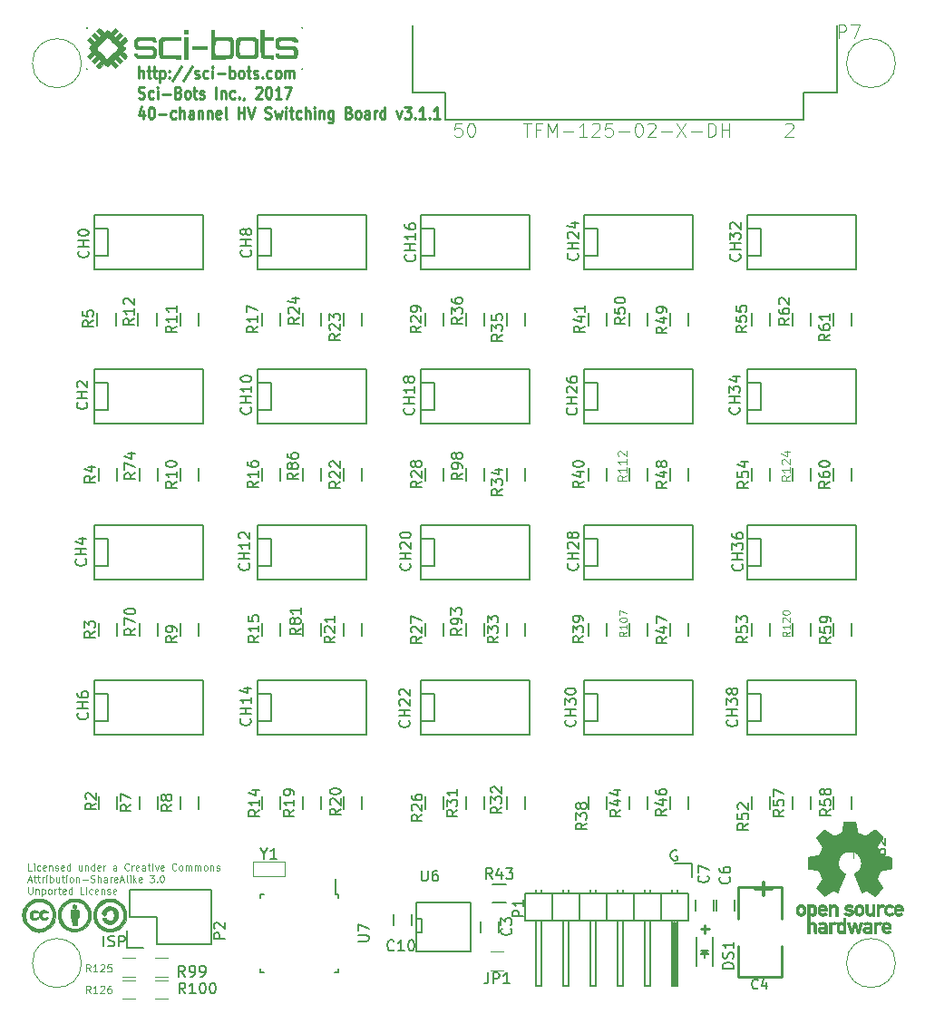
<source format=gto>
G04 #@! TF.GenerationSoftware,KiCad,Pcbnew,5.1.9+dfsg1-1~bpo10+1*
G04 #@! TF.CreationDate,2021-10-28T21:46:11+00:00*
G04 #@! TF.ProjectId,40-channel-hv-switching-board,34302d63-6861-46e6-9e65-6c2d68762d73,3.1.1*
G04 #@! TF.SameCoordinates,Original*
G04 #@! TF.FileFunction,Legend,Top*
G04 #@! TF.FilePolarity,Positive*
%FSLAX46Y46*%
G04 Gerber Fmt 4.6, Leading zero omitted, Abs format (unit mm)*
G04 Created by KiCad (PCBNEW 5.1.9+dfsg1-1~bpo10+1) date 2021-10-28 21:46:11*
%MOMM*%
%LPD*%
G01*
G04 APERTURE LIST*
%ADD10C,0.200000*%
%ADD11C,0.304800*%
%ADD12C,0.250000*%
%ADD13C,0.125000*%
%ADD14C,0.237500*%
%ADD15C,0.010000*%
%ADD16C,0.254000*%
%ADD17C,0.150000*%
%ADD18C,0.100000*%
%ADD19C,0.120000*%
%ADD20C,0.127000*%
%ADD21C,0.152400*%
%ADD22C,0.101600*%
G04 APERTURE END LIST*
D10*
X85861904Y-100500000D02*
X85766666Y-100452380D01*
X85623809Y-100452380D01*
X85480952Y-100500000D01*
X85385714Y-100595238D01*
X85338095Y-100690476D01*
X85290476Y-100880952D01*
X85290476Y-101023809D01*
X85338095Y-101214285D01*
X85385714Y-101309523D01*
X85480952Y-101404761D01*
X85623809Y-101452380D01*
X85719047Y-101452380D01*
X85861904Y-101404761D01*
X85909523Y-101357142D01*
X85909523Y-101023809D01*
X85719047Y-101023809D01*
X32368095Y-109452380D02*
X32368095Y-108452380D01*
X32796666Y-109404761D02*
X32939523Y-109452380D01*
X33177619Y-109452380D01*
X33272857Y-109404761D01*
X33320476Y-109357142D01*
X33368095Y-109261904D01*
X33368095Y-109166666D01*
X33320476Y-109071428D01*
X33272857Y-109023809D01*
X33177619Y-108976190D01*
X32987142Y-108928571D01*
X32891904Y-108880952D01*
X32844285Y-108833333D01*
X32796666Y-108738095D01*
X32796666Y-108642857D01*
X32844285Y-108547619D01*
X32891904Y-108500000D01*
X32987142Y-108452380D01*
X33225238Y-108452380D01*
X33368095Y-108500000D01*
X33796666Y-109452380D02*
X33796666Y-108452380D01*
X34177619Y-108452380D01*
X34272857Y-108500000D01*
X34320476Y-108547619D01*
X34368095Y-108642857D01*
X34368095Y-108785714D01*
X34320476Y-108880952D01*
X34272857Y-108928571D01*
X34177619Y-108976190D01*
X33796666Y-108976190D01*
D11*
X93954857Y-104680571D02*
X93954857Y-103519428D01*
X93180761Y-104100000D02*
X94728952Y-104100000D01*
D12*
X88880952Y-107828571D02*
X88119047Y-107828571D01*
X88500000Y-107447619D02*
X88500000Y-108209523D01*
D13*
X25645535Y-102344047D02*
X25336011Y-102344047D01*
X25336011Y-101694047D01*
X25862202Y-102344047D02*
X25862202Y-101910714D01*
X25862202Y-101694047D02*
X25831250Y-101725000D01*
X25862202Y-101755952D01*
X25893154Y-101725000D01*
X25862202Y-101694047D01*
X25862202Y-101755952D01*
X26450297Y-102313095D02*
X26388392Y-102344047D01*
X26264583Y-102344047D01*
X26202678Y-102313095D01*
X26171726Y-102282142D01*
X26140773Y-102220238D01*
X26140773Y-102034523D01*
X26171726Y-101972619D01*
X26202678Y-101941666D01*
X26264583Y-101910714D01*
X26388392Y-101910714D01*
X26450297Y-101941666D01*
X26976488Y-102313095D02*
X26914583Y-102344047D01*
X26790773Y-102344047D01*
X26728869Y-102313095D01*
X26697916Y-102251190D01*
X26697916Y-102003571D01*
X26728869Y-101941666D01*
X26790773Y-101910714D01*
X26914583Y-101910714D01*
X26976488Y-101941666D01*
X27007440Y-102003571D01*
X27007440Y-102065476D01*
X26697916Y-102127380D01*
X27286011Y-101910714D02*
X27286011Y-102344047D01*
X27286011Y-101972619D02*
X27316964Y-101941666D01*
X27378869Y-101910714D01*
X27471726Y-101910714D01*
X27533630Y-101941666D01*
X27564583Y-102003571D01*
X27564583Y-102344047D01*
X27843154Y-102313095D02*
X27905059Y-102344047D01*
X28028869Y-102344047D01*
X28090773Y-102313095D01*
X28121726Y-102251190D01*
X28121726Y-102220238D01*
X28090773Y-102158333D01*
X28028869Y-102127380D01*
X27936011Y-102127380D01*
X27874107Y-102096428D01*
X27843154Y-102034523D01*
X27843154Y-102003571D01*
X27874107Y-101941666D01*
X27936011Y-101910714D01*
X28028869Y-101910714D01*
X28090773Y-101941666D01*
X28647916Y-102313095D02*
X28586011Y-102344047D01*
X28462202Y-102344047D01*
X28400297Y-102313095D01*
X28369345Y-102251190D01*
X28369345Y-102003571D01*
X28400297Y-101941666D01*
X28462202Y-101910714D01*
X28586011Y-101910714D01*
X28647916Y-101941666D01*
X28678869Y-102003571D01*
X28678869Y-102065476D01*
X28369345Y-102127380D01*
X29236011Y-102344047D02*
X29236011Y-101694047D01*
X29236011Y-102313095D02*
X29174107Y-102344047D01*
X29050297Y-102344047D01*
X28988392Y-102313095D01*
X28957440Y-102282142D01*
X28926488Y-102220238D01*
X28926488Y-102034523D01*
X28957440Y-101972619D01*
X28988392Y-101941666D01*
X29050297Y-101910714D01*
X29174107Y-101910714D01*
X29236011Y-101941666D01*
X30319345Y-101910714D02*
X30319345Y-102344047D01*
X30040773Y-101910714D02*
X30040773Y-102251190D01*
X30071726Y-102313095D01*
X30133630Y-102344047D01*
X30226488Y-102344047D01*
X30288392Y-102313095D01*
X30319345Y-102282142D01*
X30628869Y-101910714D02*
X30628869Y-102344047D01*
X30628869Y-101972619D02*
X30659821Y-101941666D01*
X30721726Y-101910714D01*
X30814583Y-101910714D01*
X30876488Y-101941666D01*
X30907440Y-102003571D01*
X30907440Y-102344047D01*
X31495535Y-102344047D02*
X31495535Y-101694047D01*
X31495535Y-102313095D02*
X31433630Y-102344047D01*
X31309821Y-102344047D01*
X31247916Y-102313095D01*
X31216964Y-102282142D01*
X31186011Y-102220238D01*
X31186011Y-102034523D01*
X31216964Y-101972619D01*
X31247916Y-101941666D01*
X31309821Y-101910714D01*
X31433630Y-101910714D01*
X31495535Y-101941666D01*
X32052678Y-102313095D02*
X31990773Y-102344047D01*
X31866964Y-102344047D01*
X31805059Y-102313095D01*
X31774107Y-102251190D01*
X31774107Y-102003571D01*
X31805059Y-101941666D01*
X31866964Y-101910714D01*
X31990773Y-101910714D01*
X32052678Y-101941666D01*
X32083630Y-102003571D01*
X32083630Y-102065476D01*
X31774107Y-102127380D01*
X32362202Y-102344047D02*
X32362202Y-101910714D01*
X32362202Y-102034523D02*
X32393154Y-101972619D01*
X32424107Y-101941666D01*
X32486011Y-101910714D01*
X32547916Y-101910714D01*
X33538392Y-102344047D02*
X33538392Y-102003571D01*
X33507440Y-101941666D01*
X33445535Y-101910714D01*
X33321726Y-101910714D01*
X33259821Y-101941666D01*
X33538392Y-102313095D02*
X33476488Y-102344047D01*
X33321726Y-102344047D01*
X33259821Y-102313095D01*
X33228869Y-102251190D01*
X33228869Y-102189285D01*
X33259821Y-102127380D01*
X33321726Y-102096428D01*
X33476488Y-102096428D01*
X33538392Y-102065476D01*
X34714583Y-102282142D02*
X34683630Y-102313095D01*
X34590773Y-102344047D01*
X34528869Y-102344047D01*
X34436011Y-102313095D01*
X34374107Y-102251190D01*
X34343154Y-102189285D01*
X34312202Y-102065476D01*
X34312202Y-101972619D01*
X34343154Y-101848809D01*
X34374107Y-101786904D01*
X34436011Y-101725000D01*
X34528869Y-101694047D01*
X34590773Y-101694047D01*
X34683630Y-101725000D01*
X34714583Y-101755952D01*
X34993154Y-102344047D02*
X34993154Y-101910714D01*
X34993154Y-102034523D02*
X35024107Y-101972619D01*
X35055059Y-101941666D01*
X35116964Y-101910714D01*
X35178869Y-101910714D01*
X35643154Y-102313095D02*
X35581250Y-102344047D01*
X35457440Y-102344047D01*
X35395535Y-102313095D01*
X35364583Y-102251190D01*
X35364583Y-102003571D01*
X35395535Y-101941666D01*
X35457440Y-101910714D01*
X35581250Y-101910714D01*
X35643154Y-101941666D01*
X35674107Y-102003571D01*
X35674107Y-102065476D01*
X35364583Y-102127380D01*
X36231250Y-102344047D02*
X36231250Y-102003571D01*
X36200297Y-101941666D01*
X36138392Y-101910714D01*
X36014583Y-101910714D01*
X35952678Y-101941666D01*
X36231250Y-102313095D02*
X36169345Y-102344047D01*
X36014583Y-102344047D01*
X35952678Y-102313095D01*
X35921726Y-102251190D01*
X35921726Y-102189285D01*
X35952678Y-102127380D01*
X36014583Y-102096428D01*
X36169345Y-102096428D01*
X36231250Y-102065476D01*
X36447916Y-101910714D02*
X36695535Y-101910714D01*
X36540773Y-101694047D02*
X36540773Y-102251190D01*
X36571726Y-102313095D01*
X36633630Y-102344047D01*
X36695535Y-102344047D01*
X36912202Y-102344047D02*
X36912202Y-101910714D01*
X36912202Y-101694047D02*
X36881250Y-101725000D01*
X36912202Y-101755952D01*
X36943154Y-101725000D01*
X36912202Y-101694047D01*
X36912202Y-101755952D01*
X37159821Y-101910714D02*
X37314583Y-102344047D01*
X37469345Y-101910714D01*
X37964583Y-102313095D02*
X37902678Y-102344047D01*
X37778869Y-102344047D01*
X37716964Y-102313095D01*
X37686011Y-102251190D01*
X37686011Y-102003571D01*
X37716964Y-101941666D01*
X37778869Y-101910714D01*
X37902678Y-101910714D01*
X37964583Y-101941666D01*
X37995535Y-102003571D01*
X37995535Y-102065476D01*
X37686011Y-102127380D01*
X39140773Y-102282142D02*
X39109821Y-102313095D01*
X39016964Y-102344047D01*
X38955059Y-102344047D01*
X38862202Y-102313095D01*
X38800297Y-102251190D01*
X38769345Y-102189285D01*
X38738392Y-102065476D01*
X38738392Y-101972619D01*
X38769345Y-101848809D01*
X38800297Y-101786904D01*
X38862202Y-101725000D01*
X38955059Y-101694047D01*
X39016964Y-101694047D01*
X39109821Y-101725000D01*
X39140773Y-101755952D01*
X39512202Y-102344047D02*
X39450297Y-102313095D01*
X39419345Y-102282142D01*
X39388392Y-102220238D01*
X39388392Y-102034523D01*
X39419345Y-101972619D01*
X39450297Y-101941666D01*
X39512202Y-101910714D01*
X39605059Y-101910714D01*
X39666964Y-101941666D01*
X39697916Y-101972619D01*
X39728869Y-102034523D01*
X39728869Y-102220238D01*
X39697916Y-102282142D01*
X39666964Y-102313095D01*
X39605059Y-102344047D01*
X39512202Y-102344047D01*
X40007440Y-102344047D02*
X40007440Y-101910714D01*
X40007440Y-101972619D02*
X40038392Y-101941666D01*
X40100297Y-101910714D01*
X40193154Y-101910714D01*
X40255059Y-101941666D01*
X40286011Y-102003571D01*
X40286011Y-102344047D01*
X40286011Y-102003571D02*
X40316964Y-101941666D01*
X40378869Y-101910714D01*
X40471726Y-101910714D01*
X40533630Y-101941666D01*
X40564583Y-102003571D01*
X40564583Y-102344047D01*
X40874107Y-102344047D02*
X40874107Y-101910714D01*
X40874107Y-101972619D02*
X40905059Y-101941666D01*
X40966964Y-101910714D01*
X41059821Y-101910714D01*
X41121726Y-101941666D01*
X41152678Y-102003571D01*
X41152678Y-102344047D01*
X41152678Y-102003571D02*
X41183630Y-101941666D01*
X41245535Y-101910714D01*
X41338392Y-101910714D01*
X41400297Y-101941666D01*
X41431250Y-102003571D01*
X41431250Y-102344047D01*
X41833630Y-102344047D02*
X41771726Y-102313095D01*
X41740773Y-102282142D01*
X41709821Y-102220238D01*
X41709821Y-102034523D01*
X41740773Y-101972619D01*
X41771726Y-101941666D01*
X41833630Y-101910714D01*
X41926488Y-101910714D01*
X41988392Y-101941666D01*
X42019345Y-101972619D01*
X42050297Y-102034523D01*
X42050297Y-102220238D01*
X42019345Y-102282142D01*
X41988392Y-102313095D01*
X41926488Y-102344047D01*
X41833630Y-102344047D01*
X42328869Y-101910714D02*
X42328869Y-102344047D01*
X42328869Y-101972619D02*
X42359821Y-101941666D01*
X42421726Y-101910714D01*
X42514583Y-101910714D01*
X42576488Y-101941666D01*
X42607440Y-102003571D01*
X42607440Y-102344047D01*
X42886011Y-102313095D02*
X42947916Y-102344047D01*
X43071726Y-102344047D01*
X43133630Y-102313095D01*
X43164583Y-102251190D01*
X43164583Y-102220238D01*
X43133630Y-102158333D01*
X43071726Y-102127380D01*
X42978869Y-102127380D01*
X42916964Y-102096428D01*
X42886011Y-102034523D01*
X42886011Y-102003571D01*
X42916964Y-101941666D01*
X42978869Y-101910714D01*
X43071726Y-101910714D01*
X43133630Y-101941666D01*
X25305059Y-103258333D02*
X25614583Y-103258333D01*
X25243154Y-103444047D02*
X25459821Y-102794047D01*
X25676488Y-103444047D01*
X25800297Y-103010714D02*
X26047916Y-103010714D01*
X25893154Y-102794047D02*
X25893154Y-103351190D01*
X25924107Y-103413095D01*
X25986011Y-103444047D01*
X26047916Y-103444047D01*
X26171726Y-103010714D02*
X26419345Y-103010714D01*
X26264583Y-102794047D02*
X26264583Y-103351190D01*
X26295535Y-103413095D01*
X26357440Y-103444047D01*
X26419345Y-103444047D01*
X26636011Y-103444047D02*
X26636011Y-103010714D01*
X26636011Y-103134523D02*
X26666964Y-103072619D01*
X26697916Y-103041666D01*
X26759821Y-103010714D01*
X26821726Y-103010714D01*
X27038392Y-103444047D02*
X27038392Y-103010714D01*
X27038392Y-102794047D02*
X27007440Y-102825000D01*
X27038392Y-102855952D01*
X27069345Y-102825000D01*
X27038392Y-102794047D01*
X27038392Y-102855952D01*
X27347916Y-103444047D02*
X27347916Y-102794047D01*
X27347916Y-103041666D02*
X27409821Y-103010714D01*
X27533630Y-103010714D01*
X27595535Y-103041666D01*
X27626488Y-103072619D01*
X27657440Y-103134523D01*
X27657440Y-103320238D01*
X27626488Y-103382142D01*
X27595535Y-103413095D01*
X27533630Y-103444047D01*
X27409821Y-103444047D01*
X27347916Y-103413095D01*
X28214583Y-103010714D02*
X28214583Y-103444047D01*
X27936011Y-103010714D02*
X27936011Y-103351190D01*
X27966964Y-103413095D01*
X28028869Y-103444047D01*
X28121726Y-103444047D01*
X28183630Y-103413095D01*
X28214583Y-103382142D01*
X28431250Y-103010714D02*
X28678869Y-103010714D01*
X28524107Y-102794047D02*
X28524107Y-103351190D01*
X28555059Y-103413095D01*
X28616964Y-103444047D01*
X28678869Y-103444047D01*
X28895535Y-103444047D02*
X28895535Y-103010714D01*
X28895535Y-102794047D02*
X28864583Y-102825000D01*
X28895535Y-102855952D01*
X28926488Y-102825000D01*
X28895535Y-102794047D01*
X28895535Y-102855952D01*
X29297916Y-103444047D02*
X29236011Y-103413095D01*
X29205059Y-103382142D01*
X29174107Y-103320238D01*
X29174107Y-103134523D01*
X29205059Y-103072619D01*
X29236011Y-103041666D01*
X29297916Y-103010714D01*
X29390773Y-103010714D01*
X29452678Y-103041666D01*
X29483630Y-103072619D01*
X29514583Y-103134523D01*
X29514583Y-103320238D01*
X29483630Y-103382142D01*
X29452678Y-103413095D01*
X29390773Y-103444047D01*
X29297916Y-103444047D01*
X29793154Y-103010714D02*
X29793154Y-103444047D01*
X29793154Y-103072619D02*
X29824107Y-103041666D01*
X29886011Y-103010714D01*
X29978869Y-103010714D01*
X30040773Y-103041666D01*
X30071726Y-103103571D01*
X30071726Y-103444047D01*
X30381250Y-103196428D02*
X30876488Y-103196428D01*
X31155059Y-103413095D02*
X31247916Y-103444047D01*
X31402678Y-103444047D01*
X31464583Y-103413095D01*
X31495535Y-103382142D01*
X31526488Y-103320238D01*
X31526488Y-103258333D01*
X31495535Y-103196428D01*
X31464583Y-103165476D01*
X31402678Y-103134523D01*
X31278869Y-103103571D01*
X31216964Y-103072619D01*
X31186011Y-103041666D01*
X31155059Y-102979761D01*
X31155059Y-102917857D01*
X31186011Y-102855952D01*
X31216964Y-102825000D01*
X31278869Y-102794047D01*
X31433630Y-102794047D01*
X31526488Y-102825000D01*
X31805059Y-103444047D02*
X31805059Y-102794047D01*
X32083630Y-103444047D02*
X32083630Y-103103571D01*
X32052678Y-103041666D01*
X31990773Y-103010714D01*
X31897916Y-103010714D01*
X31836011Y-103041666D01*
X31805059Y-103072619D01*
X32671726Y-103444047D02*
X32671726Y-103103571D01*
X32640773Y-103041666D01*
X32578869Y-103010714D01*
X32455059Y-103010714D01*
X32393154Y-103041666D01*
X32671726Y-103413095D02*
X32609821Y-103444047D01*
X32455059Y-103444047D01*
X32393154Y-103413095D01*
X32362202Y-103351190D01*
X32362202Y-103289285D01*
X32393154Y-103227380D01*
X32455059Y-103196428D01*
X32609821Y-103196428D01*
X32671726Y-103165476D01*
X32981250Y-103444047D02*
X32981250Y-103010714D01*
X32981250Y-103134523D02*
X33012202Y-103072619D01*
X33043154Y-103041666D01*
X33105059Y-103010714D01*
X33166964Y-103010714D01*
X33631250Y-103413095D02*
X33569345Y-103444047D01*
X33445535Y-103444047D01*
X33383630Y-103413095D01*
X33352678Y-103351190D01*
X33352678Y-103103571D01*
X33383630Y-103041666D01*
X33445535Y-103010714D01*
X33569345Y-103010714D01*
X33631250Y-103041666D01*
X33662202Y-103103571D01*
X33662202Y-103165476D01*
X33352678Y-103227380D01*
X33909821Y-103258333D02*
X34219345Y-103258333D01*
X33847916Y-103444047D02*
X34064583Y-102794047D01*
X34281250Y-103444047D01*
X34590773Y-103444047D02*
X34528869Y-103413095D01*
X34497916Y-103351190D01*
X34497916Y-102794047D01*
X34838392Y-103444047D02*
X34838392Y-103010714D01*
X34838392Y-102794047D02*
X34807440Y-102825000D01*
X34838392Y-102855952D01*
X34869345Y-102825000D01*
X34838392Y-102794047D01*
X34838392Y-102855952D01*
X35147916Y-103444047D02*
X35147916Y-102794047D01*
X35209821Y-103196428D02*
X35395535Y-103444047D01*
X35395535Y-103010714D02*
X35147916Y-103258333D01*
X35921726Y-103413095D02*
X35859821Y-103444047D01*
X35736011Y-103444047D01*
X35674107Y-103413095D01*
X35643154Y-103351190D01*
X35643154Y-103103571D01*
X35674107Y-103041666D01*
X35736011Y-103010714D01*
X35859821Y-103010714D01*
X35921726Y-103041666D01*
X35952678Y-103103571D01*
X35952678Y-103165476D01*
X35643154Y-103227380D01*
X36664583Y-102794047D02*
X37066964Y-102794047D01*
X36850297Y-103041666D01*
X36943154Y-103041666D01*
X37005059Y-103072619D01*
X37036011Y-103103571D01*
X37066964Y-103165476D01*
X37066964Y-103320238D01*
X37036011Y-103382142D01*
X37005059Y-103413095D01*
X36943154Y-103444047D01*
X36757440Y-103444047D01*
X36695535Y-103413095D01*
X36664583Y-103382142D01*
X37345535Y-103382142D02*
X37376488Y-103413095D01*
X37345535Y-103444047D01*
X37314583Y-103413095D01*
X37345535Y-103382142D01*
X37345535Y-103444047D01*
X37778869Y-102794047D02*
X37840773Y-102794047D01*
X37902678Y-102825000D01*
X37933630Y-102855952D01*
X37964583Y-102917857D01*
X37995535Y-103041666D01*
X37995535Y-103196428D01*
X37964583Y-103320238D01*
X37933630Y-103382142D01*
X37902678Y-103413095D01*
X37840773Y-103444047D01*
X37778869Y-103444047D01*
X37716964Y-103413095D01*
X37686011Y-103382142D01*
X37655059Y-103320238D01*
X37624107Y-103196428D01*
X37624107Y-103041666D01*
X37655059Y-102917857D01*
X37686011Y-102855952D01*
X37716964Y-102825000D01*
X37778869Y-102794047D01*
X25336011Y-103894047D02*
X25336011Y-104420238D01*
X25366964Y-104482142D01*
X25397916Y-104513095D01*
X25459821Y-104544047D01*
X25583630Y-104544047D01*
X25645535Y-104513095D01*
X25676488Y-104482142D01*
X25707440Y-104420238D01*
X25707440Y-103894047D01*
X26016964Y-104110714D02*
X26016964Y-104544047D01*
X26016964Y-104172619D02*
X26047916Y-104141666D01*
X26109821Y-104110714D01*
X26202678Y-104110714D01*
X26264583Y-104141666D01*
X26295535Y-104203571D01*
X26295535Y-104544047D01*
X26605059Y-104110714D02*
X26605059Y-104760714D01*
X26605059Y-104141666D02*
X26666964Y-104110714D01*
X26790773Y-104110714D01*
X26852678Y-104141666D01*
X26883630Y-104172619D01*
X26914583Y-104234523D01*
X26914583Y-104420238D01*
X26883630Y-104482142D01*
X26852678Y-104513095D01*
X26790773Y-104544047D01*
X26666964Y-104544047D01*
X26605059Y-104513095D01*
X27286011Y-104544047D02*
X27224107Y-104513095D01*
X27193154Y-104482142D01*
X27162202Y-104420238D01*
X27162202Y-104234523D01*
X27193154Y-104172619D01*
X27224107Y-104141666D01*
X27286011Y-104110714D01*
X27378869Y-104110714D01*
X27440773Y-104141666D01*
X27471726Y-104172619D01*
X27502678Y-104234523D01*
X27502678Y-104420238D01*
X27471726Y-104482142D01*
X27440773Y-104513095D01*
X27378869Y-104544047D01*
X27286011Y-104544047D01*
X27781250Y-104544047D02*
X27781250Y-104110714D01*
X27781250Y-104234523D02*
X27812202Y-104172619D01*
X27843154Y-104141666D01*
X27905059Y-104110714D01*
X27966964Y-104110714D01*
X28090773Y-104110714D02*
X28338392Y-104110714D01*
X28183630Y-103894047D02*
X28183630Y-104451190D01*
X28214583Y-104513095D01*
X28276488Y-104544047D01*
X28338392Y-104544047D01*
X28802678Y-104513095D02*
X28740773Y-104544047D01*
X28616964Y-104544047D01*
X28555059Y-104513095D01*
X28524107Y-104451190D01*
X28524107Y-104203571D01*
X28555059Y-104141666D01*
X28616964Y-104110714D01*
X28740773Y-104110714D01*
X28802678Y-104141666D01*
X28833630Y-104203571D01*
X28833630Y-104265476D01*
X28524107Y-104327380D01*
X29390773Y-104544047D02*
X29390773Y-103894047D01*
X29390773Y-104513095D02*
X29328869Y-104544047D01*
X29205059Y-104544047D01*
X29143154Y-104513095D01*
X29112202Y-104482142D01*
X29081250Y-104420238D01*
X29081250Y-104234523D01*
X29112202Y-104172619D01*
X29143154Y-104141666D01*
X29205059Y-104110714D01*
X29328869Y-104110714D01*
X29390773Y-104141666D01*
X30505059Y-104544047D02*
X30195535Y-104544047D01*
X30195535Y-103894047D01*
X30721726Y-104544047D02*
X30721726Y-104110714D01*
X30721726Y-103894047D02*
X30690773Y-103925000D01*
X30721726Y-103955952D01*
X30752678Y-103925000D01*
X30721726Y-103894047D01*
X30721726Y-103955952D01*
X31309821Y-104513095D02*
X31247916Y-104544047D01*
X31124107Y-104544047D01*
X31062202Y-104513095D01*
X31031250Y-104482142D01*
X31000297Y-104420238D01*
X31000297Y-104234523D01*
X31031250Y-104172619D01*
X31062202Y-104141666D01*
X31124107Y-104110714D01*
X31247916Y-104110714D01*
X31309821Y-104141666D01*
X31836011Y-104513095D02*
X31774107Y-104544047D01*
X31650297Y-104544047D01*
X31588392Y-104513095D01*
X31557440Y-104451190D01*
X31557440Y-104203571D01*
X31588392Y-104141666D01*
X31650297Y-104110714D01*
X31774107Y-104110714D01*
X31836011Y-104141666D01*
X31866964Y-104203571D01*
X31866964Y-104265476D01*
X31557440Y-104327380D01*
X32145535Y-104110714D02*
X32145535Y-104544047D01*
X32145535Y-104172619D02*
X32176488Y-104141666D01*
X32238392Y-104110714D01*
X32331250Y-104110714D01*
X32393154Y-104141666D01*
X32424107Y-104203571D01*
X32424107Y-104544047D01*
X32702678Y-104513095D02*
X32764583Y-104544047D01*
X32888392Y-104544047D01*
X32950297Y-104513095D01*
X32981250Y-104451190D01*
X32981250Y-104420238D01*
X32950297Y-104358333D01*
X32888392Y-104327380D01*
X32795535Y-104327380D01*
X32733630Y-104296428D01*
X32702678Y-104234523D01*
X32702678Y-104203571D01*
X32733630Y-104141666D01*
X32795535Y-104110714D01*
X32888392Y-104110714D01*
X32950297Y-104141666D01*
X33507440Y-104513095D02*
X33445535Y-104544047D01*
X33321726Y-104544047D01*
X33259821Y-104513095D01*
X33228869Y-104451190D01*
X33228869Y-104203571D01*
X33259821Y-104141666D01*
X33321726Y-104110714D01*
X33445535Y-104110714D01*
X33507440Y-104141666D01*
X33538392Y-104203571D01*
X33538392Y-104265476D01*
X33228869Y-104327380D01*
D14*
X35680565Y-28410119D02*
X35680565Y-27310119D01*
X36087708Y-28410119D02*
X36087708Y-27833928D01*
X36042470Y-27729166D01*
X35951994Y-27676785D01*
X35816279Y-27676785D01*
X35725803Y-27729166D01*
X35680565Y-27781547D01*
X36404375Y-27676785D02*
X36766279Y-27676785D01*
X36540089Y-27310119D02*
X36540089Y-28252976D01*
X36585327Y-28357738D01*
X36675803Y-28410119D01*
X36766279Y-28410119D01*
X36947232Y-27676785D02*
X37309136Y-27676785D01*
X37082946Y-27310119D02*
X37082946Y-28252976D01*
X37128184Y-28357738D01*
X37218660Y-28410119D01*
X37309136Y-28410119D01*
X37625803Y-27676785D02*
X37625803Y-28776785D01*
X37625803Y-27729166D02*
X37716279Y-27676785D01*
X37897232Y-27676785D01*
X37987708Y-27729166D01*
X38032946Y-27781547D01*
X38078184Y-27886309D01*
X38078184Y-28200595D01*
X38032946Y-28305357D01*
X37987708Y-28357738D01*
X37897232Y-28410119D01*
X37716279Y-28410119D01*
X37625803Y-28357738D01*
X38485327Y-28305357D02*
X38530565Y-28357738D01*
X38485327Y-28410119D01*
X38440089Y-28357738D01*
X38485327Y-28305357D01*
X38485327Y-28410119D01*
X38485327Y-27729166D02*
X38530565Y-27781547D01*
X38485327Y-27833928D01*
X38440089Y-27781547D01*
X38485327Y-27729166D01*
X38485327Y-27833928D01*
X39616279Y-27257738D02*
X38801994Y-28672023D01*
X40611517Y-27257738D02*
X39797232Y-28672023D01*
X40882946Y-28357738D02*
X40973422Y-28410119D01*
X41154375Y-28410119D01*
X41244851Y-28357738D01*
X41290089Y-28252976D01*
X41290089Y-28200595D01*
X41244851Y-28095833D01*
X41154375Y-28043452D01*
X41018660Y-28043452D01*
X40928184Y-27991071D01*
X40882946Y-27886309D01*
X40882946Y-27833928D01*
X40928184Y-27729166D01*
X41018660Y-27676785D01*
X41154375Y-27676785D01*
X41244851Y-27729166D01*
X42104375Y-28357738D02*
X42013898Y-28410119D01*
X41832946Y-28410119D01*
X41742470Y-28357738D01*
X41697232Y-28305357D01*
X41651994Y-28200595D01*
X41651994Y-27886309D01*
X41697232Y-27781547D01*
X41742470Y-27729166D01*
X41832946Y-27676785D01*
X42013898Y-27676785D01*
X42104375Y-27729166D01*
X42511517Y-28410119D02*
X42511517Y-27676785D01*
X42511517Y-27310119D02*
X42466279Y-27362500D01*
X42511517Y-27414880D01*
X42556755Y-27362500D01*
X42511517Y-27310119D01*
X42511517Y-27414880D01*
X42963898Y-27991071D02*
X43687708Y-27991071D01*
X44140089Y-28410119D02*
X44140089Y-27310119D01*
X44140089Y-27729166D02*
X44230565Y-27676785D01*
X44411517Y-27676785D01*
X44501994Y-27729166D01*
X44547232Y-27781547D01*
X44592470Y-27886309D01*
X44592470Y-28200595D01*
X44547232Y-28305357D01*
X44501994Y-28357738D01*
X44411517Y-28410119D01*
X44230565Y-28410119D01*
X44140089Y-28357738D01*
X45135327Y-28410119D02*
X45044851Y-28357738D01*
X44999613Y-28305357D01*
X44954375Y-28200595D01*
X44954375Y-27886309D01*
X44999613Y-27781547D01*
X45044851Y-27729166D01*
X45135327Y-27676785D01*
X45271041Y-27676785D01*
X45361517Y-27729166D01*
X45406755Y-27781547D01*
X45451994Y-27886309D01*
X45451994Y-28200595D01*
X45406755Y-28305357D01*
X45361517Y-28357738D01*
X45271041Y-28410119D01*
X45135327Y-28410119D01*
X45723422Y-27676785D02*
X46085327Y-27676785D01*
X45859136Y-27310119D02*
X45859136Y-28252976D01*
X45904375Y-28357738D01*
X45994851Y-28410119D01*
X46085327Y-28410119D01*
X46356755Y-28357738D02*
X46447232Y-28410119D01*
X46628184Y-28410119D01*
X46718660Y-28357738D01*
X46763898Y-28252976D01*
X46763898Y-28200595D01*
X46718660Y-28095833D01*
X46628184Y-28043452D01*
X46492470Y-28043452D01*
X46401994Y-27991071D01*
X46356755Y-27886309D01*
X46356755Y-27833928D01*
X46401994Y-27729166D01*
X46492470Y-27676785D01*
X46628184Y-27676785D01*
X46718660Y-27729166D01*
X47171041Y-28305357D02*
X47216279Y-28357738D01*
X47171041Y-28410119D01*
X47125803Y-28357738D01*
X47171041Y-28305357D01*
X47171041Y-28410119D01*
X48030565Y-28357738D02*
X47940089Y-28410119D01*
X47759136Y-28410119D01*
X47668660Y-28357738D01*
X47623422Y-28305357D01*
X47578184Y-28200595D01*
X47578184Y-27886309D01*
X47623422Y-27781547D01*
X47668660Y-27729166D01*
X47759136Y-27676785D01*
X47940089Y-27676785D01*
X48030565Y-27729166D01*
X48573422Y-28410119D02*
X48482946Y-28357738D01*
X48437708Y-28305357D01*
X48392470Y-28200595D01*
X48392470Y-27886309D01*
X48437708Y-27781547D01*
X48482946Y-27729166D01*
X48573422Y-27676785D01*
X48709136Y-27676785D01*
X48799613Y-27729166D01*
X48844851Y-27781547D01*
X48890089Y-27886309D01*
X48890089Y-28200595D01*
X48844851Y-28305357D01*
X48799613Y-28357738D01*
X48709136Y-28410119D01*
X48573422Y-28410119D01*
X49297232Y-28410119D02*
X49297232Y-27676785D01*
X49297232Y-27781547D02*
X49342470Y-27729166D01*
X49432946Y-27676785D01*
X49568660Y-27676785D01*
X49659136Y-27729166D01*
X49704375Y-27833928D01*
X49704375Y-28410119D01*
X49704375Y-27833928D02*
X49749613Y-27729166D01*
X49840089Y-27676785D01*
X49975803Y-27676785D01*
X50066279Y-27729166D01*
X50111517Y-27833928D01*
X50111517Y-28410119D01*
X35635327Y-30245238D02*
X35771041Y-30297619D01*
X35997232Y-30297619D01*
X36087708Y-30245238D01*
X36132946Y-30192857D01*
X36178184Y-30088095D01*
X36178184Y-29983333D01*
X36132946Y-29878571D01*
X36087708Y-29826190D01*
X35997232Y-29773809D01*
X35816279Y-29721428D01*
X35725803Y-29669047D01*
X35680565Y-29616666D01*
X35635327Y-29511904D01*
X35635327Y-29407142D01*
X35680565Y-29302380D01*
X35725803Y-29250000D01*
X35816279Y-29197619D01*
X36042470Y-29197619D01*
X36178184Y-29250000D01*
X36992470Y-30245238D02*
X36901994Y-30297619D01*
X36721041Y-30297619D01*
X36630565Y-30245238D01*
X36585327Y-30192857D01*
X36540089Y-30088095D01*
X36540089Y-29773809D01*
X36585327Y-29669047D01*
X36630565Y-29616666D01*
X36721041Y-29564285D01*
X36901994Y-29564285D01*
X36992470Y-29616666D01*
X37399613Y-30297619D02*
X37399613Y-29564285D01*
X37399613Y-29197619D02*
X37354375Y-29250000D01*
X37399613Y-29302380D01*
X37444851Y-29250000D01*
X37399613Y-29197619D01*
X37399613Y-29302380D01*
X37851994Y-29878571D02*
X38575803Y-29878571D01*
X39344851Y-29721428D02*
X39480565Y-29773809D01*
X39525803Y-29826190D01*
X39571041Y-29930952D01*
X39571041Y-30088095D01*
X39525803Y-30192857D01*
X39480565Y-30245238D01*
X39390089Y-30297619D01*
X39028184Y-30297619D01*
X39028184Y-29197619D01*
X39344851Y-29197619D01*
X39435327Y-29250000D01*
X39480565Y-29302380D01*
X39525803Y-29407142D01*
X39525803Y-29511904D01*
X39480565Y-29616666D01*
X39435327Y-29669047D01*
X39344851Y-29721428D01*
X39028184Y-29721428D01*
X40113898Y-30297619D02*
X40023422Y-30245238D01*
X39978184Y-30192857D01*
X39932946Y-30088095D01*
X39932946Y-29773809D01*
X39978184Y-29669047D01*
X40023422Y-29616666D01*
X40113898Y-29564285D01*
X40249613Y-29564285D01*
X40340089Y-29616666D01*
X40385327Y-29669047D01*
X40430565Y-29773809D01*
X40430565Y-30088095D01*
X40385327Y-30192857D01*
X40340089Y-30245238D01*
X40249613Y-30297619D01*
X40113898Y-30297619D01*
X40701994Y-29564285D02*
X41063898Y-29564285D01*
X40837708Y-29197619D02*
X40837708Y-30140476D01*
X40882946Y-30245238D01*
X40973422Y-30297619D01*
X41063898Y-30297619D01*
X41335327Y-30245238D02*
X41425803Y-30297619D01*
X41606755Y-30297619D01*
X41697232Y-30245238D01*
X41742470Y-30140476D01*
X41742470Y-30088095D01*
X41697232Y-29983333D01*
X41606755Y-29930952D01*
X41471041Y-29930952D01*
X41380565Y-29878571D01*
X41335327Y-29773809D01*
X41335327Y-29721428D01*
X41380565Y-29616666D01*
X41471041Y-29564285D01*
X41606755Y-29564285D01*
X41697232Y-29616666D01*
X42873422Y-30297619D02*
X42873422Y-29197619D01*
X43325803Y-29564285D02*
X43325803Y-30297619D01*
X43325803Y-29669047D02*
X43371041Y-29616666D01*
X43461517Y-29564285D01*
X43597232Y-29564285D01*
X43687708Y-29616666D01*
X43732946Y-29721428D01*
X43732946Y-30297619D01*
X44592470Y-30245238D02*
X44501994Y-30297619D01*
X44321041Y-30297619D01*
X44230565Y-30245238D01*
X44185327Y-30192857D01*
X44140089Y-30088095D01*
X44140089Y-29773809D01*
X44185327Y-29669047D01*
X44230565Y-29616666D01*
X44321041Y-29564285D01*
X44501994Y-29564285D01*
X44592470Y-29616666D01*
X44999613Y-30192857D02*
X45044851Y-30245238D01*
X44999613Y-30297619D01*
X44954375Y-30245238D01*
X44999613Y-30192857D01*
X44999613Y-30297619D01*
X45497232Y-30245238D02*
X45497232Y-30297619D01*
X45451994Y-30402380D01*
X45406755Y-30454761D01*
X46582946Y-29302380D02*
X46628184Y-29250000D01*
X46718660Y-29197619D01*
X46944851Y-29197619D01*
X47035327Y-29250000D01*
X47080565Y-29302380D01*
X47125803Y-29407142D01*
X47125803Y-29511904D01*
X47080565Y-29669047D01*
X46537708Y-30297619D01*
X47125803Y-30297619D01*
X47713898Y-29197619D02*
X47804375Y-29197619D01*
X47894851Y-29250000D01*
X47940089Y-29302380D01*
X47985327Y-29407142D01*
X48030565Y-29616666D01*
X48030565Y-29878571D01*
X47985327Y-30088095D01*
X47940089Y-30192857D01*
X47894851Y-30245238D01*
X47804375Y-30297619D01*
X47713898Y-30297619D01*
X47623422Y-30245238D01*
X47578184Y-30192857D01*
X47532946Y-30088095D01*
X47487708Y-29878571D01*
X47487708Y-29616666D01*
X47532946Y-29407142D01*
X47578184Y-29302380D01*
X47623422Y-29250000D01*
X47713898Y-29197619D01*
X48935327Y-30297619D02*
X48392470Y-30297619D01*
X48663898Y-30297619D02*
X48663898Y-29197619D01*
X48573422Y-29354761D01*
X48482946Y-29459523D01*
X48392470Y-29511904D01*
X49251994Y-29197619D02*
X49885327Y-29197619D01*
X49478184Y-30297619D01*
X36087708Y-31451785D02*
X36087708Y-32185119D01*
X35861517Y-31032738D02*
X35635327Y-31818452D01*
X36223422Y-31818452D01*
X36766279Y-31085119D02*
X36856755Y-31085119D01*
X36947232Y-31137500D01*
X36992470Y-31189880D01*
X37037708Y-31294642D01*
X37082946Y-31504166D01*
X37082946Y-31766071D01*
X37037708Y-31975595D01*
X36992470Y-32080357D01*
X36947232Y-32132738D01*
X36856755Y-32185119D01*
X36766279Y-32185119D01*
X36675803Y-32132738D01*
X36630565Y-32080357D01*
X36585327Y-31975595D01*
X36540089Y-31766071D01*
X36540089Y-31504166D01*
X36585327Y-31294642D01*
X36630565Y-31189880D01*
X36675803Y-31137500D01*
X36766279Y-31085119D01*
X37490089Y-31766071D02*
X38213898Y-31766071D01*
X39073422Y-32132738D02*
X38982946Y-32185119D01*
X38801994Y-32185119D01*
X38711517Y-32132738D01*
X38666279Y-32080357D01*
X38621041Y-31975595D01*
X38621041Y-31661309D01*
X38666279Y-31556547D01*
X38711517Y-31504166D01*
X38801994Y-31451785D01*
X38982946Y-31451785D01*
X39073422Y-31504166D01*
X39480565Y-32185119D02*
X39480565Y-31085119D01*
X39887708Y-32185119D02*
X39887708Y-31608928D01*
X39842470Y-31504166D01*
X39751994Y-31451785D01*
X39616279Y-31451785D01*
X39525803Y-31504166D01*
X39480565Y-31556547D01*
X40747232Y-32185119D02*
X40747232Y-31608928D01*
X40701994Y-31504166D01*
X40611517Y-31451785D01*
X40430565Y-31451785D01*
X40340089Y-31504166D01*
X40747232Y-32132738D02*
X40656755Y-32185119D01*
X40430565Y-32185119D01*
X40340089Y-32132738D01*
X40294851Y-32027976D01*
X40294851Y-31923214D01*
X40340089Y-31818452D01*
X40430565Y-31766071D01*
X40656755Y-31766071D01*
X40747232Y-31713690D01*
X41199613Y-31451785D02*
X41199613Y-32185119D01*
X41199613Y-31556547D02*
X41244851Y-31504166D01*
X41335327Y-31451785D01*
X41471041Y-31451785D01*
X41561517Y-31504166D01*
X41606755Y-31608928D01*
X41606755Y-32185119D01*
X42059136Y-31451785D02*
X42059136Y-32185119D01*
X42059136Y-31556547D02*
X42104375Y-31504166D01*
X42194851Y-31451785D01*
X42330565Y-31451785D01*
X42421041Y-31504166D01*
X42466279Y-31608928D01*
X42466279Y-32185119D01*
X43280565Y-32132738D02*
X43190089Y-32185119D01*
X43009136Y-32185119D01*
X42918660Y-32132738D01*
X42873422Y-32027976D01*
X42873422Y-31608928D01*
X42918660Y-31504166D01*
X43009136Y-31451785D01*
X43190089Y-31451785D01*
X43280565Y-31504166D01*
X43325803Y-31608928D01*
X43325803Y-31713690D01*
X42873422Y-31818452D01*
X43868660Y-32185119D02*
X43778184Y-32132738D01*
X43732946Y-32027976D01*
X43732946Y-31085119D01*
X44954375Y-32185119D02*
X44954375Y-31085119D01*
X44954375Y-31608928D02*
X45497232Y-31608928D01*
X45497232Y-32185119D02*
X45497232Y-31085119D01*
X45813898Y-31085119D02*
X46130565Y-32185119D01*
X46447232Y-31085119D01*
X47442470Y-32132738D02*
X47578184Y-32185119D01*
X47804375Y-32185119D01*
X47894851Y-32132738D01*
X47940089Y-32080357D01*
X47985327Y-31975595D01*
X47985327Y-31870833D01*
X47940089Y-31766071D01*
X47894851Y-31713690D01*
X47804375Y-31661309D01*
X47623422Y-31608928D01*
X47532946Y-31556547D01*
X47487708Y-31504166D01*
X47442470Y-31399404D01*
X47442470Y-31294642D01*
X47487708Y-31189880D01*
X47532946Y-31137500D01*
X47623422Y-31085119D01*
X47849613Y-31085119D01*
X47985327Y-31137500D01*
X48301994Y-31451785D02*
X48482946Y-32185119D01*
X48663898Y-31661309D01*
X48844851Y-32185119D01*
X49025803Y-31451785D01*
X49387708Y-32185119D02*
X49387708Y-31451785D01*
X49387708Y-31085119D02*
X49342470Y-31137500D01*
X49387708Y-31189880D01*
X49432946Y-31137500D01*
X49387708Y-31085119D01*
X49387708Y-31189880D01*
X49704375Y-31451785D02*
X50066279Y-31451785D01*
X49840089Y-31085119D02*
X49840089Y-32027976D01*
X49885327Y-32132738D01*
X49975803Y-32185119D01*
X50066279Y-32185119D01*
X50790089Y-32132738D02*
X50699613Y-32185119D01*
X50518660Y-32185119D01*
X50428184Y-32132738D01*
X50382946Y-32080357D01*
X50337708Y-31975595D01*
X50337708Y-31661309D01*
X50382946Y-31556547D01*
X50428184Y-31504166D01*
X50518660Y-31451785D01*
X50699613Y-31451785D01*
X50790089Y-31504166D01*
X51197232Y-32185119D02*
X51197232Y-31085119D01*
X51604375Y-32185119D02*
X51604375Y-31608928D01*
X51559136Y-31504166D01*
X51468660Y-31451785D01*
X51332946Y-31451785D01*
X51242470Y-31504166D01*
X51197232Y-31556547D01*
X52056755Y-32185119D02*
X52056755Y-31451785D01*
X52056755Y-31085119D02*
X52011517Y-31137500D01*
X52056755Y-31189880D01*
X52101994Y-31137500D01*
X52056755Y-31085119D01*
X52056755Y-31189880D01*
X52509136Y-31451785D02*
X52509136Y-32185119D01*
X52509136Y-31556547D02*
X52554375Y-31504166D01*
X52644851Y-31451785D01*
X52780565Y-31451785D01*
X52871041Y-31504166D01*
X52916279Y-31608928D01*
X52916279Y-32185119D01*
X53775803Y-31451785D02*
X53775803Y-32342261D01*
X53730565Y-32447023D01*
X53685327Y-32499404D01*
X53594851Y-32551785D01*
X53459136Y-32551785D01*
X53368660Y-32499404D01*
X53775803Y-32132738D02*
X53685327Y-32185119D01*
X53504375Y-32185119D01*
X53413898Y-32132738D01*
X53368660Y-32080357D01*
X53323422Y-31975595D01*
X53323422Y-31661309D01*
X53368660Y-31556547D01*
X53413898Y-31504166D01*
X53504375Y-31451785D01*
X53685327Y-31451785D01*
X53775803Y-31504166D01*
X55268660Y-31608928D02*
X55404375Y-31661309D01*
X55449613Y-31713690D01*
X55494851Y-31818452D01*
X55494851Y-31975595D01*
X55449613Y-32080357D01*
X55404375Y-32132738D01*
X55313898Y-32185119D01*
X54951994Y-32185119D01*
X54951994Y-31085119D01*
X55268660Y-31085119D01*
X55359136Y-31137500D01*
X55404375Y-31189880D01*
X55449613Y-31294642D01*
X55449613Y-31399404D01*
X55404375Y-31504166D01*
X55359136Y-31556547D01*
X55268660Y-31608928D01*
X54951994Y-31608928D01*
X56037708Y-32185119D02*
X55947232Y-32132738D01*
X55901994Y-32080357D01*
X55856755Y-31975595D01*
X55856755Y-31661309D01*
X55901994Y-31556547D01*
X55947232Y-31504166D01*
X56037708Y-31451785D01*
X56173422Y-31451785D01*
X56263898Y-31504166D01*
X56309136Y-31556547D01*
X56354375Y-31661309D01*
X56354375Y-31975595D01*
X56309136Y-32080357D01*
X56263898Y-32132738D01*
X56173422Y-32185119D01*
X56037708Y-32185119D01*
X57168660Y-32185119D02*
X57168660Y-31608928D01*
X57123422Y-31504166D01*
X57032946Y-31451785D01*
X56851994Y-31451785D01*
X56761517Y-31504166D01*
X57168660Y-32132738D02*
X57078184Y-32185119D01*
X56851994Y-32185119D01*
X56761517Y-32132738D01*
X56716279Y-32027976D01*
X56716279Y-31923214D01*
X56761517Y-31818452D01*
X56851994Y-31766071D01*
X57078184Y-31766071D01*
X57168660Y-31713690D01*
X57621041Y-32185119D02*
X57621041Y-31451785D01*
X57621041Y-31661309D02*
X57666279Y-31556547D01*
X57711517Y-31504166D01*
X57801994Y-31451785D01*
X57892470Y-31451785D01*
X58616279Y-32185119D02*
X58616279Y-31085119D01*
X58616279Y-32132738D02*
X58525803Y-32185119D01*
X58344851Y-32185119D01*
X58254375Y-32132738D01*
X58209136Y-32080357D01*
X58163898Y-31975595D01*
X58163898Y-31661309D01*
X58209136Y-31556547D01*
X58254375Y-31504166D01*
X58344851Y-31451785D01*
X58525803Y-31451785D01*
X58616279Y-31504166D01*
X59701994Y-31451785D02*
X59928184Y-32185119D01*
X60154375Y-31451785D01*
X60425803Y-31085119D02*
X61013898Y-31085119D01*
X60697232Y-31504166D01*
X60832946Y-31504166D01*
X60923422Y-31556547D01*
X60968660Y-31608928D01*
X61013898Y-31713690D01*
X61013898Y-31975595D01*
X60968660Y-32080357D01*
X60923422Y-32132738D01*
X60832946Y-32185119D01*
X60561517Y-32185119D01*
X60471041Y-32132738D01*
X60425803Y-32080357D01*
X61421041Y-32080357D02*
X61466279Y-32132738D01*
X61421041Y-32185119D01*
X61375803Y-32132738D01*
X61421041Y-32080357D01*
X61421041Y-32185119D01*
X62371041Y-32185119D02*
X61828184Y-32185119D01*
X62099613Y-32185119D02*
X62099613Y-31085119D01*
X62009136Y-31242261D01*
X61918660Y-31347023D01*
X61828184Y-31399404D01*
X62778184Y-32080357D02*
X62823422Y-32132738D01*
X62778184Y-32185119D01*
X62732946Y-32132738D01*
X62778184Y-32080357D01*
X62778184Y-32185119D01*
X63728184Y-32185119D02*
X63185327Y-32185119D01*
X63456755Y-32185119D02*
X63456755Y-31085119D01*
X63366279Y-31242261D01*
X63275803Y-31347023D01*
X63185327Y-31399404D01*
D15*
G36*
X30737162Y-27473430D02*
G01*
X30738990Y-27476248D01*
X30780771Y-27521927D01*
X30795751Y-27533009D01*
X30810309Y-27549766D01*
X30778054Y-27555352D01*
X30773350Y-27555411D01*
X30728030Y-27542195D01*
X30716588Y-27498650D01*
X30721416Y-27462508D01*
X30737162Y-27473430D01*
G37*
X30737162Y-27473430D02*
X30738990Y-27476248D01*
X30780771Y-27521927D01*
X30795751Y-27533009D01*
X30810309Y-27549766D01*
X30778054Y-27555352D01*
X30773350Y-27555411D01*
X30728030Y-27542195D01*
X30716588Y-27498650D01*
X30721416Y-27462508D01*
X30737162Y-27473430D01*
G36*
X50908752Y-27493945D02*
G01*
X50908811Y-27498650D01*
X50895595Y-27543969D01*
X50852050Y-27555411D01*
X50815908Y-27550583D01*
X50826830Y-27534837D01*
X50829648Y-27533009D01*
X50875327Y-27491228D01*
X50886409Y-27476248D01*
X50903166Y-27461690D01*
X50908752Y-27493945D01*
G37*
X50908752Y-27493945D02*
X50908811Y-27498650D01*
X50895595Y-27543969D01*
X50852050Y-27555411D01*
X50815908Y-27550583D01*
X50826830Y-27534837D01*
X50829648Y-27533009D01*
X50875327Y-27491228D01*
X50886409Y-27476248D01*
X50903166Y-27461690D01*
X50908752Y-27493945D01*
G36*
X32157960Y-23930288D02*
G01*
X32380775Y-24152071D01*
X32481937Y-24051081D01*
X32555379Y-23989534D01*
X32629580Y-23945754D01*
X32663750Y-23934050D01*
X32711260Y-23929512D01*
X32754190Y-23941995D01*
X32806012Y-23978253D01*
X32874514Y-24039716D01*
X33004628Y-24161423D01*
X33226351Y-23940728D01*
X33448073Y-23720033D01*
X33724701Y-24000141D01*
X33281525Y-24445379D01*
X33350872Y-24514727D01*
X33420220Y-24584074D01*
X33865458Y-24140898D01*
X34145566Y-24417526D01*
X33701806Y-24863352D01*
X33771127Y-24932672D01*
X33840447Y-25001993D01*
X34286273Y-24558233D01*
X34418936Y-24692565D01*
X34483185Y-24760653D01*
X34530306Y-24816368D01*
X34551267Y-24848923D01*
X34551600Y-24850968D01*
X34534649Y-24877483D01*
X34488570Y-24931521D01*
X34420527Y-25005058D01*
X34342862Y-25084866D01*
X34134125Y-25294693D01*
X34241262Y-25403858D01*
X34306980Y-25478486D01*
X34339813Y-25539607D01*
X34348400Y-25600000D01*
X34338956Y-25662974D01*
X34304876Y-25724353D01*
X34241262Y-25796141D01*
X34134125Y-25905306D01*
X34342862Y-26115133D01*
X34425032Y-26199687D01*
X34491976Y-26272294D01*
X34536531Y-26324929D01*
X34551600Y-26349031D01*
X34534894Y-26377605D01*
X34490799Y-26430804D01*
X34428348Y-26497843D01*
X34418936Y-26507434D01*
X34286273Y-26641766D01*
X33840447Y-26198006D01*
X33771127Y-26267327D01*
X33701806Y-26336647D01*
X34145566Y-26782473D01*
X33865458Y-27059101D01*
X33420220Y-26615925D01*
X33350872Y-26685272D01*
X33281525Y-26754620D01*
X33724701Y-27199858D01*
X33448073Y-27479966D01*
X33226351Y-27259271D01*
X33004628Y-27038576D01*
X32874514Y-27160283D01*
X32802131Y-27224929D01*
X32751257Y-27259455D01*
X32708452Y-27270612D01*
X32664144Y-27265938D01*
X32600456Y-27238970D01*
X32524735Y-27187384D01*
X32481136Y-27149042D01*
X32378382Y-27048197D01*
X32163802Y-27263898D01*
X32079502Y-27347521D01*
X32008313Y-27416040D01*
X31957701Y-27462414D01*
X31935133Y-27479599D01*
X31935093Y-27479600D01*
X31911806Y-27462797D01*
X31862869Y-27418287D01*
X31797911Y-27354914D01*
X31782831Y-27339729D01*
X31644698Y-27199858D01*
X32087874Y-26754620D01*
X32018527Y-26685272D01*
X31949179Y-26615925D01*
X31503941Y-27059101D01*
X31223833Y-26782473D01*
X31667593Y-26336647D01*
X31598272Y-26267327D01*
X31528952Y-26198006D01*
X31083126Y-26641766D01*
X30806498Y-26361658D01*
X31247366Y-25917500D01*
X31134183Y-25798328D01*
X31055612Y-25702841D01*
X31021375Y-25621240D01*
X31024103Y-25600000D01*
X31681400Y-25600000D01*
X31689221Y-25628510D01*
X31714959Y-25670261D01*
X31762026Y-25729113D01*
X31833833Y-25808927D01*
X31933791Y-25913562D01*
X32065312Y-26046879D01*
X32159170Y-26140628D01*
X32307545Y-26286421D01*
X32436524Y-26409455D01*
X32542665Y-26506622D01*
X32622523Y-26574815D01*
X32672656Y-26610929D01*
X32685976Y-26616000D01*
X32719042Y-26598050D01*
X32783623Y-26546240D01*
X32876340Y-26463631D01*
X32993815Y-26353284D01*
X33132669Y-26218257D01*
X33211505Y-26140000D01*
X33364479Y-25986019D01*
X33483651Y-25863183D01*
X33572240Y-25767850D01*
X33633463Y-25696377D01*
X33670538Y-25645120D01*
X33686682Y-25610437D01*
X33688000Y-25600495D01*
X33679213Y-25571301D01*
X33650714Y-25526883D01*
X33599298Y-25463601D01*
X33521757Y-25377820D01*
X33414885Y-25265900D01*
X33275476Y-25124206D01*
X33212000Y-25060494D01*
X33060697Y-24910913D01*
X32930556Y-24786087D01*
X32824627Y-24688779D01*
X32745958Y-24621753D01*
X32697597Y-24587773D01*
X32686471Y-24584000D01*
X32652931Y-24601989D01*
X32587657Y-24654064D01*
X32493801Y-24737382D01*
X32374516Y-24849102D01*
X32232954Y-24986381D01*
X32159170Y-25059371D01*
X32007412Y-25211436D01*
X31889230Y-25332539D01*
X31801214Y-25426542D01*
X31739952Y-25497304D01*
X31702033Y-25548686D01*
X31684045Y-25584548D01*
X31681400Y-25600000D01*
X31024103Y-25600000D01*
X31031474Y-25542611D01*
X31085906Y-25456038D01*
X31134183Y-25401671D01*
X31247366Y-25282500D01*
X31026932Y-25060420D01*
X30806498Y-24838341D01*
X31083126Y-24558233D01*
X31528952Y-25001993D01*
X31598272Y-24932672D01*
X31667593Y-24863352D01*
X31223833Y-24417526D01*
X31503941Y-24140898D01*
X31949179Y-24584074D01*
X32018527Y-24514727D01*
X32087874Y-24445379D01*
X31644106Y-23999545D01*
X31789626Y-23854026D01*
X31935145Y-23708506D01*
X32157960Y-23930288D01*
G37*
X32157960Y-23930288D02*
X32380775Y-24152071D01*
X32481937Y-24051081D01*
X32555379Y-23989534D01*
X32629580Y-23945754D01*
X32663750Y-23934050D01*
X32711260Y-23929512D01*
X32754190Y-23941995D01*
X32806012Y-23978253D01*
X32874514Y-24039716D01*
X33004628Y-24161423D01*
X33226351Y-23940728D01*
X33448073Y-23720033D01*
X33724701Y-24000141D01*
X33281525Y-24445379D01*
X33350872Y-24514727D01*
X33420220Y-24584074D01*
X33865458Y-24140898D01*
X34145566Y-24417526D01*
X33701806Y-24863352D01*
X33771127Y-24932672D01*
X33840447Y-25001993D01*
X34286273Y-24558233D01*
X34418936Y-24692565D01*
X34483185Y-24760653D01*
X34530306Y-24816368D01*
X34551267Y-24848923D01*
X34551600Y-24850968D01*
X34534649Y-24877483D01*
X34488570Y-24931521D01*
X34420527Y-25005058D01*
X34342862Y-25084866D01*
X34134125Y-25294693D01*
X34241262Y-25403858D01*
X34306980Y-25478486D01*
X34339813Y-25539607D01*
X34348400Y-25600000D01*
X34338956Y-25662974D01*
X34304876Y-25724353D01*
X34241262Y-25796141D01*
X34134125Y-25905306D01*
X34342862Y-26115133D01*
X34425032Y-26199687D01*
X34491976Y-26272294D01*
X34536531Y-26324929D01*
X34551600Y-26349031D01*
X34534894Y-26377605D01*
X34490799Y-26430804D01*
X34428348Y-26497843D01*
X34418936Y-26507434D01*
X34286273Y-26641766D01*
X33840447Y-26198006D01*
X33771127Y-26267327D01*
X33701806Y-26336647D01*
X34145566Y-26782473D01*
X33865458Y-27059101D01*
X33420220Y-26615925D01*
X33350872Y-26685272D01*
X33281525Y-26754620D01*
X33724701Y-27199858D01*
X33448073Y-27479966D01*
X33226351Y-27259271D01*
X33004628Y-27038576D01*
X32874514Y-27160283D01*
X32802131Y-27224929D01*
X32751257Y-27259455D01*
X32708452Y-27270612D01*
X32664144Y-27265938D01*
X32600456Y-27238970D01*
X32524735Y-27187384D01*
X32481136Y-27149042D01*
X32378382Y-27048197D01*
X32163802Y-27263898D01*
X32079502Y-27347521D01*
X32008313Y-27416040D01*
X31957701Y-27462414D01*
X31935133Y-27479599D01*
X31935093Y-27479600D01*
X31911806Y-27462797D01*
X31862869Y-27418287D01*
X31797911Y-27354914D01*
X31782831Y-27339729D01*
X31644698Y-27199858D01*
X32087874Y-26754620D01*
X32018527Y-26685272D01*
X31949179Y-26615925D01*
X31503941Y-27059101D01*
X31223833Y-26782473D01*
X31667593Y-26336647D01*
X31598272Y-26267327D01*
X31528952Y-26198006D01*
X31083126Y-26641766D01*
X30806498Y-26361658D01*
X31247366Y-25917500D01*
X31134183Y-25798328D01*
X31055612Y-25702841D01*
X31021375Y-25621240D01*
X31024103Y-25600000D01*
X31681400Y-25600000D01*
X31689221Y-25628510D01*
X31714959Y-25670261D01*
X31762026Y-25729113D01*
X31833833Y-25808927D01*
X31933791Y-25913562D01*
X32065312Y-26046879D01*
X32159170Y-26140628D01*
X32307545Y-26286421D01*
X32436524Y-26409455D01*
X32542665Y-26506622D01*
X32622523Y-26574815D01*
X32672656Y-26610929D01*
X32685976Y-26616000D01*
X32719042Y-26598050D01*
X32783623Y-26546240D01*
X32876340Y-26463631D01*
X32993815Y-26353284D01*
X33132669Y-26218257D01*
X33211505Y-26140000D01*
X33364479Y-25986019D01*
X33483651Y-25863183D01*
X33572240Y-25767850D01*
X33633463Y-25696377D01*
X33670538Y-25645120D01*
X33686682Y-25610437D01*
X33688000Y-25600495D01*
X33679213Y-25571301D01*
X33650714Y-25526883D01*
X33599298Y-25463601D01*
X33521757Y-25377820D01*
X33414885Y-25265900D01*
X33275476Y-25124206D01*
X33212000Y-25060494D01*
X33060697Y-24910913D01*
X32930556Y-24786087D01*
X32824627Y-24688779D01*
X32745958Y-24621753D01*
X32697597Y-24587773D01*
X32686471Y-24584000D01*
X32652931Y-24601989D01*
X32587657Y-24654064D01*
X32493801Y-24737382D01*
X32374516Y-24849102D01*
X32232954Y-24986381D01*
X32159170Y-25059371D01*
X32007412Y-25211436D01*
X31889230Y-25332539D01*
X31801214Y-25426542D01*
X31739952Y-25497304D01*
X31702033Y-25548686D01*
X31684045Y-25584548D01*
X31681400Y-25600000D01*
X31024103Y-25600000D01*
X31031474Y-25542611D01*
X31085906Y-25456038D01*
X31134183Y-25401671D01*
X31247366Y-25282500D01*
X31026932Y-25060420D01*
X30806498Y-24838341D01*
X31083126Y-24558233D01*
X31528952Y-25001993D01*
X31598272Y-24932672D01*
X31667593Y-24863352D01*
X31223833Y-24417526D01*
X31503941Y-24140898D01*
X31949179Y-24584074D01*
X32018527Y-24514727D01*
X32087874Y-24445379D01*
X31644106Y-23999545D01*
X31789626Y-23854026D01*
X31935145Y-23708506D01*
X32157960Y-23930288D01*
G36*
X36225645Y-24559157D02*
G01*
X36432239Y-24559639D01*
X36594640Y-24560972D01*
X36719450Y-24563563D01*
X36813272Y-24567816D01*
X36882711Y-24574136D01*
X36934370Y-24582929D01*
X36974853Y-24594601D01*
X37005212Y-24606998D01*
X37120482Y-24685345D01*
X37200758Y-24795493D01*
X37237220Y-24915389D01*
X37250688Y-25015800D01*
X37113213Y-25015800D01*
X37032787Y-25013673D01*
X36987674Y-25002570D01*
X36962420Y-24975409D01*
X36946974Y-24939599D01*
X36918212Y-24863399D01*
X36244720Y-24863399D01*
X36038141Y-24863753D01*
X35876536Y-24865032D01*
X35754084Y-24867562D01*
X35664963Y-24871668D01*
X35603352Y-24877677D01*
X35563428Y-24885913D01*
X35539370Y-24896703D01*
X35531314Y-24903314D01*
X35506169Y-24956031D01*
X35492112Y-25041511D01*
X35488980Y-25142981D01*
X35496609Y-25243663D01*
X35514835Y-25326785D01*
X35535850Y-25368102D01*
X35550898Y-25383817D01*
X35570632Y-25396168D01*
X35601000Y-25405633D01*
X35647949Y-25412691D01*
X35717428Y-25417821D01*
X35815384Y-25421502D01*
X35947764Y-25424212D01*
X36120518Y-25426431D01*
X36280832Y-25428066D01*
X36981364Y-25434900D01*
X37074608Y-25506063D01*
X37143621Y-25565317D01*
X37191273Y-25626839D01*
X37221313Y-25701597D01*
X37237493Y-25800557D01*
X37243562Y-25934686D01*
X37244000Y-26001382D01*
X37240015Y-26153911D01*
X37225234Y-26267429D01*
X37195411Y-26353302D01*
X37146303Y-26422894D01*
X37073666Y-26487571D01*
X37058039Y-26499364D01*
X37034965Y-26514837D01*
X37008244Y-26527052D01*
X36971839Y-26536457D01*
X36919711Y-26543495D01*
X36845823Y-26548614D01*
X36744135Y-26552258D01*
X36608611Y-26554875D01*
X36433211Y-26556909D01*
X36257939Y-26558434D01*
X36032934Y-26559753D01*
X35853326Y-26559515D01*
X35713732Y-26557527D01*
X35608768Y-26553594D01*
X35533049Y-26547522D01*
X35481192Y-26539117D01*
X35450229Y-26529289D01*
X35358112Y-26465027D01*
X35279998Y-26368237D01*
X35229134Y-26257182D01*
X35219066Y-26210550D01*
X35205311Y-26108000D01*
X35348355Y-26108000D01*
X35433733Y-26111276D01*
X35478216Y-26122809D01*
X35491388Y-26145150D01*
X35491400Y-26146100D01*
X35508214Y-26191171D01*
X35542200Y-26235000D01*
X35560407Y-26250704D01*
X35583927Y-26262795D01*
X35619106Y-26271743D01*
X35672292Y-26278019D01*
X35749834Y-26282091D01*
X35858079Y-26284432D01*
X36003375Y-26285510D01*
X36192070Y-26285796D01*
X36228000Y-26285800D01*
X36440571Y-26285796D01*
X36607782Y-26284350D01*
X36735069Y-26279304D01*
X36827865Y-26268505D01*
X36891607Y-26249796D01*
X36931730Y-26221023D01*
X36953668Y-26180030D01*
X36962856Y-26124662D01*
X36964730Y-26052763D01*
X36964600Y-25993700D01*
X36964756Y-25911677D01*
X36961715Y-25846624D01*
X36950210Y-25796579D01*
X36924976Y-25759579D01*
X36880747Y-25733661D01*
X36812256Y-25716862D01*
X36714238Y-25707219D01*
X36581427Y-25702769D01*
X36408557Y-25701550D01*
X36190362Y-25701599D01*
X36180956Y-25701600D01*
X35976890Y-25701466D01*
X35817243Y-25700747D01*
X35695635Y-25698967D01*
X35605685Y-25695650D01*
X35541011Y-25690320D01*
X35495234Y-25682501D01*
X35461973Y-25671717D01*
X35434846Y-25657492D01*
X35414941Y-25644450D01*
X35337843Y-25586539D01*
X35284393Y-25528452D01*
X35250027Y-25458986D01*
X35230183Y-25366942D01*
X35220298Y-25241119D01*
X35217615Y-25160083D01*
X35215420Y-25032376D01*
X35217460Y-24943044D01*
X35225373Y-24879727D01*
X35240793Y-24830067D01*
X35265358Y-24781705D01*
X35268415Y-24776405D01*
X35346647Y-24682351D01*
X35438245Y-24617655D01*
X35473500Y-24599918D01*
X35508319Y-24586148D01*
X35549370Y-24575849D01*
X35603320Y-24568526D01*
X35676836Y-24563685D01*
X35776584Y-24560829D01*
X35909233Y-24559463D01*
X36081449Y-24559093D01*
X36225645Y-24559157D01*
G37*
X36225645Y-24559157D02*
X36432239Y-24559639D01*
X36594640Y-24560972D01*
X36719450Y-24563563D01*
X36813272Y-24567816D01*
X36882711Y-24574136D01*
X36934370Y-24582929D01*
X36974853Y-24594601D01*
X37005212Y-24606998D01*
X37120482Y-24685345D01*
X37200758Y-24795493D01*
X37237220Y-24915389D01*
X37250688Y-25015800D01*
X37113213Y-25015800D01*
X37032787Y-25013673D01*
X36987674Y-25002570D01*
X36962420Y-24975409D01*
X36946974Y-24939599D01*
X36918212Y-24863399D01*
X36244720Y-24863399D01*
X36038141Y-24863753D01*
X35876536Y-24865032D01*
X35754084Y-24867562D01*
X35664963Y-24871668D01*
X35603352Y-24877677D01*
X35563428Y-24885913D01*
X35539370Y-24896703D01*
X35531314Y-24903314D01*
X35506169Y-24956031D01*
X35492112Y-25041511D01*
X35488980Y-25142981D01*
X35496609Y-25243663D01*
X35514835Y-25326785D01*
X35535850Y-25368102D01*
X35550898Y-25383817D01*
X35570632Y-25396168D01*
X35601000Y-25405633D01*
X35647949Y-25412691D01*
X35717428Y-25417821D01*
X35815384Y-25421502D01*
X35947764Y-25424212D01*
X36120518Y-25426431D01*
X36280832Y-25428066D01*
X36981364Y-25434900D01*
X37074608Y-25506063D01*
X37143621Y-25565317D01*
X37191273Y-25626839D01*
X37221313Y-25701597D01*
X37237493Y-25800557D01*
X37243562Y-25934686D01*
X37244000Y-26001382D01*
X37240015Y-26153911D01*
X37225234Y-26267429D01*
X37195411Y-26353302D01*
X37146303Y-26422894D01*
X37073666Y-26487571D01*
X37058039Y-26499364D01*
X37034965Y-26514837D01*
X37008244Y-26527052D01*
X36971839Y-26536457D01*
X36919711Y-26543495D01*
X36845823Y-26548614D01*
X36744135Y-26552258D01*
X36608611Y-26554875D01*
X36433211Y-26556909D01*
X36257939Y-26558434D01*
X36032934Y-26559753D01*
X35853326Y-26559515D01*
X35713732Y-26557527D01*
X35608768Y-26553594D01*
X35533049Y-26547522D01*
X35481192Y-26539117D01*
X35450229Y-26529289D01*
X35358112Y-26465027D01*
X35279998Y-26368237D01*
X35229134Y-26257182D01*
X35219066Y-26210550D01*
X35205311Y-26108000D01*
X35348355Y-26108000D01*
X35433733Y-26111276D01*
X35478216Y-26122809D01*
X35491388Y-26145150D01*
X35491400Y-26146100D01*
X35508214Y-26191171D01*
X35542200Y-26235000D01*
X35560407Y-26250704D01*
X35583927Y-26262795D01*
X35619106Y-26271743D01*
X35672292Y-26278019D01*
X35749834Y-26282091D01*
X35858079Y-26284432D01*
X36003375Y-26285510D01*
X36192070Y-26285796D01*
X36228000Y-26285800D01*
X36440571Y-26285796D01*
X36607782Y-26284350D01*
X36735069Y-26279304D01*
X36827865Y-26268505D01*
X36891607Y-26249796D01*
X36931730Y-26221023D01*
X36953668Y-26180030D01*
X36962856Y-26124662D01*
X36964730Y-26052763D01*
X36964600Y-25993700D01*
X36964756Y-25911677D01*
X36961715Y-25846624D01*
X36950210Y-25796579D01*
X36924976Y-25759579D01*
X36880747Y-25733661D01*
X36812256Y-25716862D01*
X36714238Y-25707219D01*
X36581427Y-25702769D01*
X36408557Y-25701550D01*
X36190362Y-25701599D01*
X36180956Y-25701600D01*
X35976890Y-25701466D01*
X35817243Y-25700747D01*
X35695635Y-25698967D01*
X35605685Y-25695650D01*
X35541011Y-25690320D01*
X35495234Y-25682501D01*
X35461973Y-25671717D01*
X35434846Y-25657492D01*
X35414941Y-25644450D01*
X35337843Y-25586539D01*
X35284393Y-25528452D01*
X35250027Y-25458986D01*
X35230183Y-25366942D01*
X35220298Y-25241119D01*
X35217615Y-25160083D01*
X35215420Y-25032376D01*
X35217460Y-24943044D01*
X35225373Y-24879727D01*
X35240793Y-24830067D01*
X35265358Y-24781705D01*
X35268415Y-24776405D01*
X35346647Y-24682351D01*
X35438245Y-24617655D01*
X35473500Y-24599918D01*
X35508319Y-24586148D01*
X35549370Y-24575849D01*
X35603320Y-24568526D01*
X35676836Y-24563685D01*
X35776584Y-24560829D01*
X35909233Y-24559463D01*
X36081449Y-24559093D01*
X36225645Y-24559157D01*
G36*
X39550317Y-24704649D02*
G01*
X39542700Y-24850700D01*
X38706677Y-24857402D01*
X38438933Y-24860361D01*
X38221211Y-24864562D01*
X38052745Y-24870035D01*
X37932772Y-24876810D01*
X37860527Y-24884919D01*
X37836727Y-24892262D01*
X37825810Y-24911801D01*
X37817356Y-24953549D01*
X37811104Y-25022665D01*
X37806794Y-25124311D01*
X37804164Y-25263645D01*
X37802954Y-25445829D01*
X37802800Y-25563569D01*
X37802911Y-25760673D01*
X37803586Y-25913169D01*
X37805338Y-26027250D01*
X37808678Y-26109107D01*
X37814118Y-26164935D01*
X37822170Y-26200923D01*
X37833347Y-26223266D01*
X37848159Y-26238155D01*
X37859251Y-26246259D01*
X37881216Y-26257375D01*
X37915484Y-26266247D01*
X37967378Y-26273114D01*
X38042220Y-26278216D01*
X38145333Y-26281794D01*
X38282038Y-26284089D01*
X38457659Y-26285339D01*
X38677517Y-26285785D01*
X38735551Y-26285800D01*
X39555400Y-26285800D01*
X39555400Y-26565200D01*
X38698150Y-26563589D01*
X38468905Y-26562410D01*
X38263926Y-26559868D01*
X38088186Y-26556111D01*
X37946660Y-26551282D01*
X37844320Y-26545528D01*
X37786143Y-26538994D01*
X37777413Y-26536664D01*
X37711379Y-26499994D01*
X37654349Y-26455724D01*
X37617422Y-26419572D01*
X37588179Y-26383693D01*
X37565723Y-26341926D01*
X37549160Y-26288107D01*
X37537596Y-26216076D01*
X37530134Y-26119670D01*
X37525879Y-25992727D01*
X37523938Y-25829085D01*
X37523414Y-25622582D01*
X37523400Y-25554217D01*
X37523522Y-25345809D01*
X37524188Y-25181952D01*
X37525850Y-25056395D01*
X37528959Y-24962888D01*
X37533965Y-24895181D01*
X37541319Y-24847026D01*
X37551472Y-24812171D01*
X37564875Y-24784368D01*
X37580755Y-24759206D01*
X37639756Y-24694280D01*
X37719993Y-24633493D01*
X37751237Y-24615750D01*
X37783396Y-24600236D01*
X37815731Y-24587818D01*
X37854023Y-24578151D01*
X37904052Y-24570891D01*
X37971600Y-24565694D01*
X38062447Y-24562215D01*
X38182373Y-24560111D01*
X38337161Y-24559036D01*
X38532590Y-24558648D01*
X38711149Y-24558599D01*
X39557935Y-24558599D01*
X39550317Y-24704649D01*
G37*
X39550317Y-24704649D02*
X39542700Y-24850700D01*
X38706677Y-24857402D01*
X38438933Y-24860361D01*
X38221211Y-24864562D01*
X38052745Y-24870035D01*
X37932772Y-24876810D01*
X37860527Y-24884919D01*
X37836727Y-24892262D01*
X37825810Y-24911801D01*
X37817356Y-24953549D01*
X37811104Y-25022665D01*
X37806794Y-25124311D01*
X37804164Y-25263645D01*
X37802954Y-25445829D01*
X37802800Y-25563569D01*
X37802911Y-25760673D01*
X37803586Y-25913169D01*
X37805338Y-26027250D01*
X37808678Y-26109107D01*
X37814118Y-26164935D01*
X37822170Y-26200923D01*
X37833347Y-26223266D01*
X37848159Y-26238155D01*
X37859251Y-26246259D01*
X37881216Y-26257375D01*
X37915484Y-26266247D01*
X37967378Y-26273114D01*
X38042220Y-26278216D01*
X38145333Y-26281794D01*
X38282038Y-26284089D01*
X38457659Y-26285339D01*
X38677517Y-26285785D01*
X38735551Y-26285800D01*
X39555400Y-26285800D01*
X39555400Y-26565200D01*
X38698150Y-26563589D01*
X38468905Y-26562410D01*
X38263926Y-26559868D01*
X38088186Y-26556111D01*
X37946660Y-26551282D01*
X37844320Y-26545528D01*
X37786143Y-26538994D01*
X37777413Y-26536664D01*
X37711379Y-26499994D01*
X37654349Y-26455724D01*
X37617422Y-26419572D01*
X37588179Y-26383693D01*
X37565723Y-26341926D01*
X37549160Y-26288107D01*
X37537596Y-26216076D01*
X37530134Y-26119670D01*
X37525879Y-25992727D01*
X37523938Y-25829085D01*
X37523414Y-25622582D01*
X37523400Y-25554217D01*
X37523522Y-25345809D01*
X37524188Y-25181952D01*
X37525850Y-25056395D01*
X37528959Y-24962888D01*
X37533965Y-24895181D01*
X37541319Y-24847026D01*
X37551472Y-24812171D01*
X37564875Y-24784368D01*
X37580755Y-24759206D01*
X37639756Y-24694280D01*
X37719993Y-24633493D01*
X37751237Y-24615750D01*
X37783396Y-24600236D01*
X37815731Y-24587818D01*
X37854023Y-24578151D01*
X37904052Y-24570891D01*
X37971600Y-24565694D01*
X38062447Y-24562215D01*
X38182373Y-24560111D01*
X38337161Y-24559036D01*
X38532590Y-24558648D01*
X38711149Y-24558599D01*
X39557935Y-24558599D01*
X39550317Y-24704649D01*
G36*
X40190400Y-26565200D02*
G01*
X39911000Y-26565200D01*
X39911000Y-24558600D01*
X40190400Y-24558600D01*
X40190400Y-26565200D01*
G37*
X40190400Y-26565200D02*
X39911000Y-26565200D01*
X39911000Y-24558600D01*
X40190400Y-24558600D01*
X40190400Y-26565200D01*
G36*
X42705000Y-24558600D02*
G01*
X43408180Y-24558600D01*
X43617003Y-24558799D01*
X43781533Y-24559683D01*
X43908276Y-24561676D01*
X44003737Y-24565205D01*
X44074424Y-24570696D01*
X44126843Y-24578574D01*
X44167499Y-24589266D01*
X44202898Y-24603197D01*
X44221339Y-24611839D01*
X44334558Y-24693421D01*
X44395601Y-24774770D01*
X44459884Y-24884462D01*
X44452392Y-25593511D01*
X44444900Y-26302561D01*
X44376483Y-26392206D01*
X44341558Y-26436442D01*
X44307434Y-26472412D01*
X44268687Y-26500971D01*
X44219896Y-26522973D01*
X44155639Y-26539274D01*
X44070493Y-26550727D01*
X43959037Y-26558188D01*
X43815847Y-26562511D01*
X43635501Y-26564551D01*
X43412579Y-26565162D01*
X43279011Y-26565200D01*
X42425600Y-26565200D01*
X42425600Y-25584189D01*
X42705000Y-25584189D01*
X42705120Y-25777750D01*
X42705838Y-25926818D01*
X42707694Y-26037700D01*
X42711223Y-26116703D01*
X42716965Y-26170133D01*
X42725456Y-26204298D01*
X42737235Y-26225505D01*
X42752839Y-26240060D01*
X42761451Y-26246259D01*
X42786491Y-26258854D01*
X42825259Y-26268543D01*
X42883899Y-26275680D01*
X42968557Y-26280620D01*
X43085378Y-26283717D01*
X43240506Y-26285325D01*
X43440088Y-26285799D01*
X43447251Y-26285800D01*
X43642794Y-26285596D01*
X43793918Y-26284667D01*
X43907004Y-26282537D01*
X43988433Y-26278728D01*
X44044585Y-26272765D01*
X44081843Y-26264170D01*
X44106585Y-26252468D01*
X44125193Y-26237180D01*
X44127400Y-26235000D01*
X44143343Y-26216477D01*
X44155556Y-26192540D01*
X44164533Y-26156716D01*
X44170770Y-26102533D01*
X44174760Y-26023516D01*
X44176999Y-25913193D01*
X44177980Y-25765092D01*
X44178199Y-25572738D01*
X44178200Y-25570250D01*
X44177831Y-25374535D01*
X44176460Y-25223335D01*
X44173685Y-25110365D01*
X44169107Y-25029342D01*
X44162326Y-24973985D01*
X44152942Y-24938009D01*
X44140555Y-24915132D01*
X44136163Y-24909850D01*
X44120056Y-24895769D01*
X44096279Y-24884844D01*
X44058777Y-24876680D01*
X44001497Y-24870880D01*
X43918382Y-24867048D01*
X43803380Y-24864788D01*
X43650434Y-24863705D01*
X43453491Y-24863402D01*
X43425856Y-24863400D01*
X43224044Y-24863574D01*
X43067095Y-24864377D01*
X42949074Y-24866229D01*
X42864046Y-24869550D01*
X42806076Y-24874759D01*
X42769226Y-24882276D01*
X42747563Y-24892522D01*
X42735149Y-24905916D01*
X42731293Y-24912530D01*
X42722738Y-24954384D01*
X42715653Y-25042329D01*
X42710221Y-25171671D01*
X42706628Y-25337715D01*
X42705056Y-25535769D01*
X42705000Y-25584189D01*
X42425600Y-25584189D01*
X42425600Y-23898200D01*
X42705000Y-23898200D01*
X42705000Y-24558600D01*
G37*
X42705000Y-24558600D02*
X43408180Y-24558600D01*
X43617003Y-24558799D01*
X43781533Y-24559683D01*
X43908276Y-24561676D01*
X44003737Y-24565205D01*
X44074424Y-24570696D01*
X44126843Y-24578574D01*
X44167499Y-24589266D01*
X44202898Y-24603197D01*
X44221339Y-24611839D01*
X44334558Y-24693421D01*
X44395601Y-24774770D01*
X44459884Y-24884462D01*
X44452392Y-25593511D01*
X44444900Y-26302561D01*
X44376483Y-26392206D01*
X44341558Y-26436442D01*
X44307434Y-26472412D01*
X44268687Y-26500971D01*
X44219896Y-26522973D01*
X44155639Y-26539274D01*
X44070493Y-26550727D01*
X43959037Y-26558188D01*
X43815847Y-26562511D01*
X43635501Y-26564551D01*
X43412579Y-26565162D01*
X43279011Y-26565200D01*
X42425600Y-26565200D01*
X42425600Y-25584189D01*
X42705000Y-25584189D01*
X42705120Y-25777750D01*
X42705838Y-25926818D01*
X42707694Y-26037700D01*
X42711223Y-26116703D01*
X42716965Y-26170133D01*
X42725456Y-26204298D01*
X42737235Y-26225505D01*
X42752839Y-26240060D01*
X42761451Y-26246259D01*
X42786491Y-26258854D01*
X42825259Y-26268543D01*
X42883899Y-26275680D01*
X42968557Y-26280620D01*
X43085378Y-26283717D01*
X43240506Y-26285325D01*
X43440088Y-26285799D01*
X43447251Y-26285800D01*
X43642794Y-26285596D01*
X43793918Y-26284667D01*
X43907004Y-26282537D01*
X43988433Y-26278728D01*
X44044585Y-26272765D01*
X44081843Y-26264170D01*
X44106585Y-26252468D01*
X44125193Y-26237180D01*
X44127400Y-26235000D01*
X44143343Y-26216477D01*
X44155556Y-26192540D01*
X44164533Y-26156716D01*
X44170770Y-26102533D01*
X44174760Y-26023516D01*
X44176999Y-25913193D01*
X44177980Y-25765092D01*
X44178199Y-25572738D01*
X44178200Y-25570250D01*
X44177831Y-25374535D01*
X44176460Y-25223335D01*
X44173685Y-25110365D01*
X44169107Y-25029342D01*
X44162326Y-24973985D01*
X44152942Y-24938009D01*
X44140555Y-24915132D01*
X44136163Y-24909850D01*
X44120056Y-24895769D01*
X44096279Y-24884844D01*
X44058777Y-24876680D01*
X44001497Y-24870880D01*
X43918382Y-24867048D01*
X43803380Y-24864788D01*
X43650434Y-24863705D01*
X43453491Y-24863402D01*
X43425856Y-24863400D01*
X43224044Y-24863574D01*
X43067095Y-24864377D01*
X42949074Y-24866229D01*
X42864046Y-24869550D01*
X42806076Y-24874759D01*
X42769226Y-24882276D01*
X42747563Y-24892522D01*
X42735149Y-24905916D01*
X42731293Y-24912530D01*
X42722738Y-24954384D01*
X42715653Y-25042329D01*
X42710221Y-25171671D01*
X42706628Y-25337715D01*
X42705056Y-25535769D01*
X42705000Y-25584189D01*
X42425600Y-25584189D01*
X42425600Y-23898200D01*
X42705000Y-23898200D01*
X42705000Y-24558600D01*
G36*
X45929680Y-24559209D02*
G01*
X46089333Y-24560045D01*
X46211592Y-24562113D01*
X46303160Y-24565865D01*
X46370737Y-24571749D01*
X46421028Y-24580217D01*
X46460735Y-24591717D01*
X46496559Y-24606700D01*
X46506803Y-24611580D01*
X46587610Y-24662248D01*
X46657326Y-24724887D01*
X46673572Y-24744930D01*
X46690077Y-24769421D01*
X46703065Y-24795317D01*
X46712958Y-24828652D01*
X46720177Y-24875459D01*
X46725143Y-24941770D01*
X46728277Y-25033619D01*
X46730000Y-25157039D01*
X46730733Y-25318062D01*
X46730898Y-25522723D01*
X46730900Y-25566387D01*
X46730750Y-25780400D01*
X46730043Y-25949577D01*
X46728394Y-26079884D01*
X46725419Y-26177284D01*
X46720732Y-26247742D01*
X46713949Y-26297221D01*
X46704683Y-26331688D01*
X46692550Y-26357105D01*
X46678530Y-26377617D01*
X46618051Y-26445431D01*
X46556070Y-26500130D01*
X46533301Y-26515388D01*
X46506510Y-26527438D01*
X46469670Y-26536719D01*
X46416756Y-26543671D01*
X46341745Y-26548734D01*
X46238610Y-26552348D01*
X46101328Y-26554953D01*
X45923872Y-26556989D01*
X45757539Y-26558434D01*
X45530971Y-26559735D01*
X45349969Y-26559428D01*
X45209321Y-26557327D01*
X45103814Y-26553249D01*
X45028235Y-26547010D01*
X44977371Y-26538428D01*
X44951640Y-26530050D01*
X44859995Y-26468723D01*
X44781337Y-26379639D01*
X44731088Y-26281539D01*
X44723887Y-26253302D01*
X44720099Y-26206316D01*
X44717250Y-26116255D01*
X44715415Y-25990837D01*
X44714670Y-25837779D01*
X44715090Y-25664798D01*
X44715882Y-25572930D01*
X44991000Y-25572930D01*
X44991215Y-25765365D01*
X44992192Y-25913491D01*
X44994430Y-26023797D01*
X44998426Y-26102771D01*
X45004678Y-26156905D01*
X45013685Y-26192686D01*
X45025943Y-26216605D01*
X45041800Y-26235000D01*
X45060007Y-26250704D01*
X45083527Y-26262795D01*
X45118706Y-26271743D01*
X45171892Y-26278019D01*
X45249434Y-26282091D01*
X45357679Y-26284432D01*
X45502975Y-26285510D01*
X45691670Y-26285796D01*
X45727600Y-26285800D01*
X45924105Y-26285599D01*
X46076159Y-26284685D01*
X46190109Y-26282586D01*
X46272303Y-26278834D01*
X46329090Y-26272956D01*
X46366816Y-26264484D01*
X46391830Y-26252946D01*
X46410479Y-26237874D01*
X46413400Y-26235000D01*
X46429343Y-26216477D01*
X46441556Y-26192540D01*
X46450533Y-26156716D01*
X46456770Y-26102533D01*
X46460760Y-26023516D01*
X46462999Y-25913193D01*
X46463980Y-25765092D01*
X46464199Y-25572738D01*
X46464200Y-25570250D01*
X46463831Y-25374535D01*
X46462460Y-25223335D01*
X46459685Y-25110365D01*
X46455107Y-25029342D01*
X46448326Y-24973985D01*
X46438942Y-24938009D01*
X46426555Y-24915132D01*
X46422163Y-24909850D01*
X46406056Y-24895769D01*
X46382279Y-24884844D01*
X46344777Y-24876680D01*
X46287497Y-24870880D01*
X46204382Y-24867048D01*
X46089380Y-24864788D01*
X45936434Y-24863705D01*
X45739491Y-24863402D01*
X45711856Y-24863400D01*
X45510044Y-24863574D01*
X45353095Y-24864377D01*
X45235074Y-24866229D01*
X45150046Y-24869550D01*
X45092076Y-24874759D01*
X45055226Y-24882276D01*
X45033563Y-24892522D01*
X45021149Y-24905916D01*
X45017293Y-24912530D01*
X45008694Y-24954446D01*
X45001577Y-25042306D01*
X44996133Y-25171270D01*
X44992557Y-25336498D01*
X44991039Y-25533152D01*
X44991000Y-25572930D01*
X44715882Y-25572930D01*
X44716526Y-25498400D01*
X44718979Y-25296036D01*
X44721493Y-25138033D01*
X44724650Y-25017956D01*
X44729034Y-24929368D01*
X44735227Y-24865833D01*
X44743815Y-24820916D01*
X44755379Y-24788181D01*
X44770503Y-24761191D01*
X44785287Y-24739790D01*
X44824108Y-24689640D01*
X44865224Y-24649728D01*
X44914699Y-24618888D01*
X44978598Y-24595956D01*
X45062985Y-24579767D01*
X45173924Y-24569158D01*
X45317481Y-24562963D01*
X45499719Y-24560017D01*
X45725930Y-24559157D01*
X45929680Y-24559209D01*
G37*
X45929680Y-24559209D02*
X46089333Y-24560045D01*
X46211592Y-24562113D01*
X46303160Y-24565865D01*
X46370737Y-24571749D01*
X46421028Y-24580217D01*
X46460735Y-24591717D01*
X46496559Y-24606700D01*
X46506803Y-24611580D01*
X46587610Y-24662248D01*
X46657326Y-24724887D01*
X46673572Y-24744930D01*
X46690077Y-24769421D01*
X46703065Y-24795317D01*
X46712958Y-24828652D01*
X46720177Y-24875459D01*
X46725143Y-24941770D01*
X46728277Y-25033619D01*
X46730000Y-25157039D01*
X46730733Y-25318062D01*
X46730898Y-25522723D01*
X46730900Y-25566387D01*
X46730750Y-25780400D01*
X46730043Y-25949577D01*
X46728394Y-26079884D01*
X46725419Y-26177284D01*
X46720732Y-26247742D01*
X46713949Y-26297221D01*
X46704683Y-26331688D01*
X46692550Y-26357105D01*
X46678530Y-26377617D01*
X46618051Y-26445431D01*
X46556070Y-26500130D01*
X46533301Y-26515388D01*
X46506510Y-26527438D01*
X46469670Y-26536719D01*
X46416756Y-26543671D01*
X46341745Y-26548734D01*
X46238610Y-26552348D01*
X46101328Y-26554953D01*
X45923872Y-26556989D01*
X45757539Y-26558434D01*
X45530971Y-26559735D01*
X45349969Y-26559428D01*
X45209321Y-26557327D01*
X45103814Y-26553249D01*
X45028235Y-26547010D01*
X44977371Y-26538428D01*
X44951640Y-26530050D01*
X44859995Y-26468723D01*
X44781337Y-26379639D01*
X44731088Y-26281539D01*
X44723887Y-26253302D01*
X44720099Y-26206316D01*
X44717250Y-26116255D01*
X44715415Y-25990837D01*
X44714670Y-25837779D01*
X44715090Y-25664798D01*
X44715882Y-25572930D01*
X44991000Y-25572930D01*
X44991215Y-25765365D01*
X44992192Y-25913491D01*
X44994430Y-26023797D01*
X44998426Y-26102771D01*
X45004678Y-26156905D01*
X45013685Y-26192686D01*
X45025943Y-26216605D01*
X45041800Y-26235000D01*
X45060007Y-26250704D01*
X45083527Y-26262795D01*
X45118706Y-26271743D01*
X45171892Y-26278019D01*
X45249434Y-26282091D01*
X45357679Y-26284432D01*
X45502975Y-26285510D01*
X45691670Y-26285796D01*
X45727600Y-26285800D01*
X45924105Y-26285599D01*
X46076159Y-26284685D01*
X46190109Y-26282586D01*
X46272303Y-26278834D01*
X46329090Y-26272956D01*
X46366816Y-26264484D01*
X46391830Y-26252946D01*
X46410479Y-26237874D01*
X46413400Y-26235000D01*
X46429343Y-26216477D01*
X46441556Y-26192540D01*
X46450533Y-26156716D01*
X46456770Y-26102533D01*
X46460760Y-26023516D01*
X46462999Y-25913193D01*
X46463980Y-25765092D01*
X46464199Y-25572738D01*
X46464200Y-25570250D01*
X46463831Y-25374535D01*
X46462460Y-25223335D01*
X46459685Y-25110365D01*
X46455107Y-25029342D01*
X46448326Y-24973985D01*
X46438942Y-24938009D01*
X46426555Y-24915132D01*
X46422163Y-24909850D01*
X46406056Y-24895769D01*
X46382279Y-24884844D01*
X46344777Y-24876680D01*
X46287497Y-24870880D01*
X46204382Y-24867048D01*
X46089380Y-24864788D01*
X45936434Y-24863705D01*
X45739491Y-24863402D01*
X45711856Y-24863400D01*
X45510044Y-24863574D01*
X45353095Y-24864377D01*
X45235074Y-24866229D01*
X45150046Y-24869550D01*
X45092076Y-24874759D01*
X45055226Y-24882276D01*
X45033563Y-24892522D01*
X45021149Y-24905916D01*
X45017293Y-24912530D01*
X45008694Y-24954446D01*
X45001577Y-25042306D01*
X44996133Y-25171270D01*
X44992557Y-25336498D01*
X44991039Y-25533152D01*
X44991000Y-25572930D01*
X44715882Y-25572930D01*
X44716526Y-25498400D01*
X44718979Y-25296036D01*
X44721493Y-25138033D01*
X44724650Y-25017956D01*
X44729034Y-24929368D01*
X44735227Y-24865833D01*
X44743815Y-24820916D01*
X44755379Y-24788181D01*
X44770503Y-24761191D01*
X44785287Y-24739790D01*
X44824108Y-24689640D01*
X44865224Y-24649728D01*
X44914699Y-24618888D01*
X44978598Y-24595956D01*
X45062985Y-24579767D01*
X45173924Y-24569158D01*
X45317481Y-24562963D01*
X45499719Y-24560017D01*
X45725930Y-24559157D01*
X45929680Y-24559209D01*
G36*
X47302400Y-24558600D02*
G01*
X47735467Y-24558599D01*
X48168535Y-24558599D01*
X48160917Y-24704649D01*
X48153300Y-24850700D01*
X47302400Y-24864628D01*
X47302400Y-25535673D01*
X47302500Y-25737484D01*
X47303123Y-25894541D01*
X47304748Y-26012892D01*
X47307856Y-26098583D01*
X47312927Y-26157661D01*
X47320441Y-26196173D01*
X47330880Y-26220165D01*
X47344722Y-26235684D01*
X47358851Y-26246259D01*
X47392453Y-26262489D01*
X47444604Y-26273818D01*
X47523385Y-26280986D01*
X47636877Y-26284733D01*
X47790651Y-26285800D01*
X48166000Y-26285800D01*
X48166000Y-26565200D01*
X47753250Y-26563589D01*
X47608806Y-26561519D01*
X47478215Y-26556848D01*
X47371729Y-26550156D01*
X47299602Y-26542023D01*
X47277013Y-26536664D01*
X47210979Y-26499994D01*
X47153949Y-26455724D01*
X47124250Y-26427602D01*
X47099419Y-26400459D01*
X47079021Y-26369722D01*
X47062618Y-26330815D01*
X47049777Y-26279164D01*
X47040060Y-26210194D01*
X47033034Y-26119330D01*
X47028261Y-26001999D01*
X47025307Y-25853625D01*
X47023736Y-25669634D01*
X47023111Y-25445451D01*
X47022999Y-25176502D01*
X47023000Y-25080561D01*
X47023000Y-23898200D01*
X47302400Y-23898200D01*
X47302400Y-24558600D01*
G37*
X47302400Y-24558600D02*
X47735467Y-24558599D01*
X48168535Y-24558599D01*
X48160917Y-24704649D01*
X48153300Y-24850700D01*
X47302400Y-24864628D01*
X47302400Y-25535673D01*
X47302500Y-25737484D01*
X47303123Y-25894541D01*
X47304748Y-26012892D01*
X47307856Y-26098583D01*
X47312927Y-26157661D01*
X47320441Y-26196173D01*
X47330880Y-26220165D01*
X47344722Y-26235684D01*
X47358851Y-26246259D01*
X47392453Y-26262489D01*
X47444604Y-26273818D01*
X47523385Y-26280986D01*
X47636877Y-26284733D01*
X47790651Y-26285800D01*
X48166000Y-26285800D01*
X48166000Y-26565200D01*
X47753250Y-26563589D01*
X47608806Y-26561519D01*
X47478215Y-26556848D01*
X47371729Y-26550156D01*
X47299602Y-26542023D01*
X47277013Y-26536664D01*
X47210979Y-26499994D01*
X47153949Y-26455724D01*
X47124250Y-26427602D01*
X47099419Y-26400459D01*
X47079021Y-26369722D01*
X47062618Y-26330815D01*
X47049777Y-26279164D01*
X47040060Y-26210194D01*
X47033034Y-26119330D01*
X47028261Y-26001999D01*
X47025307Y-25853625D01*
X47023736Y-25669634D01*
X47023111Y-25445451D01*
X47022999Y-25176502D01*
X47023000Y-25080561D01*
X47023000Y-23898200D01*
X47302400Y-23898200D01*
X47302400Y-24558600D01*
G36*
X49643079Y-24559671D02*
G01*
X49828369Y-24562772D01*
X49978281Y-24567734D01*
X50088195Y-24574387D01*
X50153493Y-24582562D01*
X50164596Y-24585615D01*
X50265739Y-24644597D01*
X50354549Y-24733524D01*
X50419962Y-24837822D01*
X50450913Y-24942916D01*
X50452000Y-24964184D01*
X50446650Y-24992985D01*
X50422830Y-25008547D01*
X50368881Y-25014818D01*
X50299600Y-25015800D01*
X50213755Y-25013637D01*
X50167374Y-25004901D01*
X50149222Y-24986223D01*
X50147200Y-24970080D01*
X50144873Y-24939029D01*
X50134248Y-24914658D01*
X50109854Y-24896162D01*
X50066224Y-24882734D01*
X49997888Y-24873568D01*
X49899377Y-24867859D01*
X49765223Y-24864800D01*
X49589956Y-24863585D01*
X49423300Y-24863399D01*
X49202124Y-24864150D01*
X49028035Y-24866511D01*
X48897341Y-24870644D01*
X48806349Y-24876711D01*
X48751366Y-24884875D01*
X48729880Y-24893879D01*
X48711425Y-24938814D01*
X48700790Y-25018275D01*
X48697673Y-25116642D01*
X48701771Y-25218297D01*
X48712782Y-25307619D01*
X48730406Y-25368989D01*
X48739314Y-25382285D01*
X48757483Y-25394491D01*
X48788526Y-25403984D01*
X48838256Y-25411089D01*
X48912485Y-25416129D01*
X49017028Y-25419430D01*
X49157695Y-25421315D01*
X49340302Y-25422110D01*
X49454632Y-25422199D01*
X49657243Y-25422295D01*
X49815653Y-25422935D01*
X49936461Y-25424652D01*
X50026267Y-25427978D01*
X50091670Y-25433446D01*
X50139270Y-25441586D01*
X50175665Y-25452932D01*
X50207454Y-25468015D01*
X50237778Y-25485340D01*
X50330729Y-25556032D01*
X50394800Y-25646390D01*
X50433453Y-25764671D01*
X50450144Y-25919132D01*
X50451442Y-25995369D01*
X50441728Y-26169577D01*
X50411616Y-26304073D01*
X50358202Y-26406837D01*
X50278579Y-26485850D01*
X50270809Y-26491512D01*
X50245066Y-26509107D01*
X50218772Y-26523007D01*
X50185849Y-26533717D01*
X50140215Y-26541743D01*
X50075790Y-26547591D01*
X49986495Y-26551764D01*
X49866249Y-26554769D01*
X49708972Y-26557111D01*
X49508584Y-26559295D01*
X49447678Y-26559909D01*
X49234935Y-26561965D01*
X49066899Y-26563116D01*
X48937481Y-26562983D01*
X48840590Y-26561185D01*
X48770136Y-26557344D01*
X48720031Y-26551080D01*
X48684183Y-26542013D01*
X48656503Y-26529764D01*
X48630901Y-26513954D01*
X48622783Y-26508505D01*
X48525281Y-26422950D01*
X48455170Y-26321538D01*
X48421608Y-26218514D01*
X48420000Y-26193143D01*
X48420000Y-26108000D01*
X48559700Y-26108000D01*
X48640604Y-26110291D01*
X48682746Y-26119980D01*
X48698066Y-26141282D01*
X48699400Y-26157359D01*
X48718858Y-26208196D01*
X48755851Y-26246259D01*
X48801022Y-26260210D01*
X48887195Y-26271529D01*
X49005758Y-26280216D01*
X49148100Y-26286275D01*
X49305610Y-26289709D01*
X49469674Y-26290519D01*
X49631683Y-26288707D01*
X49783023Y-26284277D01*
X49915084Y-26277231D01*
X50019253Y-26267570D01*
X50086919Y-26255298D01*
X50107285Y-26245885D01*
X50128865Y-26208970D01*
X50141523Y-26144818D01*
X50146805Y-26043645D01*
X50147200Y-25993325D01*
X50147427Y-25910758D01*
X50144572Y-25845420D01*
X50133322Y-25795298D01*
X50108371Y-25758383D01*
X50064407Y-25732663D01*
X49996122Y-25716127D01*
X49898205Y-25706764D01*
X49765349Y-25702562D01*
X49592243Y-25701511D01*
X49377037Y-25701600D01*
X49157211Y-25701065D01*
X48982014Y-25698710D01*
X48845281Y-25693412D01*
X48740844Y-25684045D01*
X48662537Y-25669485D01*
X48604195Y-25648607D01*
X48559650Y-25620288D01*
X48522738Y-25583402D01*
X48489349Y-25539718D01*
X48464603Y-25499402D01*
X48447634Y-25453153D01*
X48436590Y-25389996D01*
X48429616Y-25298952D01*
X48424861Y-25169044D01*
X48424490Y-25155500D01*
X48421665Y-25024502D01*
X48422480Y-24933051D01*
X48428388Y-24869938D01*
X48440840Y-24823958D01*
X48461289Y-24783903D01*
X48475495Y-24761800D01*
X48535842Y-24695097D01*
X48616984Y-24633297D01*
X48647837Y-24615749D01*
X48684122Y-24598447D01*
X48720620Y-24585039D01*
X48764085Y-24575030D01*
X48821272Y-24567925D01*
X48898935Y-24563227D01*
X49003831Y-24560443D01*
X49142713Y-24559076D01*
X49322337Y-24558631D01*
X49427028Y-24558599D01*
X49643079Y-24559671D01*
G37*
X49643079Y-24559671D02*
X49828369Y-24562772D01*
X49978281Y-24567734D01*
X50088195Y-24574387D01*
X50153493Y-24582562D01*
X50164596Y-24585615D01*
X50265739Y-24644597D01*
X50354549Y-24733524D01*
X50419962Y-24837822D01*
X50450913Y-24942916D01*
X50452000Y-24964184D01*
X50446650Y-24992985D01*
X50422830Y-25008547D01*
X50368881Y-25014818D01*
X50299600Y-25015800D01*
X50213755Y-25013637D01*
X50167374Y-25004901D01*
X50149222Y-24986223D01*
X50147200Y-24970080D01*
X50144873Y-24939029D01*
X50134248Y-24914658D01*
X50109854Y-24896162D01*
X50066224Y-24882734D01*
X49997888Y-24873568D01*
X49899377Y-24867859D01*
X49765223Y-24864800D01*
X49589956Y-24863585D01*
X49423300Y-24863399D01*
X49202124Y-24864150D01*
X49028035Y-24866511D01*
X48897341Y-24870644D01*
X48806349Y-24876711D01*
X48751366Y-24884875D01*
X48729880Y-24893879D01*
X48711425Y-24938814D01*
X48700790Y-25018275D01*
X48697673Y-25116642D01*
X48701771Y-25218297D01*
X48712782Y-25307619D01*
X48730406Y-25368989D01*
X48739314Y-25382285D01*
X48757483Y-25394491D01*
X48788526Y-25403984D01*
X48838256Y-25411089D01*
X48912485Y-25416129D01*
X49017028Y-25419430D01*
X49157695Y-25421315D01*
X49340302Y-25422110D01*
X49454632Y-25422199D01*
X49657243Y-25422295D01*
X49815653Y-25422935D01*
X49936461Y-25424652D01*
X50026267Y-25427978D01*
X50091670Y-25433446D01*
X50139270Y-25441586D01*
X50175665Y-25452932D01*
X50207454Y-25468015D01*
X50237778Y-25485340D01*
X50330729Y-25556032D01*
X50394800Y-25646390D01*
X50433453Y-25764671D01*
X50450144Y-25919132D01*
X50451442Y-25995369D01*
X50441728Y-26169577D01*
X50411616Y-26304073D01*
X50358202Y-26406837D01*
X50278579Y-26485850D01*
X50270809Y-26491512D01*
X50245066Y-26509107D01*
X50218772Y-26523007D01*
X50185849Y-26533717D01*
X50140215Y-26541743D01*
X50075790Y-26547591D01*
X49986495Y-26551764D01*
X49866249Y-26554769D01*
X49708972Y-26557111D01*
X49508584Y-26559295D01*
X49447678Y-26559909D01*
X49234935Y-26561965D01*
X49066899Y-26563116D01*
X48937481Y-26562983D01*
X48840590Y-26561185D01*
X48770136Y-26557344D01*
X48720031Y-26551080D01*
X48684183Y-26542013D01*
X48656503Y-26529764D01*
X48630901Y-26513954D01*
X48622783Y-26508505D01*
X48525281Y-26422950D01*
X48455170Y-26321538D01*
X48421608Y-26218514D01*
X48420000Y-26193143D01*
X48420000Y-26108000D01*
X48559700Y-26108000D01*
X48640604Y-26110291D01*
X48682746Y-26119980D01*
X48698066Y-26141282D01*
X48699400Y-26157359D01*
X48718858Y-26208196D01*
X48755851Y-26246259D01*
X48801022Y-26260210D01*
X48887195Y-26271529D01*
X49005758Y-26280216D01*
X49148100Y-26286275D01*
X49305610Y-26289709D01*
X49469674Y-26290519D01*
X49631683Y-26288707D01*
X49783023Y-26284277D01*
X49915084Y-26277231D01*
X50019253Y-26267570D01*
X50086919Y-26255298D01*
X50107285Y-26245885D01*
X50128865Y-26208970D01*
X50141523Y-26144818D01*
X50146805Y-26043645D01*
X50147200Y-25993325D01*
X50147427Y-25910758D01*
X50144572Y-25845420D01*
X50133322Y-25795298D01*
X50108371Y-25758383D01*
X50064407Y-25732663D01*
X49996122Y-25716127D01*
X49898205Y-25706764D01*
X49765349Y-25702562D01*
X49592243Y-25701511D01*
X49377037Y-25701600D01*
X49157211Y-25701065D01*
X48982014Y-25698710D01*
X48845281Y-25693412D01*
X48740844Y-25684045D01*
X48662537Y-25669485D01*
X48604195Y-25648607D01*
X48559650Y-25620288D01*
X48522738Y-25583402D01*
X48489349Y-25539718D01*
X48464603Y-25499402D01*
X48447634Y-25453153D01*
X48436590Y-25389996D01*
X48429616Y-25298952D01*
X48424861Y-25169044D01*
X48424490Y-25155500D01*
X48421665Y-25024502D01*
X48422480Y-24933051D01*
X48428388Y-24869938D01*
X48440840Y-24823958D01*
X48461289Y-24783903D01*
X48475495Y-24761800D01*
X48535842Y-24695097D01*
X48616984Y-24633297D01*
X48647837Y-24615749D01*
X48684122Y-24598447D01*
X48720620Y-24585039D01*
X48764085Y-24575030D01*
X48821272Y-24567925D01*
X48898935Y-24563227D01*
X49003831Y-24560443D01*
X49142713Y-24559076D01*
X49322337Y-24558631D01*
X49427028Y-24558599D01*
X49643079Y-24559671D01*
G36*
X41993800Y-25701600D02*
G01*
X41337633Y-25701600D01*
X41159945Y-25700969D01*
X40999214Y-25699195D01*
X40862364Y-25696450D01*
X40756317Y-25692909D01*
X40687995Y-25688746D01*
X40664533Y-25684666D01*
X40655020Y-25651597D01*
X40648877Y-25585018D01*
X40647600Y-25532266D01*
X40647600Y-25396800D01*
X41993800Y-25396800D01*
X41993800Y-25701600D01*
G37*
X41993800Y-25701600D02*
X41337633Y-25701600D01*
X41159945Y-25700969D01*
X40999214Y-25699195D01*
X40862364Y-25696450D01*
X40756317Y-25692909D01*
X40687995Y-25688746D01*
X40664533Y-25684666D01*
X40655020Y-25651597D01*
X40648877Y-25585018D01*
X40647600Y-25532266D01*
X40647600Y-25396800D01*
X41993800Y-25396800D01*
X41993800Y-25701600D01*
G36*
X40190400Y-24203000D02*
G01*
X39911000Y-24203000D01*
X39911000Y-23898200D01*
X40190400Y-23898200D01*
X40190400Y-24203000D01*
G37*
X40190400Y-24203000D02*
X39911000Y-24203000D01*
X39911000Y-23898200D01*
X40190400Y-23898200D01*
X40190400Y-24203000D01*
G36*
X30809491Y-23674816D02*
G01*
X30798569Y-23690562D01*
X30795751Y-23692390D01*
X30750072Y-23734171D01*
X30738990Y-23749151D01*
X30722233Y-23763709D01*
X30716647Y-23731454D01*
X30716588Y-23726750D01*
X30729804Y-23681430D01*
X30773350Y-23669988D01*
X30809491Y-23674816D01*
G37*
X30809491Y-23674816D02*
X30798569Y-23690562D01*
X30795751Y-23692390D01*
X30750072Y-23734171D01*
X30738990Y-23749151D01*
X30722233Y-23763709D01*
X30716647Y-23731454D01*
X30716588Y-23726750D01*
X30729804Y-23681430D01*
X30773350Y-23669988D01*
X30809491Y-23674816D01*
G36*
X50900851Y-23687560D02*
G01*
X50909200Y-23720400D01*
X50907328Y-23759448D01*
X50894521Y-23761771D01*
X50859989Y-23726970D01*
X50852050Y-23718283D01*
X50822697Y-23682680D01*
X50830261Y-23670763D01*
X50858400Y-23669600D01*
X50900851Y-23687560D01*
G37*
X50900851Y-23687560D02*
X50909200Y-23720400D01*
X50907328Y-23759448D01*
X50894521Y-23761771D01*
X50859989Y-23726970D01*
X50852050Y-23718283D01*
X50822697Y-23682680D01*
X50830261Y-23670763D01*
X50858400Y-23669600D01*
X50900851Y-23687560D01*
D16*
X95632000Y-106830000D02*
X95632000Y-103909000D01*
X95632000Y-103909000D02*
X91568000Y-103909000D01*
X91568000Y-103909000D02*
X91568000Y-106830000D01*
X95632000Y-109370000D02*
X95632000Y-112291000D01*
X95632000Y-112291000D02*
X91568000Y-112291000D01*
X91568000Y-112291000D02*
X91568000Y-109370000D01*
D17*
X31481250Y-41178750D02*
X31481250Y-46258750D01*
X31481250Y-46258750D02*
X41641250Y-46258750D01*
X41641250Y-46258750D02*
X41641250Y-41178750D01*
X41641250Y-41178750D02*
X31481250Y-41178750D01*
X31481250Y-42448750D02*
X32751250Y-42448750D01*
X32751250Y-42448750D02*
X32751250Y-44988750D01*
X32751250Y-44988750D02*
X31481250Y-44988750D01*
X31481250Y-55558750D02*
X31481250Y-60638750D01*
X31481250Y-60638750D02*
X41641250Y-60638750D01*
X41641250Y-60638750D02*
X41641250Y-55558750D01*
X41641250Y-55558750D02*
X31481250Y-55558750D01*
X31481250Y-56828750D02*
X32751250Y-56828750D01*
X32751250Y-56828750D02*
X32751250Y-59368750D01*
X32751250Y-59368750D02*
X31481250Y-59368750D01*
X31481250Y-70138750D02*
X31481250Y-75218750D01*
X31481250Y-75218750D02*
X41641250Y-75218750D01*
X41641250Y-75218750D02*
X41641250Y-70138750D01*
X41641250Y-70138750D02*
X31481250Y-70138750D01*
X31481250Y-71408750D02*
X32751250Y-71408750D01*
X32751250Y-71408750D02*
X32751250Y-73948750D01*
X32751250Y-73948750D02*
X31481250Y-73948750D01*
X31481250Y-84618750D02*
X31481250Y-89698750D01*
X31481250Y-89698750D02*
X41641250Y-89698750D01*
X41641250Y-89698750D02*
X41641250Y-84618750D01*
X41641250Y-84618750D02*
X31481250Y-84618750D01*
X31481250Y-85888750D02*
X32751250Y-85888750D01*
X32751250Y-85888750D02*
X32751250Y-88428750D01*
X32751250Y-88428750D02*
X31481250Y-88428750D01*
X46721250Y-41178750D02*
X46721250Y-46258750D01*
X46721250Y-46258750D02*
X56881250Y-46258750D01*
X56881250Y-46258750D02*
X56881250Y-41178750D01*
X56881250Y-41178750D02*
X46721250Y-41178750D01*
X46721250Y-42448750D02*
X47991250Y-42448750D01*
X47991250Y-42448750D02*
X47991250Y-44988750D01*
X47991250Y-44988750D02*
X46721250Y-44988750D01*
X46721250Y-55558750D02*
X46721250Y-60638750D01*
X46721250Y-60638750D02*
X56881250Y-60638750D01*
X56881250Y-60638750D02*
X56881250Y-55558750D01*
X56881250Y-55558750D02*
X46721250Y-55558750D01*
X46721250Y-56828750D02*
X47991250Y-56828750D01*
X47991250Y-56828750D02*
X47991250Y-59368750D01*
X47991250Y-59368750D02*
X46721250Y-59368750D01*
X46721250Y-70138750D02*
X46721250Y-75218750D01*
X46721250Y-75218750D02*
X56881250Y-75218750D01*
X56881250Y-75218750D02*
X56881250Y-70138750D01*
X56881250Y-70138750D02*
X46721250Y-70138750D01*
X46721250Y-71408750D02*
X47991250Y-71408750D01*
X47991250Y-71408750D02*
X47991250Y-73948750D01*
X47991250Y-73948750D02*
X46721250Y-73948750D01*
X46721250Y-84618750D02*
X46721250Y-89698750D01*
X46721250Y-89698750D02*
X56881250Y-89698750D01*
X56881250Y-89698750D02*
X56881250Y-84618750D01*
X56881250Y-84618750D02*
X46721250Y-84618750D01*
X46721250Y-85888750D02*
X47991250Y-85888750D01*
X47991250Y-85888750D02*
X47991250Y-88428750D01*
X47991250Y-88428750D02*
X46721250Y-88428750D01*
X61961250Y-41178750D02*
X61961250Y-46258750D01*
X61961250Y-46258750D02*
X72121250Y-46258750D01*
X72121250Y-46258750D02*
X72121250Y-41178750D01*
X72121250Y-41178750D02*
X61961250Y-41178750D01*
X61961250Y-42448750D02*
X63231250Y-42448750D01*
X63231250Y-42448750D02*
X63231250Y-44988750D01*
X63231250Y-44988750D02*
X61961250Y-44988750D01*
X61961250Y-55558750D02*
X61961250Y-60638750D01*
X61961250Y-60638750D02*
X72121250Y-60638750D01*
X72121250Y-60638750D02*
X72121250Y-55558750D01*
X72121250Y-55558750D02*
X61961250Y-55558750D01*
X61961250Y-56828750D02*
X63231250Y-56828750D01*
X63231250Y-56828750D02*
X63231250Y-59368750D01*
X63231250Y-59368750D02*
X61961250Y-59368750D01*
X61961250Y-70138750D02*
X61961250Y-75218750D01*
X61961250Y-75218750D02*
X72121250Y-75218750D01*
X72121250Y-75218750D02*
X72121250Y-70138750D01*
X72121250Y-70138750D02*
X61961250Y-70138750D01*
X61961250Y-71408750D02*
X63231250Y-71408750D01*
X63231250Y-71408750D02*
X63231250Y-73948750D01*
X63231250Y-73948750D02*
X61961250Y-73948750D01*
X61961250Y-84618750D02*
X61961250Y-89698750D01*
X61961250Y-89698750D02*
X72121250Y-89698750D01*
X72121250Y-89698750D02*
X72121250Y-84618750D01*
X72121250Y-84618750D02*
X61961250Y-84618750D01*
X61961250Y-85888750D02*
X63231250Y-85888750D01*
X63231250Y-85888750D02*
X63231250Y-88428750D01*
X63231250Y-88428750D02*
X61961250Y-88428750D01*
X77201250Y-41178750D02*
X77201250Y-46258750D01*
X77201250Y-46258750D02*
X87361250Y-46258750D01*
X87361250Y-46258750D02*
X87361250Y-41178750D01*
X87361250Y-41178750D02*
X77201250Y-41178750D01*
X77201250Y-42448750D02*
X78471250Y-42448750D01*
X78471250Y-42448750D02*
X78471250Y-44988750D01*
X78471250Y-44988750D02*
X77201250Y-44988750D01*
X77201250Y-55558750D02*
X77201250Y-60638750D01*
X77201250Y-60638750D02*
X87361250Y-60638750D01*
X87361250Y-60638750D02*
X87361250Y-55558750D01*
X87361250Y-55558750D02*
X77201250Y-55558750D01*
X77201250Y-56828750D02*
X78471250Y-56828750D01*
X78471250Y-56828750D02*
X78471250Y-59368750D01*
X78471250Y-59368750D02*
X77201250Y-59368750D01*
X77201250Y-70138750D02*
X77201250Y-75218750D01*
X77201250Y-75218750D02*
X87361250Y-75218750D01*
X87361250Y-75218750D02*
X87361250Y-70138750D01*
X87361250Y-70138750D02*
X77201250Y-70138750D01*
X77201250Y-71408750D02*
X78471250Y-71408750D01*
X78471250Y-71408750D02*
X78471250Y-73948750D01*
X78471250Y-73948750D02*
X77201250Y-73948750D01*
X77201250Y-84618750D02*
X77201250Y-89698750D01*
X77201250Y-89698750D02*
X87361250Y-89698750D01*
X87361250Y-89698750D02*
X87361250Y-84618750D01*
X87361250Y-84618750D02*
X77201250Y-84618750D01*
X77201250Y-85888750D02*
X78471250Y-85888750D01*
X78471250Y-85888750D02*
X78471250Y-88428750D01*
X78471250Y-88428750D02*
X77201250Y-88428750D01*
X92441250Y-41178750D02*
X92441250Y-46258750D01*
X92441250Y-46258750D02*
X102601250Y-46258750D01*
X102601250Y-46258750D02*
X102601250Y-41178750D01*
X102601250Y-41178750D02*
X92441250Y-41178750D01*
X92441250Y-42448750D02*
X93711250Y-42448750D01*
X93711250Y-42448750D02*
X93711250Y-44988750D01*
X93711250Y-44988750D02*
X92441250Y-44988750D01*
X92441250Y-55558750D02*
X92441250Y-60638750D01*
X92441250Y-60638750D02*
X102601250Y-60638750D01*
X102601250Y-60638750D02*
X102601250Y-55558750D01*
X102601250Y-55558750D02*
X92441250Y-55558750D01*
X92441250Y-56828750D02*
X93711250Y-56828750D01*
X93711250Y-56828750D02*
X93711250Y-59368750D01*
X93711250Y-59368750D02*
X92441250Y-59368750D01*
X92441250Y-70138750D02*
X92441250Y-75218750D01*
X92441250Y-75218750D02*
X102601250Y-75218750D01*
X102601250Y-75218750D02*
X102601250Y-70138750D01*
X102601250Y-70138750D02*
X92441250Y-70138750D01*
X92441250Y-71408750D02*
X93711250Y-71408750D01*
X93711250Y-71408750D02*
X93711250Y-73948750D01*
X93711250Y-73948750D02*
X92441250Y-73948750D01*
X92441250Y-84618750D02*
X92441250Y-89698750D01*
X92441250Y-89698750D02*
X102601250Y-89698750D01*
X102601250Y-89698750D02*
X102601250Y-84618750D01*
X102601250Y-84618750D02*
X92441250Y-84618750D01*
X92441250Y-85888750D02*
X93711250Y-85888750D01*
X93711250Y-85888750D02*
X93711250Y-88428750D01*
X93711250Y-88428750D02*
X92441250Y-88428750D01*
X87250000Y-101700000D02*
X85700000Y-101700000D01*
X87250000Y-103000000D02*
X87250000Y-101700000D01*
X85827000Y-107191000D02*
X85827000Y-113033000D01*
X85827000Y-113033000D02*
X85573000Y-113033000D01*
X85573000Y-113033000D02*
X85573000Y-107191000D01*
X85573000Y-107191000D02*
X85700000Y-107191000D01*
X85700000Y-107191000D02*
X85700000Y-113033000D01*
X85954000Y-104524000D02*
X85954000Y-104143000D01*
X85446000Y-104524000D02*
X85446000Y-104143000D01*
X83414000Y-104524000D02*
X83414000Y-104143000D01*
X82906000Y-104524000D02*
X82906000Y-104143000D01*
X80874000Y-104524000D02*
X80874000Y-104143000D01*
X80366000Y-104524000D02*
X80366000Y-104143000D01*
X72746000Y-104524000D02*
X72746000Y-104143000D01*
X73254000Y-104524000D02*
X73254000Y-104143000D01*
X75286000Y-104524000D02*
X75286000Y-104143000D01*
X75794000Y-104524000D02*
X75794000Y-104143000D01*
X77826000Y-104524000D02*
X77826000Y-104143000D01*
X78334000Y-104524000D02*
X78334000Y-104143000D01*
X86970000Y-104524000D02*
X86970000Y-107064000D01*
X84430000Y-104524000D02*
X84430000Y-107064000D01*
X84430000Y-104524000D02*
X81890000Y-104524000D01*
X81890000Y-104524000D02*
X81890000Y-107064000D01*
X83414000Y-107064000D02*
X83414000Y-113160000D01*
X83414000Y-113160000D02*
X82906000Y-113160000D01*
X82906000Y-113160000D02*
X82906000Y-107064000D01*
X81890000Y-107064000D02*
X84430000Y-107064000D01*
X84430000Y-107064000D02*
X86970000Y-107064000D01*
X85446000Y-113160000D02*
X85446000Y-107064000D01*
X85954000Y-113160000D02*
X85446000Y-113160000D01*
X85954000Y-107064000D02*
X85954000Y-113160000D01*
X84430000Y-104524000D02*
X84430000Y-107064000D01*
X86970000Y-104524000D02*
X84430000Y-104524000D01*
X76810000Y-104524000D02*
X76810000Y-107064000D01*
X76810000Y-104524000D02*
X74270000Y-104524000D01*
X74270000Y-104524000D02*
X74270000Y-107064000D01*
X75794000Y-107064000D02*
X75794000Y-113160000D01*
X75794000Y-113160000D02*
X75286000Y-113160000D01*
X75286000Y-113160000D02*
X75286000Y-107064000D01*
X74270000Y-107064000D02*
X76810000Y-107064000D01*
X71730000Y-107064000D02*
X74270000Y-107064000D01*
X72746000Y-113160000D02*
X72746000Y-107064000D01*
X73254000Y-113160000D02*
X72746000Y-113160000D01*
X73254000Y-107064000D02*
X73254000Y-113160000D01*
X71730000Y-104524000D02*
X71730000Y-107064000D01*
X74270000Y-104524000D02*
X71730000Y-104524000D01*
X74270000Y-104524000D02*
X74270000Y-107064000D01*
X79350000Y-104524000D02*
X79350000Y-107064000D01*
X79350000Y-104524000D02*
X76810000Y-104524000D01*
X76810000Y-104524000D02*
X76810000Y-107064000D01*
X78334000Y-107064000D02*
X78334000Y-113160000D01*
X78334000Y-113160000D02*
X77826000Y-113160000D01*
X77826000Y-113160000D02*
X77826000Y-107064000D01*
X76810000Y-107064000D02*
X79350000Y-107064000D01*
X79350000Y-107064000D02*
X81890000Y-107064000D01*
X80366000Y-113160000D02*
X80366000Y-107064000D01*
X80874000Y-113160000D02*
X80366000Y-113160000D01*
X80874000Y-107064000D02*
X80874000Y-113160000D01*
X79350000Y-104524000D02*
X79350000Y-107064000D01*
X81890000Y-104524000D02*
X79350000Y-104524000D01*
X81890000Y-104524000D02*
X81890000Y-107064000D01*
X37370000Y-109270000D02*
X42450000Y-109270000D01*
X34550000Y-109550000D02*
X34550000Y-108000000D01*
X34830000Y-106730000D02*
X37370000Y-106730000D01*
X37370000Y-106730000D02*
X37370000Y-109270000D01*
X42450000Y-109270000D02*
X42450000Y-104190000D01*
X42450000Y-104190000D02*
X37370000Y-104190000D01*
X34550000Y-109550000D02*
X36100000Y-109550000D01*
X34830000Y-104190000D02*
X34830000Y-106730000D01*
X37370000Y-104190000D02*
X34830000Y-104190000D01*
D15*
G36*
X99452930Y-107166365D02*
G01*
X99514939Y-107169269D01*
X99568976Y-107175204D01*
X99616637Y-107184441D01*
X99659521Y-107197249D01*
X99678188Y-107204457D01*
X99728342Y-107229746D01*
X99770400Y-107260709D01*
X99804506Y-107297548D01*
X99830800Y-107340460D01*
X99849426Y-107389648D01*
X99860527Y-107445310D01*
X99862342Y-107462486D01*
X99862953Y-107474535D01*
X99863531Y-107495622D01*
X99864066Y-107524824D01*
X99864551Y-107561220D01*
X99864977Y-107603887D01*
X99865335Y-107651903D01*
X99865617Y-107704345D01*
X99865815Y-107760290D01*
X99865921Y-107818816D01*
X99865936Y-107858372D01*
X99865867Y-108211980D01*
X99656725Y-108211980D01*
X99656725Y-108170892D01*
X99656445Y-108151895D01*
X99655700Y-108137258D01*
X99654631Y-108129387D01*
X99654235Y-108128686D01*
X99649890Y-108131497D01*
X99640728Y-108139949D01*
X99628620Y-108152299D01*
X99626941Y-108154085D01*
X99603158Y-108176059D01*
X99576582Y-108193445D01*
X99545836Y-108206710D01*
X99509538Y-108216325D01*
X99466310Y-108222759D01*
X99414773Y-108226480D01*
X99414053Y-108226512D01*
X99397002Y-108227104D01*
X99384479Y-108227232D01*
X99379192Y-108226867D01*
X99379191Y-108226866D01*
X99373937Y-108225956D01*
X99361294Y-108224582D01*
X99343807Y-108223015D01*
X99340470Y-108222744D01*
X99283749Y-108213931D01*
X99229729Y-108197178D01*
X99180013Y-108173183D01*
X99136205Y-108142647D01*
X99117134Y-108125261D01*
X99089244Y-108092395D01*
X99065238Y-108054420D01*
X99046905Y-108014563D01*
X99036875Y-107980444D01*
X99034062Y-107960394D01*
X99032240Y-107934700D01*
X99031479Y-107906914D01*
X99031530Y-107903256D01*
X99228489Y-107903256D01*
X99233094Y-107935607D01*
X99246580Y-107963722D01*
X99268719Y-107987394D01*
X99299281Y-108006419D01*
X99338039Y-108020589D01*
X99365372Y-108026719D01*
X99374511Y-108027408D01*
X99391577Y-108027841D01*
X99414537Y-108027997D01*
X99441361Y-108027857D01*
X99457509Y-108027637D01*
X99494523Y-108026623D01*
X99523214Y-108024869D01*
X99545202Y-108022228D01*
X99562107Y-108018550D01*
X99564588Y-108017813D01*
X99596677Y-108004241D01*
X99620751Y-107985399D01*
X99637844Y-107960183D01*
X99648938Y-107927710D01*
X99651571Y-107912061D01*
X99653683Y-107891282D01*
X99655225Y-107867495D01*
X99656147Y-107842824D01*
X99656401Y-107819391D01*
X99655936Y-107799319D01*
X99654703Y-107784732D01*
X99652654Y-107777752D01*
X99652426Y-107777568D01*
X99646073Y-107776655D01*
X99631294Y-107775925D01*
X99609620Y-107775376D01*
X99582585Y-107775004D01*
X99551721Y-107774804D01*
X99518560Y-107774774D01*
X99484634Y-107774909D01*
X99451477Y-107775205D01*
X99420620Y-107775659D01*
X99393596Y-107776267D01*
X99371938Y-107777025D01*
X99357178Y-107777930D01*
X99353782Y-107778300D01*
X99314503Y-107787385D01*
X99281396Y-107802905D01*
X99256437Y-107823399D01*
X99242537Y-107840277D01*
X99234041Y-107856295D01*
X99229758Y-107874865D01*
X99228494Y-107899395D01*
X99228489Y-107903256D01*
X99031530Y-107903256D01*
X99031851Y-107880589D01*
X99033426Y-107859277D01*
X99034325Y-107853392D01*
X99049093Y-107799696D01*
X99071940Y-107751402D01*
X99102413Y-107709060D01*
X99140056Y-107673221D01*
X99184415Y-107644436D01*
X99219546Y-107628657D01*
X99238505Y-107621935D01*
X99257084Y-107616450D01*
X99276560Y-107612077D01*
X99298208Y-107608689D01*
X99323307Y-107606163D01*
X99353132Y-107604371D01*
X99388960Y-107603189D01*
X99432067Y-107602491D01*
X99483731Y-107602151D01*
X99489319Y-107602133D01*
X99528459Y-107601947D01*
X99564384Y-107601655D01*
X99595888Y-107601276D01*
X99621765Y-107600830D01*
X99640812Y-107600336D01*
X99651822Y-107599814D01*
X99654066Y-107599496D01*
X99655231Y-107594015D01*
X99656056Y-107580435D01*
X99656482Y-107560614D01*
X99656451Y-107536412D01*
X99656332Y-107527917D01*
X99655052Y-107491405D01*
X99652247Y-107463120D01*
X99647367Y-107441378D01*
X99639865Y-107424493D01*
X99629191Y-107410780D01*
X99614795Y-107398554D01*
X99614009Y-107397981D01*
X99597326Y-107387113D01*
X99580113Y-107378902D01*
X99560572Y-107372960D01*
X99536904Y-107368896D01*
X99507310Y-107366322D01*
X99469993Y-107364847D01*
X99460000Y-107364620D01*
X99411084Y-107364776D01*
X99370587Y-107367668D01*
X99337254Y-107373649D01*
X99309833Y-107383075D01*
X99287068Y-107396297D01*
X99267708Y-107413672D01*
X99261651Y-107420620D01*
X99250744Y-107431961D01*
X99242786Y-107435339D01*
X99239415Y-107434321D01*
X99228898Y-107427482D01*
X99213400Y-107416387D01*
X99194393Y-107402198D01*
X99173351Y-107386075D01*
X99151747Y-107369178D01*
X99131052Y-107352670D01*
X99112741Y-107337711D01*
X99098286Y-107325461D01*
X99089160Y-107317081D01*
X99086686Y-107313944D01*
X99089955Y-107307892D01*
X99098948Y-107296771D01*
X99112151Y-107282354D01*
X99122979Y-107271359D01*
X99162640Y-107237586D01*
X99206626Y-107210632D01*
X99255701Y-107190257D01*
X99310625Y-107176216D01*
X99372162Y-107168269D01*
X99441072Y-107166172D01*
X99452930Y-107166365D01*
G37*
X99452930Y-107166365D02*
X99514939Y-107169269D01*
X99568976Y-107175204D01*
X99616637Y-107184441D01*
X99659521Y-107197249D01*
X99678188Y-107204457D01*
X99728342Y-107229746D01*
X99770400Y-107260709D01*
X99804506Y-107297548D01*
X99830800Y-107340460D01*
X99849426Y-107389648D01*
X99860527Y-107445310D01*
X99862342Y-107462486D01*
X99862953Y-107474535D01*
X99863531Y-107495622D01*
X99864066Y-107524824D01*
X99864551Y-107561220D01*
X99864977Y-107603887D01*
X99865335Y-107651903D01*
X99865617Y-107704345D01*
X99865815Y-107760290D01*
X99865921Y-107818816D01*
X99865936Y-107858372D01*
X99865867Y-108211980D01*
X99656725Y-108211980D01*
X99656725Y-108170892D01*
X99656445Y-108151895D01*
X99655700Y-108137258D01*
X99654631Y-108129387D01*
X99654235Y-108128686D01*
X99649890Y-108131497D01*
X99640728Y-108139949D01*
X99628620Y-108152299D01*
X99626941Y-108154085D01*
X99603158Y-108176059D01*
X99576582Y-108193445D01*
X99545836Y-108206710D01*
X99509538Y-108216325D01*
X99466310Y-108222759D01*
X99414773Y-108226480D01*
X99414053Y-108226512D01*
X99397002Y-108227104D01*
X99384479Y-108227232D01*
X99379192Y-108226867D01*
X99379191Y-108226866D01*
X99373937Y-108225956D01*
X99361294Y-108224582D01*
X99343807Y-108223015D01*
X99340470Y-108222744D01*
X99283749Y-108213931D01*
X99229729Y-108197178D01*
X99180013Y-108173183D01*
X99136205Y-108142647D01*
X99117134Y-108125261D01*
X99089244Y-108092395D01*
X99065238Y-108054420D01*
X99046905Y-108014563D01*
X99036875Y-107980444D01*
X99034062Y-107960394D01*
X99032240Y-107934700D01*
X99031479Y-107906914D01*
X99031530Y-107903256D01*
X99228489Y-107903256D01*
X99233094Y-107935607D01*
X99246580Y-107963722D01*
X99268719Y-107987394D01*
X99299281Y-108006419D01*
X99338039Y-108020589D01*
X99365372Y-108026719D01*
X99374511Y-108027408D01*
X99391577Y-108027841D01*
X99414537Y-108027997D01*
X99441361Y-108027857D01*
X99457509Y-108027637D01*
X99494523Y-108026623D01*
X99523214Y-108024869D01*
X99545202Y-108022228D01*
X99562107Y-108018550D01*
X99564588Y-108017813D01*
X99596677Y-108004241D01*
X99620751Y-107985399D01*
X99637844Y-107960183D01*
X99648938Y-107927710D01*
X99651571Y-107912061D01*
X99653683Y-107891282D01*
X99655225Y-107867495D01*
X99656147Y-107842824D01*
X99656401Y-107819391D01*
X99655936Y-107799319D01*
X99654703Y-107784732D01*
X99652654Y-107777752D01*
X99652426Y-107777568D01*
X99646073Y-107776655D01*
X99631294Y-107775925D01*
X99609620Y-107775376D01*
X99582585Y-107775004D01*
X99551721Y-107774804D01*
X99518560Y-107774774D01*
X99484634Y-107774909D01*
X99451477Y-107775205D01*
X99420620Y-107775659D01*
X99393596Y-107776267D01*
X99371938Y-107777025D01*
X99357178Y-107777930D01*
X99353782Y-107778300D01*
X99314503Y-107787385D01*
X99281396Y-107802905D01*
X99256437Y-107823399D01*
X99242537Y-107840277D01*
X99234041Y-107856295D01*
X99229758Y-107874865D01*
X99228494Y-107899395D01*
X99228489Y-107903256D01*
X99031530Y-107903256D01*
X99031851Y-107880589D01*
X99033426Y-107859277D01*
X99034325Y-107853392D01*
X99049093Y-107799696D01*
X99071940Y-107751402D01*
X99102413Y-107709060D01*
X99140056Y-107673221D01*
X99184415Y-107644436D01*
X99219546Y-107628657D01*
X99238505Y-107621935D01*
X99257084Y-107616450D01*
X99276560Y-107612077D01*
X99298208Y-107608689D01*
X99323307Y-107606163D01*
X99353132Y-107604371D01*
X99388960Y-107603189D01*
X99432067Y-107602491D01*
X99483731Y-107602151D01*
X99489319Y-107602133D01*
X99528459Y-107601947D01*
X99564384Y-107601655D01*
X99595888Y-107601276D01*
X99621765Y-107600830D01*
X99640812Y-107600336D01*
X99651822Y-107599814D01*
X99654066Y-107599496D01*
X99655231Y-107594015D01*
X99656056Y-107580435D01*
X99656482Y-107560614D01*
X99656451Y-107536412D01*
X99656332Y-107527917D01*
X99655052Y-107491405D01*
X99652247Y-107463120D01*
X99647367Y-107441378D01*
X99639865Y-107424493D01*
X99629191Y-107410780D01*
X99614795Y-107398554D01*
X99614009Y-107397981D01*
X99597326Y-107387113D01*
X99580113Y-107378902D01*
X99560572Y-107372960D01*
X99536904Y-107368896D01*
X99507310Y-107366322D01*
X99469993Y-107364847D01*
X99460000Y-107364620D01*
X99411084Y-107364776D01*
X99370587Y-107367668D01*
X99337254Y-107373649D01*
X99309833Y-107383075D01*
X99287068Y-107396297D01*
X99267708Y-107413672D01*
X99261651Y-107420620D01*
X99250744Y-107431961D01*
X99242786Y-107435339D01*
X99239415Y-107434321D01*
X99228898Y-107427482D01*
X99213400Y-107416387D01*
X99194393Y-107402198D01*
X99173351Y-107386075D01*
X99151747Y-107369178D01*
X99131052Y-107352670D01*
X99112741Y-107337711D01*
X99098286Y-107325461D01*
X99089160Y-107317081D01*
X99086686Y-107313944D01*
X99089955Y-107307892D01*
X99098948Y-107296771D01*
X99112151Y-107282354D01*
X99122979Y-107271359D01*
X99162640Y-107237586D01*
X99206626Y-107210632D01*
X99255701Y-107190257D01*
X99310625Y-107176216D01*
X99372162Y-107168269D01*
X99441072Y-107166172D01*
X99452930Y-107166365D01*
G36*
X101494255Y-106757923D02*
G01*
X101521699Y-106758174D01*
X101549257Y-106758638D01*
X101575097Y-106759286D01*
X101597389Y-106760093D01*
X101614302Y-106761029D01*
X101624005Y-106762069D01*
X101625583Y-106762622D01*
X101625958Y-106768104D01*
X101626321Y-106782989D01*
X101626672Y-106806718D01*
X101627005Y-106838732D01*
X101627320Y-106878473D01*
X101627614Y-106925384D01*
X101627884Y-106978905D01*
X101628127Y-107038478D01*
X101628341Y-107103545D01*
X101628524Y-107173547D01*
X101628673Y-107247927D01*
X101628785Y-107326125D01*
X101628859Y-107407583D01*
X101628890Y-107491164D01*
X101628978Y-108214661D01*
X101524381Y-108213321D01*
X101419784Y-108211980D01*
X101419906Y-108160931D01*
X101419613Y-108135507D01*
X101418464Y-108119259D01*
X101416269Y-108111423D01*
X101412836Y-108111236D01*
X101408826Y-108116485D01*
X101400042Y-108126453D01*
X101384620Y-108139580D01*
X101364705Y-108154327D01*
X101342440Y-108169151D01*
X101319970Y-108182514D01*
X101308391Y-108188637D01*
X101268055Y-108205351D01*
X101223793Y-108217750D01*
X101178894Y-108225190D01*
X101136647Y-108227030D01*
X101118470Y-108225757D01*
X101057889Y-108214288D01*
X101002469Y-108194494D01*
X100952514Y-108166539D01*
X100908327Y-108130589D01*
X100875314Y-108093589D01*
X100850771Y-108057125D01*
X100832162Y-108018244D01*
X100818306Y-107974183D01*
X100812050Y-107945529D01*
X100809742Y-107928078D01*
X100807680Y-107902163D01*
X100805887Y-107869277D01*
X100804383Y-107830913D01*
X100803190Y-107788565D01*
X100802330Y-107743726D01*
X100801824Y-107697891D01*
X100801785Y-107684058D01*
X101011748Y-107684058D01*
X101011786Y-107730222D01*
X101012299Y-107767928D01*
X101013416Y-107798671D01*
X101015261Y-107823947D01*
X101017962Y-107845254D01*
X101021644Y-107864087D01*
X101026435Y-107881941D01*
X101029221Y-107890771D01*
X101046744Y-107931354D01*
X101070138Y-107964004D01*
X101099544Y-107988812D01*
X101135101Y-108005867D01*
X101176950Y-108015259D01*
X101225232Y-108017078D01*
X101226591Y-108017024D01*
X101247529Y-108015325D01*
X101268167Y-108012326D01*
X101278857Y-108010001D01*
X101316449Y-107994981D01*
X101348499Y-107971845D01*
X101374689Y-107940956D01*
X101394700Y-107902681D01*
X101406906Y-107863353D01*
X101411273Y-107838054D01*
X101414807Y-107805138D01*
X101417440Y-107766919D01*
X101419102Y-107725710D01*
X101419727Y-107683827D01*
X101419245Y-107643582D01*
X101417589Y-107607290D01*
X101415225Y-107581429D01*
X101405768Y-107527875D01*
X101391333Y-107482815D01*
X101371669Y-107445973D01*
X101346524Y-107417077D01*
X101315648Y-107395852D01*
X101278789Y-107382024D01*
X101235695Y-107375318D01*
X101225934Y-107374793D01*
X101177444Y-107376500D01*
X101135507Y-107385681D01*
X101099923Y-107402492D01*
X101070487Y-107427087D01*
X101046997Y-107459622D01*
X101029252Y-107500252D01*
X101020431Y-107532274D01*
X101017423Y-107548416D01*
X101015155Y-107567395D01*
X101013538Y-107590751D01*
X101012485Y-107620026D01*
X101011907Y-107656757D01*
X101011748Y-107684058D01*
X100801785Y-107684058D01*
X100801694Y-107652553D01*
X100801962Y-107609205D01*
X100802648Y-107569341D01*
X100803775Y-107534454D01*
X100805364Y-107506038D01*
X100805656Y-107502274D01*
X100810779Y-107458274D01*
X100818534Y-107417117D01*
X100828361Y-107381366D01*
X100836793Y-107359556D01*
X100860319Y-107318508D01*
X100891707Y-107279324D01*
X100928865Y-107244122D01*
X100969698Y-107215020D01*
X100991470Y-107203107D01*
X101027945Y-107186905D01*
X101061646Y-107176057D01*
X101096209Y-107169754D01*
X101135270Y-107167185D01*
X101153333Y-107167022D01*
X101181021Y-107167475D01*
X101202183Y-107168943D01*
X101220236Y-107171908D01*
X101238600Y-107176852D01*
X101250451Y-107180717D01*
X101286352Y-107194543D01*
X101318947Y-107211056D01*
X101351548Y-107232124D01*
X101380343Y-107253893D01*
X101396377Y-107266527D01*
X101409187Y-107276416D01*
X101416996Y-107282199D01*
X101418523Y-107283137D01*
X101418785Y-107278310D01*
X101419026Y-107264442D01*
X101419243Y-107242455D01*
X101419431Y-107213267D01*
X101419585Y-107177799D01*
X101419701Y-107136972D01*
X101419774Y-107091705D01*
X101419800Y-107042919D01*
X101419796Y-107021666D01*
X101419823Y-106971657D01*
X101419939Y-106924762D01*
X101420135Y-106881905D01*
X101420403Y-106844008D01*
X101420734Y-106811995D01*
X101421120Y-106786790D01*
X101421552Y-106769314D01*
X101422022Y-106760492D01*
X101422227Y-106759589D01*
X101430910Y-106758717D01*
X101447030Y-106758168D01*
X101468755Y-106757912D01*
X101494255Y-106757923D01*
G37*
X101494255Y-106757923D02*
X101521699Y-106758174D01*
X101549257Y-106758638D01*
X101575097Y-106759286D01*
X101597389Y-106760093D01*
X101614302Y-106761029D01*
X101624005Y-106762069D01*
X101625583Y-106762622D01*
X101625958Y-106768104D01*
X101626321Y-106782989D01*
X101626672Y-106806718D01*
X101627005Y-106838732D01*
X101627320Y-106878473D01*
X101627614Y-106925384D01*
X101627884Y-106978905D01*
X101628127Y-107038478D01*
X101628341Y-107103545D01*
X101628524Y-107173547D01*
X101628673Y-107247927D01*
X101628785Y-107326125D01*
X101628859Y-107407583D01*
X101628890Y-107491164D01*
X101628978Y-108214661D01*
X101524381Y-108213321D01*
X101419784Y-108211980D01*
X101419906Y-108160931D01*
X101419613Y-108135507D01*
X101418464Y-108119259D01*
X101416269Y-108111423D01*
X101412836Y-108111236D01*
X101408826Y-108116485D01*
X101400042Y-108126453D01*
X101384620Y-108139580D01*
X101364705Y-108154327D01*
X101342440Y-108169151D01*
X101319970Y-108182514D01*
X101308391Y-108188637D01*
X101268055Y-108205351D01*
X101223793Y-108217750D01*
X101178894Y-108225190D01*
X101136647Y-108227030D01*
X101118470Y-108225757D01*
X101057889Y-108214288D01*
X101002469Y-108194494D01*
X100952514Y-108166539D01*
X100908327Y-108130589D01*
X100875314Y-108093589D01*
X100850771Y-108057125D01*
X100832162Y-108018244D01*
X100818306Y-107974183D01*
X100812050Y-107945529D01*
X100809742Y-107928078D01*
X100807680Y-107902163D01*
X100805887Y-107869277D01*
X100804383Y-107830913D01*
X100803190Y-107788565D01*
X100802330Y-107743726D01*
X100801824Y-107697891D01*
X100801785Y-107684058D01*
X101011748Y-107684058D01*
X101011786Y-107730222D01*
X101012299Y-107767928D01*
X101013416Y-107798671D01*
X101015261Y-107823947D01*
X101017962Y-107845254D01*
X101021644Y-107864087D01*
X101026435Y-107881941D01*
X101029221Y-107890771D01*
X101046744Y-107931354D01*
X101070138Y-107964004D01*
X101099544Y-107988812D01*
X101135101Y-108005867D01*
X101176950Y-108015259D01*
X101225232Y-108017078D01*
X101226591Y-108017024D01*
X101247529Y-108015325D01*
X101268167Y-108012326D01*
X101278857Y-108010001D01*
X101316449Y-107994981D01*
X101348499Y-107971845D01*
X101374689Y-107940956D01*
X101394700Y-107902681D01*
X101406906Y-107863353D01*
X101411273Y-107838054D01*
X101414807Y-107805138D01*
X101417440Y-107766919D01*
X101419102Y-107725710D01*
X101419727Y-107683827D01*
X101419245Y-107643582D01*
X101417589Y-107607290D01*
X101415225Y-107581429D01*
X101405768Y-107527875D01*
X101391333Y-107482815D01*
X101371669Y-107445973D01*
X101346524Y-107417077D01*
X101315648Y-107395852D01*
X101278789Y-107382024D01*
X101235695Y-107375318D01*
X101225934Y-107374793D01*
X101177444Y-107376500D01*
X101135507Y-107385681D01*
X101099923Y-107402492D01*
X101070487Y-107427087D01*
X101046997Y-107459622D01*
X101029252Y-107500252D01*
X101020431Y-107532274D01*
X101017423Y-107548416D01*
X101015155Y-107567395D01*
X101013538Y-107590751D01*
X101012485Y-107620026D01*
X101011907Y-107656757D01*
X101011748Y-107684058D01*
X100801785Y-107684058D01*
X100801694Y-107652553D01*
X100801962Y-107609205D01*
X100802648Y-107569341D01*
X100803775Y-107534454D01*
X100805364Y-107506038D01*
X100805656Y-107502274D01*
X100810779Y-107458274D01*
X100818534Y-107417117D01*
X100828361Y-107381366D01*
X100836793Y-107359556D01*
X100860319Y-107318508D01*
X100891707Y-107279324D01*
X100928865Y-107244122D01*
X100969698Y-107215020D01*
X100991470Y-107203107D01*
X101027945Y-107186905D01*
X101061646Y-107176057D01*
X101096209Y-107169754D01*
X101135270Y-107167185D01*
X101153333Y-107167022D01*
X101181021Y-107167475D01*
X101202183Y-107168943D01*
X101220236Y-107171908D01*
X101238600Y-107176852D01*
X101250451Y-107180717D01*
X101286352Y-107194543D01*
X101318947Y-107211056D01*
X101351548Y-107232124D01*
X101380343Y-107253893D01*
X101396377Y-107266527D01*
X101409187Y-107276416D01*
X101416996Y-107282199D01*
X101418523Y-107283137D01*
X101418785Y-107278310D01*
X101419026Y-107264442D01*
X101419243Y-107242455D01*
X101419431Y-107213267D01*
X101419585Y-107177799D01*
X101419701Y-107136972D01*
X101419774Y-107091705D01*
X101419800Y-107042919D01*
X101419796Y-107021666D01*
X101419823Y-106971657D01*
X101419939Y-106924762D01*
X101420135Y-106881905D01*
X101420403Y-106844008D01*
X101420734Y-106811995D01*
X101421120Y-106786790D01*
X101421552Y-106769314D01*
X101422022Y-106760492D01*
X101422227Y-106759589D01*
X101430910Y-106758717D01*
X101447030Y-106758168D01*
X101468755Y-106757912D01*
X101494255Y-106757923D01*
G36*
X103659408Y-107166557D02*
G01*
X103688987Y-107167177D01*
X103714373Y-107168316D01*
X103732953Y-107169961D01*
X103735666Y-107170356D01*
X103750278Y-107172663D01*
X103768187Y-107175419D01*
X103773019Y-107176151D01*
X103832904Y-107189135D01*
X103886857Y-107208953D01*
X103934338Y-107235259D01*
X103974807Y-107267711D01*
X104007723Y-107305962D01*
X104026961Y-107337921D01*
X104032663Y-107349037D01*
X104037649Y-107358878D01*
X104041970Y-107368158D01*
X104045676Y-107377591D01*
X104048818Y-107387893D01*
X104051446Y-107399778D01*
X104053610Y-107413960D01*
X104055360Y-107431154D01*
X104056747Y-107452074D01*
X104057822Y-107477436D01*
X104058634Y-107507953D01*
X104059233Y-107544340D01*
X104059671Y-107587312D01*
X104059998Y-107637583D01*
X104060263Y-107695868D01*
X104060517Y-107762881D01*
X104060723Y-107817284D01*
X104062275Y-108214470D01*
X103852706Y-108214470D01*
X103852706Y-108123746D01*
X103829717Y-108149314D01*
X103805572Y-108172618D01*
X103778769Y-108191078D01*
X103747928Y-108205184D01*
X103711668Y-108215427D01*
X103668608Y-108222298D01*
X103617368Y-108226287D01*
X103612524Y-108226512D01*
X103595473Y-108227104D01*
X103582950Y-108227232D01*
X103577662Y-108226867D01*
X103577661Y-108226866D01*
X103572407Y-108225956D01*
X103559765Y-108224582D01*
X103542277Y-108223015D01*
X103538941Y-108222744D01*
X103480018Y-108213778D01*
X103425814Y-108197064D01*
X103376930Y-108173193D01*
X103333966Y-108142762D01*
X103297521Y-108106365D01*
X103268196Y-108064595D01*
X103246590Y-108018047D01*
X103233304Y-107967316D01*
X103228933Y-107915647D01*
X103229385Y-107888098D01*
X103425842Y-107888098D01*
X103426999Y-107921132D01*
X103437210Y-107950918D01*
X103455921Y-107976831D01*
X103482576Y-107998244D01*
X103516620Y-108014532D01*
X103545172Y-108022685D01*
X103561590Y-108024966D01*
X103585430Y-108026612D01*
X103614214Y-108027621D01*
X103645464Y-108027989D01*
X103676703Y-108027712D01*
X103705450Y-108026786D01*
X103729229Y-108025210D01*
X103745562Y-108022978D01*
X103745627Y-108022964D01*
X103769322Y-108015496D01*
X103792771Y-108004251D01*
X103812606Y-107991083D01*
X103824122Y-107979748D01*
X103834659Y-107962885D01*
X103842403Y-107943078D01*
X103847698Y-107918656D01*
X103850891Y-107887947D01*
X103852327Y-107849281D01*
X103852409Y-107843027D01*
X103853148Y-107773706D01*
X103716032Y-107774428D01*
X103669070Y-107774752D01*
X103630817Y-107775242D01*
X103600022Y-107775997D01*
X103575433Y-107777114D01*
X103555797Y-107778692D01*
X103539865Y-107780828D01*
X103526383Y-107783621D01*
X103514102Y-107787169D01*
X103502997Y-107791103D01*
X103471478Y-107807409D01*
X103448044Y-107829515D01*
X103432731Y-107857378D01*
X103425842Y-107888098D01*
X103229385Y-107888098D01*
X103229441Y-107884736D01*
X103231582Y-107859776D01*
X103235982Y-107836811D01*
X103243270Y-107811883D01*
X103247208Y-107800261D01*
X103264768Y-107759529D01*
X103287981Y-107723961D01*
X103318643Y-107690613D01*
X103361367Y-107656720D01*
X103409327Y-107631165D01*
X103461853Y-107614264D01*
X103491949Y-107608837D01*
X103508337Y-107606586D01*
X103520573Y-107604797D01*
X103525245Y-107604005D01*
X103530956Y-107603775D01*
X103545424Y-107603529D01*
X103567444Y-107603278D01*
X103595810Y-107603034D01*
X103629320Y-107602807D01*
X103666768Y-107602608D01*
X103691193Y-107602505D01*
X103853407Y-107601882D01*
X103851811Y-107525931D01*
X103850583Y-107490137D01*
X103848228Y-107462597D01*
X103844189Y-107441624D01*
X103837908Y-107425527D01*
X103828826Y-107412617D01*
X103816387Y-107401205D01*
X103808767Y-107395556D01*
X103789820Y-107384178D01*
X103768482Y-107375668D01*
X103743218Y-107369749D01*
X103712490Y-107366149D01*
X103674763Y-107364591D01*
X103636058Y-107364667D01*
X103595434Y-107365855D01*
X103563018Y-107368335D01*
X103537090Y-107372606D01*
X103515931Y-107379166D01*
X103497819Y-107388515D01*
X103481035Y-107401151D01*
X103467954Y-107413414D01*
X103451806Y-107427986D01*
X103440899Y-107434154D01*
X103436902Y-107433867D01*
X103426532Y-107427184D01*
X103411163Y-107416192D01*
X103392270Y-107402060D01*
X103371327Y-107385956D01*
X103349810Y-107369048D01*
X103329192Y-107352504D01*
X103310948Y-107337493D01*
X103296554Y-107325183D01*
X103287484Y-107316743D01*
X103285051Y-107313565D01*
X103288376Y-107307340D01*
X103297426Y-107296103D01*
X103310666Y-107281661D01*
X103321049Y-107271160D01*
X103364431Y-107235122D01*
X103413578Y-107206735D01*
X103468851Y-107185838D01*
X103530614Y-107172271D01*
X103551392Y-107169499D01*
X103571627Y-107167926D01*
X103598116Y-107166919D01*
X103628247Y-107166467D01*
X103659408Y-107166557D01*
G37*
X103659408Y-107166557D02*
X103688987Y-107167177D01*
X103714373Y-107168316D01*
X103732953Y-107169961D01*
X103735666Y-107170356D01*
X103750278Y-107172663D01*
X103768187Y-107175419D01*
X103773019Y-107176151D01*
X103832904Y-107189135D01*
X103886857Y-107208953D01*
X103934338Y-107235259D01*
X103974807Y-107267711D01*
X104007723Y-107305962D01*
X104026961Y-107337921D01*
X104032663Y-107349037D01*
X104037649Y-107358878D01*
X104041970Y-107368158D01*
X104045676Y-107377591D01*
X104048818Y-107387893D01*
X104051446Y-107399778D01*
X104053610Y-107413960D01*
X104055360Y-107431154D01*
X104056747Y-107452074D01*
X104057822Y-107477436D01*
X104058634Y-107507953D01*
X104059233Y-107544340D01*
X104059671Y-107587312D01*
X104059998Y-107637583D01*
X104060263Y-107695868D01*
X104060517Y-107762881D01*
X104060723Y-107817284D01*
X104062275Y-108214470D01*
X103852706Y-108214470D01*
X103852706Y-108123746D01*
X103829717Y-108149314D01*
X103805572Y-108172618D01*
X103778769Y-108191078D01*
X103747928Y-108205184D01*
X103711668Y-108215427D01*
X103668608Y-108222298D01*
X103617368Y-108226287D01*
X103612524Y-108226512D01*
X103595473Y-108227104D01*
X103582950Y-108227232D01*
X103577662Y-108226867D01*
X103577661Y-108226866D01*
X103572407Y-108225956D01*
X103559765Y-108224582D01*
X103542277Y-108223015D01*
X103538941Y-108222744D01*
X103480018Y-108213778D01*
X103425814Y-108197064D01*
X103376930Y-108173193D01*
X103333966Y-108142762D01*
X103297521Y-108106365D01*
X103268196Y-108064595D01*
X103246590Y-108018047D01*
X103233304Y-107967316D01*
X103228933Y-107915647D01*
X103229385Y-107888098D01*
X103425842Y-107888098D01*
X103426999Y-107921132D01*
X103437210Y-107950918D01*
X103455921Y-107976831D01*
X103482576Y-107998244D01*
X103516620Y-108014532D01*
X103545172Y-108022685D01*
X103561590Y-108024966D01*
X103585430Y-108026612D01*
X103614214Y-108027621D01*
X103645464Y-108027989D01*
X103676703Y-108027712D01*
X103705450Y-108026786D01*
X103729229Y-108025210D01*
X103745562Y-108022978D01*
X103745627Y-108022964D01*
X103769322Y-108015496D01*
X103792771Y-108004251D01*
X103812606Y-107991083D01*
X103824122Y-107979748D01*
X103834659Y-107962885D01*
X103842403Y-107943078D01*
X103847698Y-107918656D01*
X103850891Y-107887947D01*
X103852327Y-107849281D01*
X103852409Y-107843027D01*
X103853148Y-107773706D01*
X103716032Y-107774428D01*
X103669070Y-107774752D01*
X103630817Y-107775242D01*
X103600022Y-107775997D01*
X103575433Y-107777114D01*
X103555797Y-107778692D01*
X103539865Y-107780828D01*
X103526383Y-107783621D01*
X103514102Y-107787169D01*
X103502997Y-107791103D01*
X103471478Y-107807409D01*
X103448044Y-107829515D01*
X103432731Y-107857378D01*
X103425842Y-107888098D01*
X103229385Y-107888098D01*
X103229441Y-107884736D01*
X103231582Y-107859776D01*
X103235982Y-107836811D01*
X103243270Y-107811883D01*
X103247208Y-107800261D01*
X103264768Y-107759529D01*
X103287981Y-107723961D01*
X103318643Y-107690613D01*
X103361367Y-107656720D01*
X103409327Y-107631165D01*
X103461853Y-107614264D01*
X103491949Y-107608837D01*
X103508337Y-107606586D01*
X103520573Y-107604797D01*
X103525245Y-107604005D01*
X103530956Y-107603775D01*
X103545424Y-107603529D01*
X103567444Y-107603278D01*
X103595810Y-107603034D01*
X103629320Y-107602807D01*
X103666768Y-107602608D01*
X103691193Y-107602505D01*
X103853407Y-107601882D01*
X103851811Y-107525931D01*
X103850583Y-107490137D01*
X103848228Y-107462597D01*
X103844189Y-107441624D01*
X103837908Y-107425527D01*
X103828826Y-107412617D01*
X103816387Y-107401205D01*
X103808767Y-107395556D01*
X103789820Y-107384178D01*
X103768482Y-107375668D01*
X103743218Y-107369749D01*
X103712490Y-107366149D01*
X103674763Y-107364591D01*
X103636058Y-107364667D01*
X103595434Y-107365855D01*
X103563018Y-107368335D01*
X103537090Y-107372606D01*
X103515931Y-107379166D01*
X103497819Y-107388515D01*
X103481035Y-107401151D01*
X103467954Y-107413414D01*
X103451806Y-107427986D01*
X103440899Y-107434154D01*
X103436902Y-107433867D01*
X103426532Y-107427184D01*
X103411163Y-107416192D01*
X103392270Y-107402060D01*
X103371327Y-107385956D01*
X103349810Y-107369048D01*
X103329192Y-107352504D01*
X103310948Y-107337493D01*
X103296554Y-107325183D01*
X103287484Y-107316743D01*
X103285051Y-107313565D01*
X103288376Y-107307340D01*
X103297426Y-107296103D01*
X103310666Y-107281661D01*
X103321049Y-107271160D01*
X103364431Y-107235122D01*
X103413578Y-107206735D01*
X103468851Y-107185838D01*
X103530614Y-107172271D01*
X103551392Y-107169499D01*
X103571627Y-107167926D01*
X103598116Y-107166919D01*
X103628247Y-107166467D01*
X103659408Y-107166557D01*
G36*
X105478588Y-107169048D02*
G01*
X105519897Y-107174982D01*
X105559068Y-107185667D01*
X105599752Y-107201984D01*
X105623235Y-107213244D01*
X105678517Y-107246238D01*
X105726690Y-107286110D01*
X105767519Y-107332533D01*
X105800769Y-107385176D01*
X105826206Y-107443712D01*
X105843595Y-107507812D01*
X105847030Y-107526969D01*
X105849239Y-107546687D01*
X105850985Y-107574404D01*
X105852192Y-107608166D01*
X105852779Y-107646020D01*
X105852801Y-107669818D01*
X105852333Y-107773706D01*
X105529203Y-107774987D01*
X105206074Y-107776269D01*
X105208740Y-107809850D01*
X105216544Y-107855930D01*
X105231921Y-107899994D01*
X105253824Y-107939436D01*
X105268406Y-107958369D01*
X105295489Y-107982560D01*
X105329749Y-108002242D01*
X105369239Y-108016902D01*
X105412011Y-108026025D01*
X105456118Y-108029097D01*
X105499612Y-108025603D01*
X105513192Y-108022991D01*
X105552238Y-108011170D01*
X105592333Y-107993554D01*
X105629557Y-107972073D01*
X105654828Y-107953238D01*
X105681441Y-107930487D01*
X105694768Y-107941743D01*
X105733076Y-107974168D01*
X105764214Y-108000679D01*
X105788682Y-108021714D01*
X105806981Y-108037713D01*
X105819612Y-108049113D01*
X105827075Y-108056353D01*
X105829873Y-108059873D01*
X105829921Y-108060112D01*
X105826305Y-108065826D01*
X105816590Y-108076215D01*
X105802473Y-108089754D01*
X105785652Y-108104919D01*
X105767827Y-108120186D01*
X105750694Y-108134033D01*
X105735952Y-108144933D01*
X105733712Y-108146446D01*
X105684876Y-108174389D01*
X105631482Y-108197155D01*
X105576758Y-108213562D01*
X105526955Y-108222134D01*
X105503071Y-108224348D01*
X105480827Y-108226013D01*
X105462359Y-108227009D01*
X105449803Y-108227219D01*
X105445346Y-108226667D01*
X105440029Y-108225751D01*
X105427526Y-108224755D01*
X105411556Y-108223939D01*
X105352734Y-108217458D01*
X105295199Y-108203214D01*
X105240648Y-108181933D01*
X105190778Y-108154335D01*
X105147288Y-108121144D01*
X105129630Y-108103920D01*
X105091006Y-108056783D01*
X105059406Y-108004479D01*
X105034500Y-107946243D01*
X105015955Y-107881314D01*
X105004363Y-107816039D01*
X105002919Y-107799293D01*
X105001847Y-107774849D01*
X105001147Y-107744964D01*
X105000820Y-107711892D01*
X105000865Y-107677891D01*
X105001282Y-107645215D01*
X105002071Y-107616122D01*
X105002782Y-107601882D01*
X105206137Y-107601882D01*
X105645354Y-107601882D01*
X105642636Y-107580715D01*
X105636994Y-107544207D01*
X105630052Y-107514645D01*
X105620995Y-107489026D01*
X105613288Y-107472475D01*
X105589515Y-107436081D01*
X105558425Y-107406303D01*
X105522476Y-107384181D01*
X105504326Y-107375544D01*
X105489838Y-107369993D01*
X105475638Y-107366772D01*
X105458351Y-107365125D01*
X105434601Y-107364296D01*
X105433576Y-107364271D01*
X105406023Y-107364159D01*
X105385061Y-107365567D01*
X105367389Y-107368858D01*
X105353476Y-107373065D01*
X105311790Y-107392212D01*
X105276949Y-107418562D01*
X105249026Y-107452012D01*
X105228096Y-107492463D01*
X105214231Y-107539811D01*
X105209145Y-107573245D01*
X105206137Y-107601882D01*
X105002782Y-107601882D01*
X105003233Y-107592866D01*
X105004363Y-107580498D01*
X105017572Y-107507774D01*
X105037776Y-107441043D01*
X105064737Y-107380679D01*
X105098221Y-107327057D01*
X105137990Y-107280551D01*
X105183808Y-107241534D01*
X105235439Y-107210380D01*
X105239581Y-107208351D01*
X105280998Y-107190315D01*
X105319982Y-107177932D01*
X105359886Y-107170479D01*
X105404059Y-107167234D01*
X105431490Y-107166982D01*
X105478588Y-107169048D01*
G37*
X105478588Y-107169048D02*
X105519897Y-107174982D01*
X105559068Y-107185667D01*
X105599752Y-107201984D01*
X105623235Y-107213244D01*
X105678517Y-107246238D01*
X105726690Y-107286110D01*
X105767519Y-107332533D01*
X105800769Y-107385176D01*
X105826206Y-107443712D01*
X105843595Y-107507812D01*
X105847030Y-107526969D01*
X105849239Y-107546687D01*
X105850985Y-107574404D01*
X105852192Y-107608166D01*
X105852779Y-107646020D01*
X105852801Y-107669818D01*
X105852333Y-107773706D01*
X105529203Y-107774987D01*
X105206074Y-107776269D01*
X105208740Y-107809850D01*
X105216544Y-107855930D01*
X105231921Y-107899994D01*
X105253824Y-107939436D01*
X105268406Y-107958369D01*
X105295489Y-107982560D01*
X105329749Y-108002242D01*
X105369239Y-108016902D01*
X105412011Y-108026025D01*
X105456118Y-108029097D01*
X105499612Y-108025603D01*
X105513192Y-108022991D01*
X105552238Y-108011170D01*
X105592333Y-107993554D01*
X105629557Y-107972073D01*
X105654828Y-107953238D01*
X105681441Y-107930487D01*
X105694768Y-107941743D01*
X105733076Y-107974168D01*
X105764214Y-108000679D01*
X105788682Y-108021714D01*
X105806981Y-108037713D01*
X105819612Y-108049113D01*
X105827075Y-108056353D01*
X105829873Y-108059873D01*
X105829921Y-108060112D01*
X105826305Y-108065826D01*
X105816590Y-108076215D01*
X105802473Y-108089754D01*
X105785652Y-108104919D01*
X105767827Y-108120186D01*
X105750694Y-108134033D01*
X105735952Y-108144933D01*
X105733712Y-108146446D01*
X105684876Y-108174389D01*
X105631482Y-108197155D01*
X105576758Y-108213562D01*
X105526955Y-108222134D01*
X105503071Y-108224348D01*
X105480827Y-108226013D01*
X105462359Y-108227009D01*
X105449803Y-108227219D01*
X105445346Y-108226667D01*
X105440029Y-108225751D01*
X105427526Y-108224755D01*
X105411556Y-108223939D01*
X105352734Y-108217458D01*
X105295199Y-108203214D01*
X105240648Y-108181933D01*
X105190778Y-108154335D01*
X105147288Y-108121144D01*
X105129630Y-108103920D01*
X105091006Y-108056783D01*
X105059406Y-108004479D01*
X105034500Y-107946243D01*
X105015955Y-107881314D01*
X105004363Y-107816039D01*
X105002919Y-107799293D01*
X105001847Y-107774849D01*
X105001147Y-107744964D01*
X105000820Y-107711892D01*
X105000865Y-107677891D01*
X105001282Y-107645215D01*
X105002071Y-107616122D01*
X105002782Y-107601882D01*
X105206137Y-107601882D01*
X105645354Y-107601882D01*
X105642636Y-107580715D01*
X105636994Y-107544207D01*
X105630052Y-107514645D01*
X105620995Y-107489026D01*
X105613288Y-107472475D01*
X105589515Y-107436081D01*
X105558425Y-107406303D01*
X105522476Y-107384181D01*
X105504326Y-107375544D01*
X105489838Y-107369993D01*
X105475638Y-107366772D01*
X105458351Y-107365125D01*
X105434601Y-107364296D01*
X105433576Y-107364271D01*
X105406023Y-107364159D01*
X105385061Y-107365567D01*
X105367389Y-107368858D01*
X105353476Y-107373065D01*
X105311790Y-107392212D01*
X105276949Y-107418562D01*
X105249026Y-107452012D01*
X105228096Y-107492463D01*
X105214231Y-107539811D01*
X105209145Y-107573245D01*
X105206137Y-107601882D01*
X105002782Y-107601882D01*
X105003233Y-107592866D01*
X105004363Y-107580498D01*
X105017572Y-107507774D01*
X105037776Y-107441043D01*
X105064737Y-107380679D01*
X105098221Y-107327057D01*
X105137990Y-107280551D01*
X105183808Y-107241534D01*
X105235439Y-107210380D01*
X105239581Y-107208351D01*
X105280998Y-107190315D01*
X105319982Y-107177932D01*
X105359886Y-107170479D01*
X105404059Y-107167234D01*
X105431490Y-107166982D01*
X105478588Y-107169048D01*
G36*
X98575851Y-105530322D02*
G01*
X98613221Y-105536128D01*
X98649672Y-105546895D01*
X98689124Y-105563528D01*
X98692627Y-105565186D01*
X98728417Y-105586267D01*
X98763799Y-105614360D01*
X98796290Y-105647036D01*
X98823404Y-105681864D01*
X98838782Y-105708070D01*
X98848472Y-105729065D01*
X98856631Y-105750427D01*
X98863373Y-105773175D01*
X98868809Y-105798334D01*
X98873054Y-105826922D01*
X98876219Y-105859963D01*
X98878417Y-105898478D01*
X98879762Y-105943487D01*
X98880367Y-105996013D01*
X98880343Y-106057077D01*
X98880192Y-106082862D01*
X98879670Y-106139876D01*
X98878881Y-106188057D01*
X98877689Y-106228532D01*
X98875958Y-106262427D01*
X98873551Y-106290871D01*
X98870333Y-106314989D01*
X98866166Y-106335908D01*
X98860916Y-106354756D01*
X98854444Y-106372659D01*
X98846615Y-106390745D01*
X98841690Y-106401160D01*
X98820869Y-106436245D01*
X98793150Y-106471290D01*
X98760992Y-106503754D01*
X98726856Y-106531093D01*
X98700265Y-106547315D01*
X98644899Y-106570618D01*
X98588458Y-106584211D01*
X98531647Y-106588184D01*
X98475167Y-106582628D01*
X98419722Y-106567634D01*
X98366013Y-106543291D01*
X98314745Y-106509692D01*
X98296974Y-106495307D01*
X98283011Y-106484009D01*
X98272037Y-106476279D01*
X98266082Y-106473520D01*
X98265689Y-106473669D01*
X98265269Y-106478924D01*
X98264863Y-106493230D01*
X98264472Y-106515678D01*
X98264100Y-106545358D01*
X98263749Y-106581361D01*
X98263421Y-106622778D01*
X98263120Y-106668698D01*
X98262848Y-106718213D01*
X98262607Y-106770413D01*
X98262399Y-106824388D01*
X98262229Y-106879230D01*
X98262097Y-106934027D01*
X98262006Y-106987872D01*
X98261960Y-107039855D01*
X98261960Y-107089065D01*
X98262010Y-107134595D01*
X98262111Y-107175533D01*
X98262267Y-107210971D01*
X98262479Y-107239999D01*
X98262751Y-107261708D01*
X98263085Y-107275188D01*
X98263426Y-107279511D01*
X98267694Y-107278135D01*
X98277405Y-107271188D01*
X98290802Y-107259987D01*
X98297351Y-107254105D01*
X98342651Y-107219192D01*
X98392730Y-107192898D01*
X98447074Y-107175403D01*
X98505167Y-107166889D01*
X98546720Y-107166328D01*
X98602914Y-107173163D01*
X98657513Y-107188915D01*
X98708888Y-107212844D01*
X98755413Y-107244207D01*
X98791405Y-107277753D01*
X98807470Y-107297816D01*
X98824684Y-107323396D01*
X98840737Y-107350719D01*
X98853320Y-107376009D01*
X98856927Y-107384880D01*
X98861458Y-107397276D01*
X98865403Y-107408834D01*
X98868803Y-107420310D01*
X98871698Y-107432462D01*
X98874131Y-107446048D01*
X98876143Y-107461823D01*
X98877774Y-107480546D01*
X98879067Y-107502974D01*
X98880061Y-107529863D01*
X98880800Y-107561972D01*
X98881322Y-107600056D01*
X98881671Y-107644873D01*
X98881887Y-107697181D01*
X98882012Y-107757736D01*
X98882086Y-107827296D01*
X98882102Y-107847166D01*
X98882397Y-108214470D01*
X98673488Y-108214470D01*
X98671980Y-107874558D01*
X98671679Y-107808099D01*
X98671392Y-107750844D01*
X98671095Y-107702038D01*
X98670761Y-107660926D01*
X98670366Y-107626752D01*
X98669884Y-107598759D01*
X98669290Y-107576194D01*
X98668558Y-107558299D01*
X98667663Y-107544319D01*
X98666580Y-107533498D01*
X98665283Y-107525081D01*
X98663747Y-107518312D01*
X98661948Y-107512435D01*
X98659859Y-107506695D01*
X98659631Y-107506094D01*
X98639130Y-107464644D01*
X98612143Y-107430646D01*
X98579107Y-107404420D01*
X98540458Y-107386287D01*
X98496635Y-107376566D01*
X98480822Y-107375244D01*
X98433499Y-107377089D01*
X98391030Y-107387552D01*
X98353736Y-107406386D01*
X98321934Y-107433340D01*
X98295942Y-107468168D01*
X98276080Y-107510618D01*
X98266498Y-107542633D01*
X98265990Y-107549565D01*
X98265488Y-107565596D01*
X98265001Y-107589866D01*
X98264538Y-107621515D01*
X98264109Y-107659680D01*
X98263723Y-107703502D01*
X98263389Y-107752118D01*
X98263116Y-107804669D01*
X98262914Y-107860292D01*
X98262855Y-107883274D01*
X98262108Y-108211980D01*
X98159174Y-108213325D01*
X98128226Y-108213551D01*
X98100815Y-108213411D01*
X98078446Y-108212941D01*
X98062621Y-108212177D01*
X98054843Y-108211153D01*
X98054317Y-108210835D01*
X98054152Y-108205590D01*
X98053994Y-108190793D01*
X98053843Y-108166854D01*
X98053698Y-108134182D01*
X98053562Y-108093186D01*
X98053433Y-108044275D01*
X98053313Y-107987859D01*
X98053201Y-107924347D01*
X98053100Y-107854149D01*
X98053008Y-107777673D01*
X98052927Y-107695328D01*
X98052857Y-107607524D01*
X98052798Y-107514671D01*
X98052752Y-107417177D01*
X98052718Y-107315452D01*
X98052697Y-107209904D01*
X98052689Y-107100944D01*
X98052695Y-106988980D01*
X98052716Y-106874745D01*
X98052912Y-106063876D01*
X98265929Y-106063876D01*
X98266447Y-106103291D01*
X98267665Y-106140809D01*
X98269572Y-106174576D01*
X98272153Y-106202737D01*
X98275395Y-106223438D01*
X98276635Y-106228409D01*
X98291273Y-106270387D01*
X98308856Y-106303962D01*
X98330299Y-106330485D01*
X98356515Y-106351304D01*
X98362232Y-106354797D01*
X98391155Y-106367259D01*
X98426083Y-106375313D01*
X98463993Y-106378762D01*
X98501863Y-106377409D01*
X98536669Y-106371057D01*
X98549282Y-106366989D01*
X98581956Y-106351575D01*
X98607986Y-106331533D01*
X98629225Y-106305072D01*
X98646371Y-106272970D01*
X98654148Y-106253726D01*
X98660264Y-106233343D01*
X98664873Y-106210431D01*
X98668126Y-106183603D01*
X98670178Y-106151469D01*
X98671182Y-106112640D01*
X98671289Y-106065728D01*
X98671152Y-106048000D01*
X98670361Y-105999435D01*
X98668884Y-105959373D01*
X98666518Y-105926367D01*
X98663058Y-105898971D01*
X98658301Y-105875739D01*
X98652043Y-105855224D01*
X98644079Y-105835979D01*
X98640105Y-105827784D01*
X98618383Y-105795195D01*
X98589760Y-105769554D01*
X98554678Y-105751075D01*
X98513579Y-105739974D01*
X98466903Y-105736467D01*
X98453896Y-105736827D01*
X98409603Y-105742788D01*
X98371534Y-105756290D01*
X98339491Y-105777516D01*
X98313276Y-105806650D01*
X98292690Y-105843875D01*
X98277537Y-105889374D01*
X98274318Y-105903261D01*
X98271132Y-105924341D01*
X98268714Y-105952797D01*
X98267049Y-105986775D01*
X98266125Y-106024419D01*
X98265929Y-106063876D01*
X98052912Y-106063876D01*
X98053039Y-105542490D01*
X98158872Y-105541146D01*
X98264706Y-105539802D01*
X98264706Y-105645424D01*
X98295142Y-105617880D01*
X98340217Y-105583693D01*
X98390768Y-105557299D01*
X98445507Y-105539181D01*
X98503147Y-105529822D01*
X98533647Y-105528577D01*
X98575851Y-105530322D01*
G37*
X98575851Y-105530322D02*
X98613221Y-105536128D01*
X98649672Y-105546895D01*
X98689124Y-105563528D01*
X98692627Y-105565186D01*
X98728417Y-105586267D01*
X98763799Y-105614360D01*
X98796290Y-105647036D01*
X98823404Y-105681864D01*
X98838782Y-105708070D01*
X98848472Y-105729065D01*
X98856631Y-105750427D01*
X98863373Y-105773175D01*
X98868809Y-105798334D01*
X98873054Y-105826922D01*
X98876219Y-105859963D01*
X98878417Y-105898478D01*
X98879762Y-105943487D01*
X98880367Y-105996013D01*
X98880343Y-106057077D01*
X98880192Y-106082862D01*
X98879670Y-106139876D01*
X98878881Y-106188057D01*
X98877689Y-106228532D01*
X98875958Y-106262427D01*
X98873551Y-106290871D01*
X98870333Y-106314989D01*
X98866166Y-106335908D01*
X98860916Y-106354756D01*
X98854444Y-106372659D01*
X98846615Y-106390745D01*
X98841690Y-106401160D01*
X98820869Y-106436245D01*
X98793150Y-106471290D01*
X98760992Y-106503754D01*
X98726856Y-106531093D01*
X98700265Y-106547315D01*
X98644899Y-106570618D01*
X98588458Y-106584211D01*
X98531647Y-106588184D01*
X98475167Y-106582628D01*
X98419722Y-106567634D01*
X98366013Y-106543291D01*
X98314745Y-106509692D01*
X98296974Y-106495307D01*
X98283011Y-106484009D01*
X98272037Y-106476279D01*
X98266082Y-106473520D01*
X98265689Y-106473669D01*
X98265269Y-106478924D01*
X98264863Y-106493230D01*
X98264472Y-106515678D01*
X98264100Y-106545358D01*
X98263749Y-106581361D01*
X98263421Y-106622778D01*
X98263120Y-106668698D01*
X98262848Y-106718213D01*
X98262607Y-106770413D01*
X98262399Y-106824388D01*
X98262229Y-106879230D01*
X98262097Y-106934027D01*
X98262006Y-106987872D01*
X98261960Y-107039855D01*
X98261960Y-107089065D01*
X98262010Y-107134595D01*
X98262111Y-107175533D01*
X98262267Y-107210971D01*
X98262479Y-107239999D01*
X98262751Y-107261708D01*
X98263085Y-107275188D01*
X98263426Y-107279511D01*
X98267694Y-107278135D01*
X98277405Y-107271188D01*
X98290802Y-107259987D01*
X98297351Y-107254105D01*
X98342651Y-107219192D01*
X98392730Y-107192898D01*
X98447074Y-107175403D01*
X98505167Y-107166889D01*
X98546720Y-107166328D01*
X98602914Y-107173163D01*
X98657513Y-107188915D01*
X98708888Y-107212844D01*
X98755413Y-107244207D01*
X98791405Y-107277753D01*
X98807470Y-107297816D01*
X98824684Y-107323396D01*
X98840737Y-107350719D01*
X98853320Y-107376009D01*
X98856927Y-107384880D01*
X98861458Y-107397276D01*
X98865403Y-107408834D01*
X98868803Y-107420310D01*
X98871698Y-107432462D01*
X98874131Y-107446048D01*
X98876143Y-107461823D01*
X98877774Y-107480546D01*
X98879067Y-107502974D01*
X98880061Y-107529863D01*
X98880800Y-107561972D01*
X98881322Y-107600056D01*
X98881671Y-107644873D01*
X98881887Y-107697181D01*
X98882012Y-107757736D01*
X98882086Y-107827296D01*
X98882102Y-107847166D01*
X98882397Y-108214470D01*
X98673488Y-108214470D01*
X98671980Y-107874558D01*
X98671679Y-107808099D01*
X98671392Y-107750844D01*
X98671095Y-107702038D01*
X98670761Y-107660926D01*
X98670366Y-107626752D01*
X98669884Y-107598759D01*
X98669290Y-107576194D01*
X98668558Y-107558299D01*
X98667663Y-107544319D01*
X98666580Y-107533498D01*
X98665283Y-107525081D01*
X98663747Y-107518312D01*
X98661948Y-107512435D01*
X98659859Y-107506695D01*
X98659631Y-107506094D01*
X98639130Y-107464644D01*
X98612143Y-107430646D01*
X98579107Y-107404420D01*
X98540458Y-107386287D01*
X98496635Y-107376566D01*
X98480822Y-107375244D01*
X98433499Y-107377089D01*
X98391030Y-107387552D01*
X98353736Y-107406386D01*
X98321934Y-107433340D01*
X98295942Y-107468168D01*
X98276080Y-107510618D01*
X98266498Y-107542633D01*
X98265990Y-107549565D01*
X98265488Y-107565596D01*
X98265001Y-107589866D01*
X98264538Y-107621515D01*
X98264109Y-107659680D01*
X98263723Y-107703502D01*
X98263389Y-107752118D01*
X98263116Y-107804669D01*
X98262914Y-107860292D01*
X98262855Y-107883274D01*
X98262108Y-108211980D01*
X98159174Y-108213325D01*
X98128226Y-108213551D01*
X98100815Y-108213411D01*
X98078446Y-108212941D01*
X98062621Y-108212177D01*
X98054843Y-108211153D01*
X98054317Y-108210835D01*
X98054152Y-108205590D01*
X98053994Y-108190793D01*
X98053843Y-108166854D01*
X98053698Y-108134182D01*
X98053562Y-108093186D01*
X98053433Y-108044275D01*
X98053313Y-107987859D01*
X98053201Y-107924347D01*
X98053100Y-107854149D01*
X98053008Y-107777673D01*
X98052927Y-107695328D01*
X98052857Y-107607524D01*
X98052798Y-107514671D01*
X98052752Y-107417177D01*
X98052718Y-107315452D01*
X98052697Y-107209904D01*
X98052689Y-107100944D01*
X98052695Y-106988980D01*
X98052716Y-106874745D01*
X98052912Y-106063876D01*
X98265929Y-106063876D01*
X98266447Y-106103291D01*
X98267665Y-106140809D01*
X98269572Y-106174576D01*
X98272153Y-106202737D01*
X98275395Y-106223438D01*
X98276635Y-106228409D01*
X98291273Y-106270387D01*
X98308856Y-106303962D01*
X98330299Y-106330485D01*
X98356515Y-106351304D01*
X98362232Y-106354797D01*
X98391155Y-106367259D01*
X98426083Y-106375313D01*
X98463993Y-106378762D01*
X98501863Y-106377409D01*
X98536669Y-106371057D01*
X98549282Y-106366989D01*
X98581956Y-106351575D01*
X98607986Y-106331533D01*
X98629225Y-106305072D01*
X98646371Y-106272970D01*
X98654148Y-106253726D01*
X98660264Y-106233343D01*
X98664873Y-106210431D01*
X98668126Y-106183603D01*
X98670178Y-106151469D01*
X98671182Y-106112640D01*
X98671289Y-106065728D01*
X98671152Y-106048000D01*
X98670361Y-105999435D01*
X98668884Y-105959373D01*
X98666518Y-105926367D01*
X98663058Y-105898971D01*
X98658301Y-105875739D01*
X98652043Y-105855224D01*
X98644079Y-105835979D01*
X98640105Y-105827784D01*
X98618383Y-105795195D01*
X98589760Y-105769554D01*
X98554678Y-105751075D01*
X98513579Y-105739974D01*
X98466903Y-105736467D01*
X98453896Y-105736827D01*
X98409603Y-105742788D01*
X98371534Y-105756290D01*
X98339491Y-105777516D01*
X98313276Y-105806650D01*
X98292690Y-105843875D01*
X98277537Y-105889374D01*
X98274318Y-105903261D01*
X98271132Y-105924341D01*
X98268714Y-105952797D01*
X98267049Y-105986775D01*
X98266125Y-106024419D01*
X98265929Y-106063876D01*
X98052912Y-106063876D01*
X98053039Y-105542490D01*
X98158872Y-105541146D01*
X98264706Y-105539802D01*
X98264706Y-105645424D01*
X98295142Y-105617880D01*
X98340217Y-105583693D01*
X98390768Y-105557299D01*
X98445507Y-105539181D01*
X98503147Y-105529822D01*
X98533647Y-105528577D01*
X98575851Y-105530322D01*
G36*
X100638847Y-107171503D02*
G01*
X100660586Y-107176110D01*
X100683560Y-107183601D01*
X100710189Y-107194664D01*
X100737243Y-107207728D01*
X100761491Y-107221224D01*
X100779703Y-107233585D01*
X100780896Y-107234554D01*
X100794439Y-107245784D01*
X100723621Y-107331199D01*
X100702758Y-107356147D01*
X100683731Y-107378492D01*
X100667547Y-107397084D01*
X100655209Y-107410778D01*
X100647724Y-107418425D01*
X100646209Y-107419587D01*
X100638576Y-107418708D01*
X100626421Y-107413170D01*
X100618817Y-107408485D01*
X100583124Y-107388913D01*
X100545619Y-107378015D01*
X100517766Y-107375032D01*
X100472388Y-107377165D01*
X100430607Y-107387588D01*
X100393445Y-107405771D01*
X100361926Y-107431183D01*
X100337075Y-107463292D01*
X100332712Y-107470999D01*
X100327482Y-107480929D01*
X100322961Y-107490210D01*
X100319097Y-107499618D01*
X100315836Y-107509929D01*
X100313126Y-107521918D01*
X100310912Y-107536360D01*
X100309142Y-107554032D01*
X100307763Y-107575709D01*
X100306721Y-107602167D01*
X100305964Y-107634180D01*
X100305438Y-107672525D01*
X100305091Y-107717976D01*
X100304868Y-107771310D01*
X100304717Y-107833302D01*
X100304629Y-107880784D01*
X100304030Y-108211980D01*
X100200760Y-108213326D01*
X100169859Y-108213667D01*
X100142589Y-108213849D01*
X100120428Y-108213871D01*
X100104850Y-108213735D01*
X100097332Y-108213440D01*
X100096870Y-108213326D01*
X100096779Y-108208268D01*
X100096680Y-108193905D01*
X100096575Y-108170895D01*
X100096465Y-108139895D01*
X100096351Y-108101562D01*
X100096236Y-108056552D01*
X100096120Y-108005522D01*
X100096007Y-107949129D01*
X100095896Y-107888030D01*
X100095790Y-107822882D01*
X100095690Y-107754341D01*
X100095613Y-107695169D01*
X100094976Y-107178358D01*
X100199576Y-107179698D01*
X100304176Y-107181039D01*
X100304799Y-107232088D01*
X100305115Y-107253456D01*
X100305474Y-107270704D01*
X100305827Y-107281677D01*
X100306044Y-107284475D01*
X100309641Y-107281898D01*
X100318727Y-107273870D01*
X100331643Y-107261880D01*
X100338000Y-107255838D01*
X100377926Y-107223699D01*
X100423396Y-107197528D01*
X100451948Y-107185586D01*
X100495003Y-107174019D01*
X100542951Y-107167705D01*
X100592123Y-107166810D01*
X100638847Y-107171503D01*
G37*
X100638847Y-107171503D02*
X100660586Y-107176110D01*
X100683560Y-107183601D01*
X100710189Y-107194664D01*
X100737243Y-107207728D01*
X100761491Y-107221224D01*
X100779703Y-107233585D01*
X100780896Y-107234554D01*
X100794439Y-107245784D01*
X100723621Y-107331199D01*
X100702758Y-107356147D01*
X100683731Y-107378492D01*
X100667547Y-107397084D01*
X100655209Y-107410778D01*
X100647724Y-107418425D01*
X100646209Y-107419587D01*
X100638576Y-107418708D01*
X100626421Y-107413170D01*
X100618817Y-107408485D01*
X100583124Y-107388913D01*
X100545619Y-107378015D01*
X100517766Y-107375032D01*
X100472388Y-107377165D01*
X100430607Y-107387588D01*
X100393445Y-107405771D01*
X100361926Y-107431183D01*
X100337075Y-107463292D01*
X100332712Y-107470999D01*
X100327482Y-107480929D01*
X100322961Y-107490210D01*
X100319097Y-107499618D01*
X100315836Y-107509929D01*
X100313126Y-107521918D01*
X100310912Y-107536360D01*
X100309142Y-107554032D01*
X100307763Y-107575709D01*
X100306721Y-107602167D01*
X100305964Y-107634180D01*
X100305438Y-107672525D01*
X100305091Y-107717976D01*
X100304868Y-107771310D01*
X100304717Y-107833302D01*
X100304629Y-107880784D01*
X100304030Y-108211980D01*
X100200760Y-108213326D01*
X100169859Y-108213667D01*
X100142589Y-108213849D01*
X100120428Y-108213871D01*
X100104850Y-108213735D01*
X100097332Y-108213440D01*
X100096870Y-108213326D01*
X100096779Y-108208268D01*
X100096680Y-108193905D01*
X100096575Y-108170895D01*
X100096465Y-108139895D01*
X100096351Y-108101562D01*
X100096236Y-108056552D01*
X100096120Y-108005522D01*
X100096007Y-107949129D01*
X100095896Y-107888030D01*
X100095790Y-107822882D01*
X100095690Y-107754341D01*
X100095613Y-107695169D01*
X100094976Y-107178358D01*
X100199576Y-107179698D01*
X100304176Y-107181039D01*
X100304799Y-107232088D01*
X100305115Y-107253456D01*
X100305474Y-107270704D01*
X100305827Y-107281677D01*
X100306044Y-107284475D01*
X100309641Y-107281898D01*
X100318727Y-107273870D01*
X100331643Y-107261880D01*
X100338000Y-107255838D01*
X100377926Y-107223699D01*
X100423396Y-107197528D01*
X100451948Y-107185586D01*
X100495003Y-107174019D01*
X100542951Y-107167705D01*
X100592123Y-107166810D01*
X100638847Y-107171503D01*
G36*
X101978614Y-107237068D02*
G01*
X101982495Y-107251480D01*
X101988511Y-107273691D01*
X101996395Y-107302717D01*
X102005879Y-107337578D01*
X102016694Y-107377290D01*
X102028573Y-107420873D01*
X102041247Y-107467344D01*
X102054447Y-107515720D01*
X102067906Y-107565021D01*
X102081356Y-107614263D01*
X102094527Y-107662465D01*
X102107153Y-107708645D01*
X102118965Y-107751820D01*
X102129694Y-107791009D01*
X102139072Y-107825230D01*
X102146832Y-107853500D01*
X102152705Y-107874838D01*
X102156422Y-107888261D01*
X102157619Y-107892491D01*
X102158638Y-107895914D01*
X102159658Y-107898461D01*
X102160892Y-107899535D01*
X102162553Y-107898540D01*
X102164853Y-107894877D01*
X102168005Y-107887950D01*
X102172223Y-107877162D01*
X102177717Y-107861915D01*
X102184702Y-107841613D01*
X102193391Y-107815657D01*
X102203995Y-107783451D01*
X102216727Y-107744398D01*
X102231801Y-107697900D01*
X102249430Y-107643361D01*
X102269825Y-107580183D01*
X102278896Y-107552078D01*
X102292946Y-107508569D01*
X102307698Y-107462927D01*
X102322428Y-107417384D01*
X102336417Y-107374168D01*
X102348942Y-107335509D01*
X102359281Y-107303638D01*
X102361087Y-107298078D01*
X102370835Y-107268016D01*
X102379683Y-107240616D01*
X102387110Y-107217501D01*
X102392595Y-107200295D01*
X102395616Y-107190621D01*
X102395872Y-107189755D01*
X102397441Y-107185496D01*
X102400314Y-107182481D01*
X102406020Y-107180496D01*
X102416087Y-107179324D01*
X102432044Y-107178752D01*
X102455422Y-107178565D01*
X102475716Y-107178549D01*
X102552329Y-107178549D01*
X102600294Y-107326715D01*
X102614130Y-107369433D01*
X102628764Y-107414578D01*
X102643424Y-107459772D01*
X102657339Y-107502636D01*
X102669737Y-107540792D01*
X102679846Y-107571862D01*
X102679891Y-107572000D01*
X102696604Y-107623347D01*
X102712765Y-107673058D01*
X102727992Y-107719961D01*
X102741908Y-107762883D01*
X102754130Y-107800651D01*
X102764280Y-107832092D01*
X102771977Y-107856034D01*
X102775614Y-107867426D01*
X102781126Y-107882645D01*
X102786214Y-107893110D01*
X102789306Y-107896325D01*
X102791310Y-107891629D01*
X102795703Y-107878065D01*
X102802271Y-107856379D01*
X102810800Y-107827317D01*
X102821077Y-107791626D01*
X102832889Y-107750052D01*
X102846022Y-107703342D01*
X102860263Y-107652243D01*
X102875399Y-107597501D01*
X102891216Y-107539862D01*
X102891549Y-107538643D01*
X102989303Y-107181039D01*
X103099769Y-107179698D01*
X103131733Y-107179413D01*
X103160069Y-107179355D01*
X103183360Y-107179512D01*
X103200192Y-107179871D01*
X103209148Y-107180417D01*
X103210235Y-107180737D01*
X103208785Y-107186046D01*
X103204780Y-107199181D01*
X103198733Y-107218495D01*
X103191158Y-107242339D01*
X103185728Y-107259274D01*
X103177077Y-107286187D01*
X103166182Y-107320128D01*
X103153831Y-107358637D01*
X103140814Y-107399254D01*
X103127918Y-107439517D01*
X103120983Y-107461186D01*
X103107113Y-107504534D01*
X103091393Y-107553659D01*
X103074966Y-107604997D01*
X103058970Y-107654985D01*
X103044547Y-107700060D01*
X103040902Y-107711451D01*
X103027132Y-107754487D01*
X103011471Y-107803447D01*
X102995058Y-107854768D01*
X102979033Y-107904885D01*
X102964535Y-107950234D01*
X102960865Y-107961715D01*
X102948718Y-107999673D01*
X102936287Y-108038433D01*
X102924286Y-108075775D01*
X102913428Y-108109478D01*
X102904429Y-108137324D01*
X102899999Y-108150970D01*
X102879325Y-108214470D01*
X102788183Y-108214470D01*
X102756008Y-108214434D01*
X102732381Y-108214213D01*
X102715887Y-108213644D01*
X102705115Y-108212561D01*
X102698650Y-108210798D01*
X102695079Y-108208189D01*
X102692989Y-108204570D01*
X102692440Y-108203264D01*
X102690292Y-108196745D01*
X102685546Y-108181459D01*
X102678438Y-108158192D01*
X102669204Y-108127726D01*
X102658079Y-108090845D01*
X102645301Y-108048332D01*
X102631103Y-108000971D01*
X102615724Y-107949545D01*
X102599398Y-107894838D01*
X102584827Y-107845921D01*
X102567918Y-107789171D01*
X102551779Y-107735142D01*
X102536644Y-107684602D01*
X102522744Y-107638322D01*
X102510313Y-107597072D01*
X102499582Y-107561621D01*
X102490783Y-107532739D01*
X102484150Y-107511195D01*
X102479914Y-107497760D01*
X102478359Y-107493265D01*
X102476422Y-107496863D01*
X102471884Y-107509297D01*
X102464969Y-107529853D01*
X102455903Y-107557815D01*
X102444909Y-107592467D01*
X102432213Y-107633096D01*
X102418039Y-107678986D01*
X102402612Y-107729421D01*
X102386158Y-107783687D01*
X102368900Y-107841068D01*
X102366044Y-107850608D01*
X102257186Y-108214470D01*
X102166240Y-108214470D01*
X102137165Y-108214254D01*
X102111655Y-108213654D01*
X102091329Y-108212741D01*
X102077806Y-108211587D01*
X102072736Y-108210333D01*
X102071567Y-108208113D01*
X102069956Y-108204214D01*
X102067579Y-108197652D01*
X102064111Y-108187442D01*
X102059230Y-108172601D01*
X102052610Y-108152144D01*
X102043929Y-108125086D01*
X102032862Y-108090443D01*
X102020004Y-108050117D01*
X102007526Y-108010987D01*
X101993073Y-107965707D01*
X101977711Y-107917613D01*
X101962506Y-107870041D01*
X101948523Y-107826325D01*
X101944833Y-107814794D01*
X101920011Y-107737252D01*
X101897898Y-107668165D01*
X101878164Y-107606499D01*
X101860479Y-107551224D01*
X101844513Y-107501307D01*
X101829936Y-107455715D01*
X101816418Y-107413419D01*
X101803628Y-107373384D01*
X101791237Y-107334580D01*
X101785547Y-107316755D01*
X101774747Y-107282922D01*
X101764892Y-107252063D01*
X101756404Y-107225495D01*
X101749703Y-107204533D01*
X101745210Y-107190495D01*
X101743370Y-107184774D01*
X101744788Y-107182669D01*
X101751237Y-107181064D01*
X101763675Y-107179905D01*
X101783063Y-107179136D01*
X101810360Y-107178703D01*
X101846527Y-107178551D01*
X101852152Y-107178549D01*
X101962971Y-107178549D01*
X101978614Y-107237068D01*
G37*
X101978614Y-107237068D02*
X101982495Y-107251480D01*
X101988511Y-107273691D01*
X101996395Y-107302717D01*
X102005879Y-107337578D01*
X102016694Y-107377290D01*
X102028573Y-107420873D01*
X102041247Y-107467344D01*
X102054447Y-107515720D01*
X102067906Y-107565021D01*
X102081356Y-107614263D01*
X102094527Y-107662465D01*
X102107153Y-107708645D01*
X102118965Y-107751820D01*
X102129694Y-107791009D01*
X102139072Y-107825230D01*
X102146832Y-107853500D01*
X102152705Y-107874838D01*
X102156422Y-107888261D01*
X102157619Y-107892491D01*
X102158638Y-107895914D01*
X102159658Y-107898461D01*
X102160892Y-107899535D01*
X102162553Y-107898540D01*
X102164853Y-107894877D01*
X102168005Y-107887950D01*
X102172223Y-107877162D01*
X102177717Y-107861915D01*
X102184702Y-107841613D01*
X102193391Y-107815657D01*
X102203995Y-107783451D01*
X102216727Y-107744398D01*
X102231801Y-107697900D01*
X102249430Y-107643361D01*
X102269825Y-107580183D01*
X102278896Y-107552078D01*
X102292946Y-107508569D01*
X102307698Y-107462927D01*
X102322428Y-107417384D01*
X102336417Y-107374168D01*
X102348942Y-107335509D01*
X102359281Y-107303638D01*
X102361087Y-107298078D01*
X102370835Y-107268016D01*
X102379683Y-107240616D01*
X102387110Y-107217501D01*
X102392595Y-107200295D01*
X102395616Y-107190621D01*
X102395872Y-107189755D01*
X102397441Y-107185496D01*
X102400314Y-107182481D01*
X102406020Y-107180496D01*
X102416087Y-107179324D01*
X102432044Y-107178752D01*
X102455422Y-107178565D01*
X102475716Y-107178549D01*
X102552329Y-107178549D01*
X102600294Y-107326715D01*
X102614130Y-107369433D01*
X102628764Y-107414578D01*
X102643424Y-107459772D01*
X102657339Y-107502636D01*
X102669737Y-107540792D01*
X102679846Y-107571862D01*
X102679891Y-107572000D01*
X102696604Y-107623347D01*
X102712765Y-107673058D01*
X102727992Y-107719961D01*
X102741908Y-107762883D01*
X102754130Y-107800651D01*
X102764280Y-107832092D01*
X102771977Y-107856034D01*
X102775614Y-107867426D01*
X102781126Y-107882645D01*
X102786214Y-107893110D01*
X102789306Y-107896325D01*
X102791310Y-107891629D01*
X102795703Y-107878065D01*
X102802271Y-107856379D01*
X102810800Y-107827317D01*
X102821077Y-107791626D01*
X102832889Y-107750052D01*
X102846022Y-107703342D01*
X102860263Y-107652243D01*
X102875399Y-107597501D01*
X102891216Y-107539862D01*
X102891549Y-107538643D01*
X102989303Y-107181039D01*
X103099769Y-107179698D01*
X103131733Y-107179413D01*
X103160069Y-107179355D01*
X103183360Y-107179512D01*
X103200192Y-107179871D01*
X103209148Y-107180417D01*
X103210235Y-107180737D01*
X103208785Y-107186046D01*
X103204780Y-107199181D01*
X103198733Y-107218495D01*
X103191158Y-107242339D01*
X103185728Y-107259274D01*
X103177077Y-107286187D01*
X103166182Y-107320128D01*
X103153831Y-107358637D01*
X103140814Y-107399254D01*
X103127918Y-107439517D01*
X103120983Y-107461186D01*
X103107113Y-107504534D01*
X103091393Y-107553659D01*
X103074966Y-107604997D01*
X103058970Y-107654985D01*
X103044547Y-107700060D01*
X103040902Y-107711451D01*
X103027132Y-107754487D01*
X103011471Y-107803447D01*
X102995058Y-107854768D01*
X102979033Y-107904885D01*
X102964535Y-107950234D01*
X102960865Y-107961715D01*
X102948718Y-107999673D01*
X102936287Y-108038433D01*
X102924286Y-108075775D01*
X102913428Y-108109478D01*
X102904429Y-108137324D01*
X102899999Y-108150970D01*
X102879325Y-108214470D01*
X102788183Y-108214470D01*
X102756008Y-108214434D01*
X102732381Y-108214213D01*
X102715887Y-108213644D01*
X102705115Y-108212561D01*
X102698650Y-108210798D01*
X102695079Y-108208189D01*
X102692989Y-108204570D01*
X102692440Y-108203264D01*
X102690292Y-108196745D01*
X102685546Y-108181459D01*
X102678438Y-108158192D01*
X102669204Y-108127726D01*
X102658079Y-108090845D01*
X102645301Y-108048332D01*
X102631103Y-108000971D01*
X102615724Y-107949545D01*
X102599398Y-107894838D01*
X102584827Y-107845921D01*
X102567918Y-107789171D01*
X102551779Y-107735142D01*
X102536644Y-107684602D01*
X102522744Y-107638322D01*
X102510313Y-107597072D01*
X102499582Y-107561621D01*
X102490783Y-107532739D01*
X102484150Y-107511195D01*
X102479914Y-107497760D01*
X102478359Y-107493265D01*
X102476422Y-107496863D01*
X102471884Y-107509297D01*
X102464969Y-107529853D01*
X102455903Y-107557815D01*
X102444909Y-107592467D01*
X102432213Y-107633096D01*
X102418039Y-107678986D01*
X102402612Y-107729421D01*
X102386158Y-107783687D01*
X102368900Y-107841068D01*
X102366044Y-107850608D01*
X102257186Y-108214470D01*
X102166240Y-108214470D01*
X102137165Y-108214254D01*
X102111655Y-108213654D01*
X102091329Y-108212741D01*
X102077806Y-108211587D01*
X102072736Y-108210333D01*
X102071567Y-108208113D01*
X102069956Y-108204214D01*
X102067579Y-108197652D01*
X102064111Y-108187442D01*
X102059230Y-108172601D01*
X102052610Y-108152144D01*
X102043929Y-108125086D01*
X102032862Y-108090443D01*
X102020004Y-108050117D01*
X102007526Y-108010987D01*
X101993073Y-107965707D01*
X101977711Y-107917613D01*
X101962506Y-107870041D01*
X101948523Y-107826325D01*
X101944833Y-107814794D01*
X101920011Y-107737252D01*
X101897898Y-107668165D01*
X101878164Y-107606499D01*
X101860479Y-107551224D01*
X101844513Y-107501307D01*
X101829936Y-107455715D01*
X101816418Y-107413419D01*
X101803628Y-107373384D01*
X101791237Y-107334580D01*
X101785547Y-107316755D01*
X101774747Y-107282922D01*
X101764892Y-107252063D01*
X101756404Y-107225495D01*
X101749703Y-107204533D01*
X101745210Y-107190495D01*
X101743370Y-107184774D01*
X101744788Y-107182669D01*
X101751237Y-107181064D01*
X101763675Y-107179905D01*
X101783063Y-107179136D01*
X101810360Y-107178703D01*
X101846527Y-107178551D01*
X101852152Y-107178549D01*
X101962971Y-107178549D01*
X101978614Y-107237068D01*
G36*
X104825671Y-107169343D02*
G01*
X104850019Y-107173692D01*
X104875976Y-107181625D01*
X104906075Y-107193713D01*
X104936437Y-107208204D01*
X104963184Y-107223343D01*
X104970575Y-107228195D01*
X104993508Y-107243974D01*
X104959838Y-107284722D01*
X104945742Y-107301709D01*
X104933998Y-107315725D01*
X104926048Y-107325058D01*
X104923437Y-107327960D01*
X104919338Y-107332537D01*
X104910187Y-107343167D01*
X104897332Y-107358272D01*
X104882123Y-107376274D01*
X104881917Y-107376519D01*
X104866747Y-107394293D01*
X104853905Y-107408882D01*
X104844723Y-107418806D01*
X104840531Y-107422585D01*
X104840499Y-107422588D01*
X104835076Y-107419978D01*
X104825239Y-107413582D01*
X104823656Y-107412466D01*
X104811295Y-107404824D01*
X104794114Y-107395585D01*
X104780554Y-107388975D01*
X104765047Y-107382421D01*
X104750978Y-107378440D01*
X104734943Y-107376444D01*
X104713537Y-107375848D01*
X104704353Y-107375861D01*
X104676614Y-107376737D01*
X104655197Y-107379369D01*
X104636539Y-107384288D01*
X104628887Y-107387078D01*
X104589946Y-107406900D01*
X104558110Y-107433462D01*
X104532960Y-107467208D01*
X104514397Y-107507668D01*
X104512133Y-107514192D01*
X104510190Y-107520553D01*
X104508539Y-107527535D01*
X104507155Y-107535923D01*
X104506008Y-107546499D01*
X104505072Y-107560049D01*
X104504318Y-107577357D01*
X104503719Y-107599206D01*
X104503248Y-107626380D01*
X104502876Y-107659665D01*
X104502576Y-107699844D01*
X104502321Y-107747701D01*
X104502083Y-107804020D01*
X104501857Y-107863353D01*
X104501643Y-107919593D01*
X104501434Y-107973151D01*
X104501234Y-108023151D01*
X104501045Y-108068718D01*
X104500872Y-108108979D01*
X104500719Y-108143060D01*
X104500590Y-108170086D01*
X104500487Y-108189182D01*
X104500416Y-108199474D01*
X104500400Y-108200774D01*
X104500157Y-108214470D01*
X104292978Y-108214470D01*
X104292961Y-107696509D01*
X104292944Y-107178549D01*
X104396550Y-107178549D01*
X104431285Y-107178607D01*
X104457310Y-107178851D01*
X104475875Y-107179386D01*
X104488229Y-107180317D01*
X104495624Y-107181747D01*
X104499309Y-107183783D01*
X104500533Y-107186529D01*
X104500598Y-107187264D01*
X104500786Y-107196111D01*
X104500896Y-107211944D01*
X104500911Y-107231790D01*
X104500894Y-107238023D01*
X104501042Y-107257572D01*
X104501563Y-107273097D01*
X104502358Y-107282069D01*
X104502680Y-107283190D01*
X104506853Y-107281409D01*
X104516383Y-107273998D01*
X104529554Y-107262344D01*
X104536208Y-107256089D01*
X104576666Y-107223528D01*
X104622619Y-107197169D01*
X104650419Y-107185586D01*
X104690348Y-107174731D01*
X104735371Y-107168256D01*
X104781731Y-107166386D01*
X104825671Y-107169343D01*
G37*
X104825671Y-107169343D02*
X104850019Y-107173692D01*
X104875976Y-107181625D01*
X104906075Y-107193713D01*
X104936437Y-107208204D01*
X104963184Y-107223343D01*
X104970575Y-107228195D01*
X104993508Y-107243974D01*
X104959838Y-107284722D01*
X104945742Y-107301709D01*
X104933998Y-107315725D01*
X104926048Y-107325058D01*
X104923437Y-107327960D01*
X104919338Y-107332537D01*
X104910187Y-107343167D01*
X104897332Y-107358272D01*
X104882123Y-107376274D01*
X104881917Y-107376519D01*
X104866747Y-107394293D01*
X104853905Y-107408882D01*
X104844723Y-107418806D01*
X104840531Y-107422585D01*
X104840499Y-107422588D01*
X104835076Y-107419978D01*
X104825239Y-107413582D01*
X104823656Y-107412466D01*
X104811295Y-107404824D01*
X104794114Y-107395585D01*
X104780554Y-107388975D01*
X104765047Y-107382421D01*
X104750978Y-107378440D01*
X104734943Y-107376444D01*
X104713537Y-107375848D01*
X104704353Y-107375861D01*
X104676614Y-107376737D01*
X104655197Y-107379369D01*
X104636539Y-107384288D01*
X104628887Y-107387078D01*
X104589946Y-107406900D01*
X104558110Y-107433462D01*
X104532960Y-107467208D01*
X104514397Y-107507668D01*
X104512133Y-107514192D01*
X104510190Y-107520553D01*
X104508539Y-107527535D01*
X104507155Y-107535923D01*
X104506008Y-107546499D01*
X104505072Y-107560049D01*
X104504318Y-107577357D01*
X104503719Y-107599206D01*
X104503248Y-107626380D01*
X104502876Y-107659665D01*
X104502576Y-107699844D01*
X104502321Y-107747701D01*
X104502083Y-107804020D01*
X104501857Y-107863353D01*
X104501643Y-107919593D01*
X104501434Y-107973151D01*
X104501234Y-108023151D01*
X104501045Y-108068718D01*
X104500872Y-108108979D01*
X104500719Y-108143060D01*
X104500590Y-108170086D01*
X104500487Y-108189182D01*
X104500416Y-108199474D01*
X104500400Y-108200774D01*
X104500157Y-108214470D01*
X104292978Y-108214470D01*
X104292961Y-107696509D01*
X104292944Y-107178549D01*
X104396550Y-107178549D01*
X104431285Y-107178607D01*
X104457310Y-107178851D01*
X104475875Y-107179386D01*
X104488229Y-107180317D01*
X104495624Y-107181747D01*
X104499309Y-107183783D01*
X104500533Y-107186529D01*
X104500598Y-107187264D01*
X104500786Y-107196111D01*
X104500896Y-107211944D01*
X104500911Y-107231790D01*
X104500894Y-107238023D01*
X104501042Y-107257572D01*
X104501563Y-107273097D01*
X104502358Y-107282069D01*
X104502680Y-107283190D01*
X104506853Y-107281409D01*
X104516383Y-107273998D01*
X104529554Y-107262344D01*
X104536208Y-107256089D01*
X104576666Y-107223528D01*
X104622619Y-107197169D01*
X104650419Y-107185586D01*
X104690348Y-107174731D01*
X104735371Y-107168256D01*
X104781731Y-107166386D01*
X104825671Y-107169343D01*
G36*
X97492459Y-105529544D02*
G01*
X97552458Y-105538918D01*
X97609809Y-105555888D01*
X97662982Y-105580467D01*
X97681578Y-105591679D01*
X97725655Y-105624732D01*
X97765558Y-105663592D01*
X97799815Y-105706444D01*
X97826950Y-105751474D01*
X97843699Y-105791252D01*
X97853161Y-105822806D01*
X97860580Y-105855073D01*
X97866145Y-105889717D01*
X97870043Y-105928402D01*
X97872465Y-105972790D01*
X97873600Y-106024546D01*
X97873745Y-106055470D01*
X97872958Y-106121308D01*
X97870369Y-106178544D01*
X97865637Y-106228428D01*
X97858421Y-106272210D01*
X97848380Y-106311141D01*
X97835172Y-106346473D01*
X97818458Y-106379455D01*
X97797894Y-106411338D01*
X97773141Y-106443372D01*
X97765439Y-106452508D01*
X97724226Y-106493108D01*
X97676212Y-106527145D01*
X97622500Y-106554121D01*
X97564193Y-106573534D01*
X97502394Y-106584885D01*
X97467824Y-106587491D01*
X97446787Y-106588179D01*
X97429892Y-106588525D01*
X97419324Y-106588497D01*
X97416878Y-106588257D01*
X97411627Y-106587250D01*
X97399252Y-106585726D01*
X97384303Y-106584198D01*
X97325898Y-106573828D01*
X97270163Y-106554458D01*
X97218013Y-106526893D01*
X97170363Y-106491939D01*
X97128126Y-106450402D01*
X97092217Y-106403085D01*
X97063551Y-106350794D01*
X97043043Y-106294336D01*
X97039525Y-106280630D01*
X97034067Y-106255837D01*
X97029835Y-106231938D01*
X97026687Y-106207139D01*
X97024481Y-106179649D01*
X97023075Y-106147676D01*
X97022328Y-106109426D01*
X97022127Y-106068824D01*
X97230754Y-106068824D01*
X97231258Y-106106040D01*
X97232308Y-106140992D01*
X97233892Y-106171739D01*
X97236000Y-106196341D01*
X97238500Y-106212353D01*
X97253092Y-106256510D01*
X97274642Y-106294799D01*
X97302502Y-106326316D01*
X97336028Y-106350154D01*
X97337422Y-106350906D01*
X97380841Y-106368734D01*
X97426738Y-106377818D01*
X97473072Y-106377911D01*
X97508574Y-106371486D01*
X97550519Y-106355600D01*
X97586418Y-106332423D01*
X97615470Y-106302564D01*
X97631381Y-106277872D01*
X97640814Y-106259274D01*
X97648272Y-106241859D01*
X97653976Y-106224126D01*
X97658151Y-106204572D01*
X97661017Y-106181697D01*
X97662799Y-106153999D01*
X97663718Y-106119976D01*
X97663997Y-106078126D01*
X97663977Y-106057960D01*
X97663806Y-106017903D01*
X97663443Y-105986260D01*
X97662786Y-105961486D01*
X97661733Y-105942035D01*
X97660180Y-105926361D01*
X97658027Y-105912919D01*
X97655171Y-105900162D01*
X97653011Y-105891948D01*
X97636308Y-105848016D01*
X97612315Y-105810642D01*
X97581639Y-105780314D01*
X97544891Y-105757525D01*
X97502679Y-105742764D01*
X97460260Y-105736735D01*
X97412343Y-105738548D01*
X97368766Y-105749110D01*
X97330125Y-105767941D01*
X97297018Y-105794558D01*
X97270043Y-105828481D01*
X97249798Y-105869227D01*
X97236881Y-105916315D01*
X97236802Y-105916755D01*
X97234413Y-105936163D01*
X97232624Y-105963015D01*
X97231425Y-105995371D01*
X97230806Y-106031288D01*
X97230754Y-106068824D01*
X97022127Y-106068824D01*
X97022098Y-106063107D01*
X97022098Y-106060451D01*
X97022320Y-106011964D01*
X97023084Y-105971708D01*
X97024534Y-105937961D01*
X97026814Y-105909001D01*
X97030068Y-105883107D01*
X97034442Y-105858556D01*
X97040078Y-105833627D01*
X97041634Y-105827400D01*
X97061593Y-105768235D01*
X97090133Y-105714091D01*
X97127142Y-105665125D01*
X97172508Y-105621494D01*
X97206372Y-105596105D01*
X97256629Y-105567716D01*
X97311899Y-105546851D01*
X97370648Y-105533524D01*
X97431345Y-105527751D01*
X97492459Y-105529544D01*
G37*
X97492459Y-105529544D02*
X97552458Y-105538918D01*
X97609809Y-105555888D01*
X97662982Y-105580467D01*
X97681578Y-105591679D01*
X97725655Y-105624732D01*
X97765558Y-105663592D01*
X97799815Y-105706444D01*
X97826950Y-105751474D01*
X97843699Y-105791252D01*
X97853161Y-105822806D01*
X97860580Y-105855073D01*
X97866145Y-105889717D01*
X97870043Y-105928402D01*
X97872465Y-105972790D01*
X97873600Y-106024546D01*
X97873745Y-106055470D01*
X97872958Y-106121308D01*
X97870369Y-106178544D01*
X97865637Y-106228428D01*
X97858421Y-106272210D01*
X97848380Y-106311141D01*
X97835172Y-106346473D01*
X97818458Y-106379455D01*
X97797894Y-106411338D01*
X97773141Y-106443372D01*
X97765439Y-106452508D01*
X97724226Y-106493108D01*
X97676212Y-106527145D01*
X97622500Y-106554121D01*
X97564193Y-106573534D01*
X97502394Y-106584885D01*
X97467824Y-106587491D01*
X97446787Y-106588179D01*
X97429892Y-106588525D01*
X97419324Y-106588497D01*
X97416878Y-106588257D01*
X97411627Y-106587250D01*
X97399252Y-106585726D01*
X97384303Y-106584198D01*
X97325898Y-106573828D01*
X97270163Y-106554458D01*
X97218013Y-106526893D01*
X97170363Y-106491939D01*
X97128126Y-106450402D01*
X97092217Y-106403085D01*
X97063551Y-106350794D01*
X97043043Y-106294336D01*
X97039525Y-106280630D01*
X97034067Y-106255837D01*
X97029835Y-106231938D01*
X97026687Y-106207139D01*
X97024481Y-106179649D01*
X97023075Y-106147676D01*
X97022328Y-106109426D01*
X97022127Y-106068824D01*
X97230754Y-106068824D01*
X97231258Y-106106040D01*
X97232308Y-106140992D01*
X97233892Y-106171739D01*
X97236000Y-106196341D01*
X97238500Y-106212353D01*
X97253092Y-106256510D01*
X97274642Y-106294799D01*
X97302502Y-106326316D01*
X97336028Y-106350154D01*
X97337422Y-106350906D01*
X97380841Y-106368734D01*
X97426738Y-106377818D01*
X97473072Y-106377911D01*
X97508574Y-106371486D01*
X97550519Y-106355600D01*
X97586418Y-106332423D01*
X97615470Y-106302564D01*
X97631381Y-106277872D01*
X97640814Y-106259274D01*
X97648272Y-106241859D01*
X97653976Y-106224126D01*
X97658151Y-106204572D01*
X97661017Y-106181697D01*
X97662799Y-106153999D01*
X97663718Y-106119976D01*
X97663997Y-106078126D01*
X97663977Y-106057960D01*
X97663806Y-106017903D01*
X97663443Y-105986260D01*
X97662786Y-105961486D01*
X97661733Y-105942035D01*
X97660180Y-105926361D01*
X97658027Y-105912919D01*
X97655171Y-105900162D01*
X97653011Y-105891948D01*
X97636308Y-105848016D01*
X97612315Y-105810642D01*
X97581639Y-105780314D01*
X97544891Y-105757525D01*
X97502679Y-105742764D01*
X97460260Y-105736735D01*
X97412343Y-105738548D01*
X97368766Y-105749110D01*
X97330125Y-105767941D01*
X97297018Y-105794558D01*
X97270043Y-105828481D01*
X97249798Y-105869227D01*
X97236881Y-105916315D01*
X97236802Y-105916755D01*
X97234413Y-105936163D01*
X97232624Y-105963015D01*
X97231425Y-105995371D01*
X97230806Y-106031288D01*
X97230754Y-106068824D01*
X97022127Y-106068824D01*
X97022098Y-106063107D01*
X97022098Y-106060451D01*
X97022320Y-106011964D01*
X97023084Y-105971708D01*
X97024534Y-105937961D01*
X97026814Y-105909001D01*
X97030068Y-105883107D01*
X97034442Y-105858556D01*
X97040078Y-105833627D01*
X97041634Y-105827400D01*
X97061593Y-105768235D01*
X97090133Y-105714091D01*
X97127142Y-105665125D01*
X97172508Y-105621494D01*
X97206372Y-105596105D01*
X97256629Y-105567716D01*
X97311899Y-105546851D01*
X97370648Y-105533524D01*
X97431345Y-105527751D01*
X97492459Y-105529544D01*
G36*
X99482518Y-105529091D02*
G01*
X99516039Y-105531528D01*
X99546536Y-105536514D01*
X99577415Y-105544530D01*
X99596242Y-105550557D01*
X99655132Y-105575431D01*
X99708205Y-105608169D01*
X99755037Y-105648263D01*
X99795202Y-105695202D01*
X99828277Y-105748478D01*
X99853837Y-105807579D01*
X99871457Y-105871997D01*
X99873669Y-105883647D01*
X99875267Y-105897013D01*
X99876726Y-105917348D01*
X99878011Y-105942947D01*
X99879093Y-105972106D01*
X99879938Y-106003123D01*
X99880515Y-106034292D01*
X99880791Y-106063911D01*
X99880735Y-106090275D01*
X99880315Y-106111681D01*
X99879497Y-106126426D01*
X99878353Y-106132666D01*
X99872733Y-106133746D01*
X99857463Y-106134747D01*
X99832851Y-106135662D01*
X99799209Y-106136485D01*
X99756846Y-106137210D01*
X99706073Y-106137832D01*
X99647198Y-106138344D01*
X99580532Y-106138740D01*
X99554356Y-106138855D01*
X99233392Y-106140137D01*
X99234865Y-106165039D01*
X99241968Y-106213082D01*
X99256952Y-106257457D01*
X99279116Y-106297001D01*
X99307762Y-106330553D01*
X99342187Y-106356950D01*
X99354706Y-106363897D01*
X99398865Y-106380883D01*
X99446503Y-106389565D01*
X99495995Y-106390192D01*
X99545715Y-106383015D01*
X99594037Y-106368280D01*
X99639335Y-106346239D01*
X99679984Y-106317140D01*
X99684240Y-106313395D01*
X99708119Y-106291925D01*
X99724756Y-106305673D01*
X99737838Y-106316681D01*
X99749340Y-106326674D01*
X99751353Y-106328484D01*
X99758933Y-106335107D01*
X99772306Y-106346530D01*
X99789615Y-106361173D01*
X99809001Y-106377459D01*
X99809872Y-106378188D01*
X99828184Y-106393751D01*
X99843337Y-106407080D01*
X99853882Y-106416865D01*
X99858368Y-106421800D01*
X99858431Y-106422014D01*
X99854808Y-106427548D01*
X99845073Y-106437751D01*
X99830926Y-106451113D01*
X99814064Y-106466122D01*
X99796188Y-106481269D01*
X99778998Y-106495042D01*
X99764192Y-106505930D01*
X99763539Y-106506376D01*
X99711399Y-106536565D01*
X99653871Y-106560651D01*
X99594256Y-106577404D01*
X99555851Y-106583789D01*
X99540552Y-106585226D01*
X99521157Y-106586545D01*
X99500128Y-106587644D01*
X99479926Y-106588425D01*
X99463013Y-106588786D01*
X99451849Y-106588627D01*
X99448773Y-106588152D01*
X99443579Y-106587160D01*
X99431321Y-106585602D01*
X99417666Y-106584127D01*
X99353281Y-106573506D01*
X99293624Y-106555294D01*
X99239633Y-106529849D01*
X99192610Y-106497828D01*
X99176104Y-106484372D01*
X99164734Y-106474649D01*
X99155920Y-106466090D01*
X99147086Y-106456127D01*
X99135652Y-106442191D01*
X99131020Y-106436470D01*
X99100350Y-106391650D01*
X99074251Y-106339132D01*
X99053226Y-106280313D01*
X99037779Y-106216587D01*
X99028709Y-106152588D01*
X99024497Y-106074367D01*
X99026651Y-105998348D01*
X99030643Y-105963333D01*
X99232682Y-105963333D01*
X99669176Y-105963333D01*
X99669103Y-105944657D01*
X99665473Y-105911414D01*
X99655724Y-105875150D01*
X99641209Y-105839407D01*
X99623277Y-105807728D01*
X99610546Y-105791125D01*
X99579850Y-105763738D01*
X99543461Y-105743337D01*
X99503037Y-105730186D01*
X99460239Y-105724554D01*
X99416728Y-105726707D01*
X99374164Y-105736912D01*
X99346406Y-105748689D01*
X99313663Y-105770854D01*
X99285683Y-105801013D01*
X99263120Y-105838086D01*
X99246628Y-105880994D01*
X99236859Y-105928658D01*
X99236697Y-105929981D01*
X99232682Y-105963333D01*
X99030643Y-105963333D01*
X99034947Y-105925591D01*
X99049164Y-105857157D01*
X99069081Y-105794106D01*
X99094474Y-105737499D01*
X99125122Y-105688397D01*
X99126217Y-105686921D01*
X99167450Y-105639678D01*
X99214458Y-105600396D01*
X99266657Y-105569364D01*
X99323467Y-105546875D01*
X99384304Y-105533220D01*
X99442568Y-105528716D01*
X99482518Y-105529091D01*
G37*
X99482518Y-105529091D02*
X99516039Y-105531528D01*
X99546536Y-105536514D01*
X99577415Y-105544530D01*
X99596242Y-105550557D01*
X99655132Y-105575431D01*
X99708205Y-105608169D01*
X99755037Y-105648263D01*
X99795202Y-105695202D01*
X99828277Y-105748478D01*
X99853837Y-105807579D01*
X99871457Y-105871997D01*
X99873669Y-105883647D01*
X99875267Y-105897013D01*
X99876726Y-105917348D01*
X99878011Y-105942947D01*
X99879093Y-105972106D01*
X99879938Y-106003123D01*
X99880515Y-106034292D01*
X99880791Y-106063911D01*
X99880735Y-106090275D01*
X99880315Y-106111681D01*
X99879497Y-106126426D01*
X99878353Y-106132666D01*
X99872733Y-106133746D01*
X99857463Y-106134747D01*
X99832851Y-106135662D01*
X99799209Y-106136485D01*
X99756846Y-106137210D01*
X99706073Y-106137832D01*
X99647198Y-106138344D01*
X99580532Y-106138740D01*
X99554356Y-106138855D01*
X99233392Y-106140137D01*
X99234865Y-106165039D01*
X99241968Y-106213082D01*
X99256952Y-106257457D01*
X99279116Y-106297001D01*
X99307762Y-106330553D01*
X99342187Y-106356950D01*
X99354706Y-106363897D01*
X99398865Y-106380883D01*
X99446503Y-106389565D01*
X99495995Y-106390192D01*
X99545715Y-106383015D01*
X99594037Y-106368280D01*
X99639335Y-106346239D01*
X99679984Y-106317140D01*
X99684240Y-106313395D01*
X99708119Y-106291925D01*
X99724756Y-106305673D01*
X99737838Y-106316681D01*
X99749340Y-106326674D01*
X99751353Y-106328484D01*
X99758933Y-106335107D01*
X99772306Y-106346530D01*
X99789615Y-106361173D01*
X99809001Y-106377459D01*
X99809872Y-106378188D01*
X99828184Y-106393751D01*
X99843337Y-106407080D01*
X99853882Y-106416865D01*
X99858368Y-106421800D01*
X99858431Y-106422014D01*
X99854808Y-106427548D01*
X99845073Y-106437751D01*
X99830926Y-106451113D01*
X99814064Y-106466122D01*
X99796188Y-106481269D01*
X99778998Y-106495042D01*
X99764192Y-106505930D01*
X99763539Y-106506376D01*
X99711399Y-106536565D01*
X99653871Y-106560651D01*
X99594256Y-106577404D01*
X99555851Y-106583789D01*
X99540552Y-106585226D01*
X99521157Y-106586545D01*
X99500128Y-106587644D01*
X99479926Y-106588425D01*
X99463013Y-106588786D01*
X99451849Y-106588627D01*
X99448773Y-106588152D01*
X99443579Y-106587160D01*
X99431321Y-106585602D01*
X99417666Y-106584127D01*
X99353281Y-106573506D01*
X99293624Y-106555294D01*
X99239633Y-106529849D01*
X99192610Y-106497828D01*
X99176104Y-106484372D01*
X99164734Y-106474649D01*
X99155920Y-106466090D01*
X99147086Y-106456127D01*
X99135652Y-106442191D01*
X99131020Y-106436470D01*
X99100350Y-106391650D01*
X99074251Y-106339132D01*
X99053226Y-106280313D01*
X99037779Y-106216587D01*
X99028709Y-106152588D01*
X99024497Y-106074367D01*
X99026651Y-105998348D01*
X99030643Y-105963333D01*
X99232682Y-105963333D01*
X99669176Y-105963333D01*
X99669103Y-105944657D01*
X99665473Y-105911414D01*
X99655724Y-105875150D01*
X99641209Y-105839407D01*
X99623277Y-105807728D01*
X99610546Y-105791125D01*
X99579850Y-105763738D01*
X99543461Y-105743337D01*
X99503037Y-105730186D01*
X99460239Y-105724554D01*
X99416728Y-105726707D01*
X99374164Y-105736912D01*
X99346406Y-105748689D01*
X99313663Y-105770854D01*
X99285683Y-105801013D01*
X99263120Y-105838086D01*
X99246628Y-105880994D01*
X99236859Y-105928658D01*
X99236697Y-105929981D01*
X99232682Y-105963333D01*
X99030643Y-105963333D01*
X99034947Y-105925591D01*
X99049164Y-105857157D01*
X99069081Y-105794106D01*
X99094474Y-105737499D01*
X99125122Y-105688397D01*
X99126217Y-105686921D01*
X99167450Y-105639678D01*
X99214458Y-105600396D01*
X99266657Y-105569364D01*
X99323467Y-105546875D01*
X99384304Y-105533220D01*
X99442568Y-105528716D01*
X99482518Y-105529091D01*
G36*
X101973845Y-105530280D02*
G01*
X102047715Y-105540529D01*
X102118371Y-105558351D01*
X102168302Y-105576619D01*
X102185190Y-105584599D01*
X102206082Y-105595742D01*
X102229123Y-105608904D01*
X102252455Y-105622946D01*
X102274223Y-105636724D01*
X102292571Y-105649098D01*
X102305642Y-105658925D01*
X102311326Y-105664594D01*
X102311086Y-105667878D01*
X102307554Y-105674302D01*
X102300145Y-105684605D01*
X102288278Y-105699527D01*
X102271367Y-105719808D01*
X102248831Y-105746186D01*
X102227249Y-105771151D01*
X102214065Y-105786561D01*
X102202790Y-105800120D01*
X102195602Y-105809202D01*
X102195036Y-105809979D01*
X102190342Y-105815543D01*
X102185273Y-105816358D01*
X102176572Y-105812217D01*
X102170134Y-105808398D01*
X102123106Y-105781377D01*
X102081400Y-105760481D01*
X102042998Y-105745104D01*
X102005876Y-105734642D01*
X101968015Y-105728492D01*
X101927394Y-105726048D01*
X101895411Y-105726241D01*
X101859129Y-105728045D01*
X101830646Y-105731590D01*
X101807872Y-105737434D01*
X101788714Y-105746139D01*
X101771081Y-105758265D01*
X101768734Y-105760169D01*
X101749330Y-105781593D01*
X101736814Y-105806890D01*
X101731204Y-105834084D01*
X101732516Y-105861198D01*
X101740766Y-105886257D01*
X101755973Y-105907282D01*
X101767398Y-105916470D01*
X101783210Y-105925546D01*
X101800733Y-105932797D01*
X101821506Y-105938539D01*
X101847068Y-105943088D01*
X101878957Y-105946759D01*
X101918714Y-105949867D01*
X101935255Y-105950910D01*
X101982885Y-105953993D01*
X102022120Y-105957078D01*
X102054524Y-105960350D01*
X102081661Y-105963993D01*
X102105095Y-105968194D01*
X102126389Y-105973137D01*
X102129315Y-105973906D01*
X102180171Y-105992091D01*
X102224422Y-106017589D01*
X102261802Y-106050027D01*
X102292045Y-106089035D01*
X102314884Y-106134241D01*
X102330054Y-106185274D01*
X102337287Y-106241762D01*
X102337900Y-106264881D01*
X102336449Y-106304319D01*
X102331603Y-106337562D01*
X102322623Y-106368014D01*
X102308770Y-106399078D01*
X102308769Y-106399080D01*
X102281755Y-106441364D01*
X102246358Y-106479123D01*
X102203255Y-106511960D01*
X102153129Y-106539478D01*
X102096659Y-106561282D01*
X102034526Y-106576974D01*
X101992087Y-106583628D01*
X101978693Y-106584869D01*
X101960223Y-106586077D01*
X101939057Y-106587162D01*
X101917574Y-106588030D01*
X101898155Y-106588590D01*
X101883179Y-106588749D01*
X101875026Y-106588415D01*
X101874255Y-106588196D01*
X101869054Y-106587300D01*
X101856539Y-106585904D01*
X101839323Y-106584298D01*
X101837757Y-106584164D01*
X101772945Y-106574173D01*
X101706660Y-106555545D01*
X101640676Y-106529059D01*
X101576765Y-106495495D01*
X101516699Y-106455633D01*
X101481246Y-106427307D01*
X101453060Y-106403067D01*
X101524705Y-106331550D01*
X101596349Y-106260033D01*
X101610165Y-106271177D01*
X101648067Y-106300684D01*
X101681303Y-106324000D01*
X101711898Y-106342312D01*
X101741878Y-106356804D01*
X101773268Y-106368664D01*
X101780862Y-106371133D01*
X101801533Y-106377473D01*
X101818625Y-106381975D01*
X101834903Y-106385066D01*
X101853132Y-106387175D01*
X101876078Y-106388727D01*
X101902882Y-106389995D01*
X101956642Y-106389569D01*
X102003861Y-106383511D01*
X102044155Y-106372042D01*
X102077139Y-106355383D01*
X102102432Y-106333754D01*
X102119648Y-106307376D01*
X102128404Y-106276470D01*
X102129490Y-106259666D01*
X102126895Y-106232058D01*
X102118646Y-106209439D01*
X102104043Y-106191329D01*
X102082388Y-106177248D01*
X102052983Y-106166715D01*
X102015128Y-106159248D01*
X101977588Y-106155101D01*
X101956973Y-106153305D01*
X101938825Y-106151572D01*
X101926576Y-106150233D01*
X101925294Y-106150063D01*
X101914602Y-106148908D01*
X101897237Y-106147373D01*
X101876462Y-106145743D01*
X101870509Y-106145310D01*
X101809814Y-106139231D01*
X101757448Y-106130007D01*
X101712150Y-106117181D01*
X101672657Y-106100295D01*
X101637709Y-106078891D01*
X101606043Y-106052511D01*
X101600843Y-106047446D01*
X101568948Y-106010037D01*
X101545609Y-105969363D01*
X101530451Y-105924427D01*
X101523098Y-105874234D01*
X101522316Y-105838823D01*
X101527605Y-105781827D01*
X101541168Y-105730376D01*
X101563024Y-105684440D01*
X101593193Y-105643989D01*
X101631694Y-105608994D01*
X101678546Y-105579426D01*
X101696652Y-105570478D01*
X101735846Y-105554173D01*
X101774507Y-105542320D01*
X101815377Y-105534345D01*
X101861204Y-105529670D01*
X101899049Y-105528019D01*
X101973845Y-105530280D01*
G37*
X101973845Y-105530280D02*
X102047715Y-105540529D01*
X102118371Y-105558351D01*
X102168302Y-105576619D01*
X102185190Y-105584599D01*
X102206082Y-105595742D01*
X102229123Y-105608904D01*
X102252455Y-105622946D01*
X102274223Y-105636724D01*
X102292571Y-105649098D01*
X102305642Y-105658925D01*
X102311326Y-105664594D01*
X102311086Y-105667878D01*
X102307554Y-105674302D01*
X102300145Y-105684605D01*
X102288278Y-105699527D01*
X102271367Y-105719808D01*
X102248831Y-105746186D01*
X102227249Y-105771151D01*
X102214065Y-105786561D01*
X102202790Y-105800120D01*
X102195602Y-105809202D01*
X102195036Y-105809979D01*
X102190342Y-105815543D01*
X102185273Y-105816358D01*
X102176572Y-105812217D01*
X102170134Y-105808398D01*
X102123106Y-105781377D01*
X102081400Y-105760481D01*
X102042998Y-105745104D01*
X102005876Y-105734642D01*
X101968015Y-105728492D01*
X101927394Y-105726048D01*
X101895411Y-105726241D01*
X101859129Y-105728045D01*
X101830646Y-105731590D01*
X101807872Y-105737434D01*
X101788714Y-105746139D01*
X101771081Y-105758265D01*
X101768734Y-105760169D01*
X101749330Y-105781593D01*
X101736814Y-105806890D01*
X101731204Y-105834084D01*
X101732516Y-105861198D01*
X101740766Y-105886257D01*
X101755973Y-105907282D01*
X101767398Y-105916470D01*
X101783210Y-105925546D01*
X101800733Y-105932797D01*
X101821506Y-105938539D01*
X101847068Y-105943088D01*
X101878957Y-105946759D01*
X101918714Y-105949867D01*
X101935255Y-105950910D01*
X101982885Y-105953993D01*
X102022120Y-105957078D01*
X102054524Y-105960350D01*
X102081661Y-105963993D01*
X102105095Y-105968194D01*
X102126389Y-105973137D01*
X102129315Y-105973906D01*
X102180171Y-105992091D01*
X102224422Y-106017589D01*
X102261802Y-106050027D01*
X102292045Y-106089035D01*
X102314884Y-106134241D01*
X102330054Y-106185274D01*
X102337287Y-106241762D01*
X102337900Y-106264881D01*
X102336449Y-106304319D01*
X102331603Y-106337562D01*
X102322623Y-106368014D01*
X102308770Y-106399078D01*
X102308769Y-106399080D01*
X102281755Y-106441364D01*
X102246358Y-106479123D01*
X102203255Y-106511960D01*
X102153129Y-106539478D01*
X102096659Y-106561282D01*
X102034526Y-106576974D01*
X101992087Y-106583628D01*
X101978693Y-106584869D01*
X101960223Y-106586077D01*
X101939057Y-106587162D01*
X101917574Y-106588030D01*
X101898155Y-106588590D01*
X101883179Y-106588749D01*
X101875026Y-106588415D01*
X101874255Y-106588196D01*
X101869054Y-106587300D01*
X101856539Y-106585904D01*
X101839323Y-106584298D01*
X101837757Y-106584164D01*
X101772945Y-106574173D01*
X101706660Y-106555545D01*
X101640676Y-106529059D01*
X101576765Y-106495495D01*
X101516699Y-106455633D01*
X101481246Y-106427307D01*
X101453060Y-106403067D01*
X101524705Y-106331550D01*
X101596349Y-106260033D01*
X101610165Y-106271177D01*
X101648067Y-106300684D01*
X101681303Y-106324000D01*
X101711898Y-106342312D01*
X101741878Y-106356804D01*
X101773268Y-106368664D01*
X101780862Y-106371133D01*
X101801533Y-106377473D01*
X101818625Y-106381975D01*
X101834903Y-106385066D01*
X101853132Y-106387175D01*
X101876078Y-106388727D01*
X101902882Y-106389995D01*
X101956642Y-106389569D01*
X102003861Y-106383511D01*
X102044155Y-106372042D01*
X102077139Y-106355383D01*
X102102432Y-106333754D01*
X102119648Y-106307376D01*
X102128404Y-106276470D01*
X102129490Y-106259666D01*
X102126895Y-106232058D01*
X102118646Y-106209439D01*
X102104043Y-106191329D01*
X102082388Y-106177248D01*
X102052983Y-106166715D01*
X102015128Y-106159248D01*
X101977588Y-106155101D01*
X101956973Y-106153305D01*
X101938825Y-106151572D01*
X101926576Y-106150233D01*
X101925294Y-106150063D01*
X101914602Y-106148908D01*
X101897237Y-106147373D01*
X101876462Y-106145743D01*
X101870509Y-106145310D01*
X101809814Y-106139231D01*
X101757448Y-106130007D01*
X101712150Y-106117181D01*
X101672657Y-106100295D01*
X101637709Y-106078891D01*
X101606043Y-106052511D01*
X101600843Y-106047446D01*
X101568948Y-106010037D01*
X101545609Y-105969363D01*
X101530451Y-105924427D01*
X101523098Y-105874234D01*
X101522316Y-105838823D01*
X101527605Y-105781827D01*
X101541168Y-105730376D01*
X101563024Y-105684440D01*
X101593193Y-105643989D01*
X101631694Y-105608994D01*
X101678546Y-105579426D01*
X101696652Y-105570478D01*
X101735846Y-105554173D01*
X101774507Y-105542320D01*
X101815377Y-105534345D01*
X101861204Y-105529670D01*
X101899049Y-105528019D01*
X101973845Y-105530280D01*
G36*
X102936258Y-105529991D02*
G01*
X102987530Y-105536975D01*
X103028451Y-105547510D01*
X103085617Y-105571432D01*
X103137910Y-105603259D01*
X103184515Y-105642113D01*
X103224619Y-105687119D01*
X103257407Y-105737398D01*
X103282064Y-105792075D01*
X103294366Y-105833843D01*
X103299226Y-105855234D01*
X103303016Y-105873536D01*
X103305890Y-105890505D01*
X103308005Y-105907893D01*
X103309515Y-105927457D01*
X103310577Y-105950950D01*
X103311347Y-105980127D01*
X103311978Y-106016742D01*
X103312251Y-106035549D01*
X103312668Y-106087323D01*
X103312237Y-106130940D01*
X103310830Y-106168174D01*
X103308319Y-106200803D01*
X103304577Y-106230603D01*
X103299475Y-106259350D01*
X103294494Y-106282078D01*
X103276066Y-106339385D01*
X103249061Y-106392701D01*
X103214338Y-106441220D01*
X103172758Y-106484136D01*
X103125182Y-106520642D01*
X103072469Y-106549933D01*
X103015480Y-106571201D01*
X102976157Y-106580413D01*
X102961157Y-106582574D01*
X102941498Y-106584655D01*
X102919540Y-106586503D01*
X102897641Y-106587962D01*
X102878161Y-106588881D01*
X102863459Y-106589105D01*
X102855895Y-106588480D01*
X102855482Y-106588273D01*
X102850222Y-106587257D01*
X102837841Y-106585727D01*
X102822891Y-106584198D01*
X102769032Y-106574486D01*
X102715292Y-106556114D01*
X102663791Y-106530178D01*
X102616646Y-106497776D01*
X102575975Y-106460007D01*
X102569795Y-106453059D01*
X102543338Y-106420395D01*
X102521288Y-106388243D01*
X102503294Y-106355331D01*
X102489001Y-106320389D01*
X102478057Y-106282147D01*
X102470108Y-106239333D01*
X102464801Y-106190677D01*
X102461784Y-106134909D01*
X102460703Y-106070757D01*
X102460686Y-106060451D01*
X102461010Y-106026832D01*
X102669599Y-106026832D01*
X102669831Y-106077543D01*
X102669836Y-106077882D01*
X102670617Y-106120999D01*
X102671908Y-106155794D01*
X102673961Y-106183900D01*
X102677030Y-106206955D01*
X102681367Y-106226591D01*
X102687224Y-106244444D01*
X102694853Y-106262150D01*
X102699878Y-106272380D01*
X102723287Y-106307863D01*
X102754007Y-106336854D01*
X102791423Y-106358890D01*
X102834883Y-106373503D01*
X102860825Y-106377363D01*
X102890596Y-106378466D01*
X102920098Y-106376897D01*
X102945232Y-106372742D01*
X102951081Y-106371078D01*
X102994185Y-106352952D01*
X103029497Y-106328864D01*
X103057410Y-106298531D01*
X103063467Y-106289645D01*
X103074464Y-106271271D01*
X103083269Y-106253276D01*
X103090116Y-106234271D01*
X103095235Y-106212867D01*
X103098862Y-106187677D01*
X103101228Y-106157310D01*
X103102566Y-106120379D01*
X103103109Y-106075495D01*
X103103157Y-106052980D01*
X103102566Y-106000039D01*
X103100588Y-105955711D01*
X103096918Y-105918709D01*
X103091247Y-105887742D01*
X103083270Y-105861524D01*
X103072679Y-105838764D01*
X103059168Y-105818174D01*
X103042608Y-105798657D01*
X103011769Y-105772700D01*
X102975360Y-105753694D01*
X102935083Y-105741784D01*
X102892639Y-105737115D01*
X102849728Y-105739829D01*
X102808052Y-105750071D01*
X102769311Y-105767985D01*
X102758838Y-105774657D01*
X102734579Y-105794499D01*
X102714761Y-105818697D01*
X102697216Y-105849942D01*
X102695796Y-105852934D01*
X102687343Y-105873345D01*
X102680739Y-105895331D01*
X102675823Y-105920284D01*
X102672434Y-105949593D01*
X102670413Y-105984645D01*
X102669599Y-106026832D01*
X102461010Y-106026832D01*
X102461257Y-106001242D01*
X102463090Y-105950516D01*
X102466367Y-105906852D01*
X102471271Y-105868832D01*
X102477984Y-105835034D01*
X102486687Y-105804041D01*
X102497248Y-105775201D01*
X102523365Y-105723750D01*
X102557707Y-105676118D01*
X102598952Y-105633427D01*
X102645780Y-105596798D01*
X102696867Y-105567350D01*
X102750892Y-105546205D01*
X102774685Y-105539947D01*
X102826964Y-105531391D01*
X102881778Y-105528101D01*
X102936258Y-105529991D01*
G37*
X102936258Y-105529991D02*
X102987530Y-105536975D01*
X103028451Y-105547510D01*
X103085617Y-105571432D01*
X103137910Y-105603259D01*
X103184515Y-105642113D01*
X103224619Y-105687119D01*
X103257407Y-105737398D01*
X103282064Y-105792075D01*
X103294366Y-105833843D01*
X103299226Y-105855234D01*
X103303016Y-105873536D01*
X103305890Y-105890505D01*
X103308005Y-105907893D01*
X103309515Y-105927457D01*
X103310577Y-105950950D01*
X103311347Y-105980127D01*
X103311978Y-106016742D01*
X103312251Y-106035549D01*
X103312668Y-106087323D01*
X103312237Y-106130940D01*
X103310830Y-106168174D01*
X103308319Y-106200803D01*
X103304577Y-106230603D01*
X103299475Y-106259350D01*
X103294494Y-106282078D01*
X103276066Y-106339385D01*
X103249061Y-106392701D01*
X103214338Y-106441220D01*
X103172758Y-106484136D01*
X103125182Y-106520642D01*
X103072469Y-106549933D01*
X103015480Y-106571201D01*
X102976157Y-106580413D01*
X102961157Y-106582574D01*
X102941498Y-106584655D01*
X102919540Y-106586503D01*
X102897641Y-106587962D01*
X102878161Y-106588881D01*
X102863459Y-106589105D01*
X102855895Y-106588480D01*
X102855482Y-106588273D01*
X102850222Y-106587257D01*
X102837841Y-106585727D01*
X102822891Y-106584198D01*
X102769032Y-106574486D01*
X102715292Y-106556114D01*
X102663791Y-106530178D01*
X102616646Y-106497776D01*
X102575975Y-106460007D01*
X102569795Y-106453059D01*
X102543338Y-106420395D01*
X102521288Y-106388243D01*
X102503294Y-106355331D01*
X102489001Y-106320389D01*
X102478057Y-106282147D01*
X102470108Y-106239333D01*
X102464801Y-106190677D01*
X102461784Y-106134909D01*
X102460703Y-106070757D01*
X102460686Y-106060451D01*
X102461010Y-106026832D01*
X102669599Y-106026832D01*
X102669831Y-106077543D01*
X102669836Y-106077882D01*
X102670617Y-106120999D01*
X102671908Y-106155794D01*
X102673961Y-106183900D01*
X102677030Y-106206955D01*
X102681367Y-106226591D01*
X102687224Y-106244444D01*
X102694853Y-106262150D01*
X102699878Y-106272380D01*
X102723287Y-106307863D01*
X102754007Y-106336854D01*
X102791423Y-106358890D01*
X102834883Y-106373503D01*
X102860825Y-106377363D01*
X102890596Y-106378466D01*
X102920098Y-106376897D01*
X102945232Y-106372742D01*
X102951081Y-106371078D01*
X102994185Y-106352952D01*
X103029497Y-106328864D01*
X103057410Y-106298531D01*
X103063467Y-106289645D01*
X103074464Y-106271271D01*
X103083269Y-106253276D01*
X103090116Y-106234271D01*
X103095235Y-106212867D01*
X103098862Y-106187677D01*
X103101228Y-106157310D01*
X103102566Y-106120379D01*
X103103109Y-106075495D01*
X103103157Y-106052980D01*
X103102566Y-106000039D01*
X103100588Y-105955711D01*
X103096918Y-105918709D01*
X103091247Y-105887742D01*
X103083270Y-105861524D01*
X103072679Y-105838764D01*
X103059168Y-105818174D01*
X103042608Y-105798657D01*
X103011769Y-105772700D01*
X102975360Y-105753694D01*
X102935083Y-105741784D01*
X102892639Y-105737115D01*
X102849728Y-105739829D01*
X102808052Y-105750071D01*
X102769311Y-105767985D01*
X102758838Y-105774657D01*
X102734579Y-105794499D01*
X102714761Y-105818697D01*
X102697216Y-105849942D01*
X102695796Y-105852934D01*
X102687343Y-105873345D01*
X102680739Y-105895331D01*
X102675823Y-105920284D01*
X102672434Y-105949593D01*
X102670413Y-105984645D01*
X102669599Y-106026832D01*
X102461010Y-106026832D01*
X102461257Y-106001242D01*
X102463090Y-105950516D01*
X102466367Y-105906852D01*
X102471271Y-105868832D01*
X102477984Y-105835034D01*
X102486687Y-105804041D01*
X102497248Y-105775201D01*
X102523365Y-105723750D01*
X102557707Y-105676118D01*
X102598952Y-105633427D01*
X102645780Y-105596798D01*
X102696867Y-105567350D01*
X102750892Y-105546205D01*
X102774685Y-105539947D01*
X102826964Y-105531391D01*
X102881778Y-105528101D01*
X102936258Y-105529991D01*
G36*
X104322523Y-106051640D02*
G01*
X104322404Y-106122275D01*
X104322283Y-106190144D01*
X104322160Y-106254578D01*
X104322038Y-106314909D01*
X104321918Y-106370468D01*
X104321801Y-106420586D01*
X104321689Y-106464597D01*
X104321584Y-106501829D01*
X104321488Y-106531617D01*
X104321401Y-106553290D01*
X104321326Y-106566181D01*
X104321277Y-106569696D01*
X104318772Y-106571892D01*
X104310936Y-106573546D01*
X104296798Y-106574717D01*
X104275382Y-106575463D01*
X104245715Y-106575842D01*
X104217391Y-106575921D01*
X104113920Y-106575921D01*
X104114367Y-106527362D01*
X104114357Y-106505873D01*
X104113966Y-106487875D01*
X104113266Y-106475878D01*
X104112751Y-106472667D01*
X104108480Y-106472609D01*
X104099036Y-106479135D01*
X104086122Y-106490967D01*
X104042330Y-106527809D01*
X103993783Y-106555923D01*
X103940428Y-106575330D01*
X103882214Y-106586052D01*
X103856563Y-106587959D01*
X103839512Y-106588548D01*
X103826989Y-106588663D01*
X103821702Y-106588279D01*
X103821700Y-106588278D01*
X103816417Y-106587163D01*
X103804204Y-106585503D01*
X103792447Y-106584170D01*
X103744487Y-106574389D01*
X103696930Y-106555834D01*
X103651357Y-106529623D01*
X103609353Y-106496874D01*
X103572499Y-106458703D01*
X103542378Y-106416227D01*
X103534512Y-106402086D01*
X103527482Y-106388552D01*
X103521340Y-106376263D01*
X103516023Y-106364475D01*
X103511473Y-106352446D01*
X103507627Y-106339433D01*
X103504426Y-106324693D01*
X103501808Y-106307484D01*
X103499713Y-106287062D01*
X103498080Y-106262684D01*
X103496849Y-106233609D01*
X103495958Y-106199092D01*
X103495347Y-106158392D01*
X103494955Y-106110765D01*
X103494722Y-106055469D01*
X103494587Y-105991761D01*
X103494489Y-105918897D01*
X103494481Y-105912284D01*
X103493998Y-105540000D01*
X103703294Y-105540000D01*
X103703664Y-105867460D01*
X103703760Y-105923984D01*
X103703913Y-105977793D01*
X103704118Y-106028023D01*
X103704367Y-106073808D01*
X103704655Y-106114286D01*
X103704974Y-106148590D01*
X103705318Y-106175857D01*
X103705681Y-106195222D01*
X103706056Y-106205820D01*
X103706202Y-106207372D01*
X103718357Y-106251176D01*
X103738289Y-106290118D01*
X103765169Y-106323204D01*
X103798169Y-106349442D01*
X103836462Y-106367837D01*
X103841272Y-106369438D01*
X103873802Y-106376322D01*
X103910232Y-106378424D01*
X103946537Y-106375817D01*
X103978691Y-106368573D01*
X103983451Y-106366887D01*
X104022248Y-106347098D01*
X104055013Y-106319558D01*
X104081273Y-106284784D01*
X104100551Y-106243291D01*
X104102508Y-106237466D01*
X104104589Y-106230754D01*
X104106378Y-106223966D01*
X104107898Y-106216324D01*
X104109173Y-106207053D01*
X104110228Y-106195375D01*
X104111085Y-106180512D01*
X104111770Y-106161690D01*
X104112305Y-106138129D01*
X104112715Y-106109054D01*
X104113023Y-106073687D01*
X104113253Y-106031252D01*
X104113430Y-105980971D01*
X104113577Y-105922068D01*
X104113677Y-105873686D01*
X104114341Y-105542490D01*
X104218847Y-105541149D01*
X104323353Y-105539809D01*
X104322523Y-106051640D01*
G37*
X104322523Y-106051640D02*
X104322404Y-106122275D01*
X104322283Y-106190144D01*
X104322160Y-106254578D01*
X104322038Y-106314909D01*
X104321918Y-106370468D01*
X104321801Y-106420586D01*
X104321689Y-106464597D01*
X104321584Y-106501829D01*
X104321488Y-106531617D01*
X104321401Y-106553290D01*
X104321326Y-106566181D01*
X104321277Y-106569696D01*
X104318772Y-106571892D01*
X104310936Y-106573546D01*
X104296798Y-106574717D01*
X104275382Y-106575463D01*
X104245715Y-106575842D01*
X104217391Y-106575921D01*
X104113920Y-106575921D01*
X104114367Y-106527362D01*
X104114357Y-106505873D01*
X104113966Y-106487875D01*
X104113266Y-106475878D01*
X104112751Y-106472667D01*
X104108480Y-106472609D01*
X104099036Y-106479135D01*
X104086122Y-106490967D01*
X104042330Y-106527809D01*
X103993783Y-106555923D01*
X103940428Y-106575330D01*
X103882214Y-106586052D01*
X103856563Y-106587959D01*
X103839512Y-106588548D01*
X103826989Y-106588663D01*
X103821702Y-106588279D01*
X103821700Y-106588278D01*
X103816417Y-106587163D01*
X103804204Y-106585503D01*
X103792447Y-106584170D01*
X103744487Y-106574389D01*
X103696930Y-106555834D01*
X103651357Y-106529623D01*
X103609353Y-106496874D01*
X103572499Y-106458703D01*
X103542378Y-106416227D01*
X103534512Y-106402086D01*
X103527482Y-106388552D01*
X103521340Y-106376263D01*
X103516023Y-106364475D01*
X103511473Y-106352446D01*
X103507627Y-106339433D01*
X103504426Y-106324693D01*
X103501808Y-106307484D01*
X103499713Y-106287062D01*
X103498080Y-106262684D01*
X103496849Y-106233609D01*
X103495958Y-106199092D01*
X103495347Y-106158392D01*
X103494955Y-106110765D01*
X103494722Y-106055469D01*
X103494587Y-105991761D01*
X103494489Y-105918897D01*
X103494481Y-105912284D01*
X103493998Y-105540000D01*
X103703294Y-105540000D01*
X103703664Y-105867460D01*
X103703760Y-105923984D01*
X103703913Y-105977793D01*
X103704118Y-106028023D01*
X103704367Y-106073808D01*
X103704655Y-106114286D01*
X103704974Y-106148590D01*
X103705318Y-106175857D01*
X103705681Y-106195222D01*
X103706056Y-106205820D01*
X103706202Y-106207372D01*
X103718357Y-106251176D01*
X103738289Y-106290118D01*
X103765169Y-106323204D01*
X103798169Y-106349442D01*
X103836462Y-106367837D01*
X103841272Y-106369438D01*
X103873802Y-106376322D01*
X103910232Y-106378424D01*
X103946537Y-106375817D01*
X103978691Y-106368573D01*
X103983451Y-106366887D01*
X104022248Y-106347098D01*
X104055013Y-106319558D01*
X104081273Y-106284784D01*
X104100551Y-106243291D01*
X104102508Y-106237466D01*
X104104589Y-106230754D01*
X104106378Y-106223966D01*
X104107898Y-106216324D01*
X104109173Y-106207053D01*
X104110228Y-106195375D01*
X104111085Y-106180512D01*
X104111770Y-106161690D01*
X104112305Y-106138129D01*
X104112715Y-106109054D01*
X104113023Y-106073687D01*
X104113253Y-106031252D01*
X104113430Y-105980971D01*
X104113577Y-105922068D01*
X104113677Y-105873686D01*
X104114341Y-105542490D01*
X104218847Y-105541149D01*
X104323353Y-105539809D01*
X104322523Y-106051640D01*
G36*
X105763733Y-105532138D02*
G01*
X105826970Y-105545677D01*
X105888343Y-105567848D01*
X105927479Y-105587375D01*
X105953737Y-105603826D01*
X105983366Y-105625217D01*
X106013138Y-105649027D01*
X106039826Y-105672734D01*
X106051549Y-105684323D01*
X106071470Y-105705012D01*
X106043812Y-105730829D01*
X106025318Y-105747848D01*
X106002060Y-105768895D01*
X105976812Y-105791490D01*
X105952348Y-105813152D01*
X105931441Y-105831398D01*
X105930206Y-105832462D01*
X105917355Y-105843532D01*
X105902184Y-105827482D01*
X105862351Y-105791113D01*
X105820322Y-105764291D01*
X105775353Y-105746706D01*
X105726698Y-105738051D01*
X105684558Y-105737351D01*
X105631918Y-105743840D01*
X105585449Y-105758139D01*
X105545198Y-105780208D01*
X105511210Y-105810002D01*
X105483532Y-105847478D01*
X105462208Y-105892595D01*
X105447286Y-105945308D01*
X105444093Y-105962423D01*
X105440145Y-105996089D01*
X105438264Y-106035001D01*
X105438366Y-106076241D01*
X105440363Y-106116892D01*
X105444170Y-106154035D01*
X105449701Y-106184752D01*
X105450777Y-106189014D01*
X105468321Y-106238868D01*
X105492375Y-106281639D01*
X105522587Y-106316991D01*
X105558603Y-106344592D01*
X105600073Y-106364106D01*
X105646643Y-106375200D01*
X105647056Y-106375257D01*
X105701767Y-106379061D01*
X105751454Y-106374586D01*
X105797012Y-106361562D01*
X105839334Y-106339723D01*
X105879313Y-106308801D01*
X105884203Y-106304273D01*
X105900808Y-106289048D01*
X105912014Y-106280099D01*
X105919295Y-106276494D01*
X105924124Y-106277299D01*
X105925300Y-106278247D01*
X105931040Y-106283512D01*
X105942891Y-106294233D01*
X105959539Y-106309228D01*
X105979672Y-106327314D01*
X106000500Y-106345987D01*
X106022173Y-106365572D01*
X106041023Y-106382938D01*
X106055884Y-106396984D01*
X106065591Y-106406609D01*
X106068980Y-106410688D01*
X106065261Y-106416873D01*
X106055132Y-106427717D01*
X106040137Y-106441883D01*
X106021819Y-106458033D01*
X106001724Y-106474828D01*
X105981393Y-106490932D01*
X105962371Y-106505006D01*
X105951941Y-106512108D01*
X105893086Y-106545141D01*
X105832423Y-106568583D01*
X105768855Y-106582782D01*
X105711704Y-106587840D01*
X105691498Y-106588382D01*
X105675508Y-106588593D01*
X105666009Y-106588453D01*
X105664390Y-106588235D01*
X105659153Y-106587240D01*
X105646736Y-106585714D01*
X105630706Y-106584071D01*
X105568983Y-106573339D01*
X105509673Y-106553468D01*
X105453835Y-106525188D01*
X105402529Y-106489228D01*
X105356816Y-106446319D01*
X105317755Y-106397191D01*
X105289687Y-106349313D01*
X105269494Y-106305148D01*
X105254036Y-106262354D01*
X105242798Y-106218592D01*
X105235268Y-106171524D01*
X105230931Y-106118813D01*
X105229485Y-106075392D01*
X105231510Y-105992238D01*
X105240637Y-105915954D01*
X105256918Y-105846374D01*
X105280405Y-105783329D01*
X105311152Y-105726652D01*
X105349210Y-105676175D01*
X105357834Y-105666670D01*
X105404466Y-105623915D01*
X105456648Y-105588759D01*
X105513321Y-105561351D01*
X105573425Y-105541837D01*
X105635901Y-105530365D01*
X105699690Y-105527083D01*
X105763733Y-105532138D01*
G37*
X105763733Y-105532138D02*
X105826970Y-105545677D01*
X105888343Y-105567848D01*
X105927479Y-105587375D01*
X105953737Y-105603826D01*
X105983366Y-105625217D01*
X106013138Y-105649027D01*
X106039826Y-105672734D01*
X106051549Y-105684323D01*
X106071470Y-105705012D01*
X106043812Y-105730829D01*
X106025318Y-105747848D01*
X106002060Y-105768895D01*
X105976812Y-105791490D01*
X105952348Y-105813152D01*
X105931441Y-105831398D01*
X105930206Y-105832462D01*
X105917355Y-105843532D01*
X105902184Y-105827482D01*
X105862351Y-105791113D01*
X105820322Y-105764291D01*
X105775353Y-105746706D01*
X105726698Y-105738051D01*
X105684558Y-105737351D01*
X105631918Y-105743840D01*
X105585449Y-105758139D01*
X105545198Y-105780208D01*
X105511210Y-105810002D01*
X105483532Y-105847478D01*
X105462208Y-105892595D01*
X105447286Y-105945308D01*
X105444093Y-105962423D01*
X105440145Y-105996089D01*
X105438264Y-106035001D01*
X105438366Y-106076241D01*
X105440363Y-106116892D01*
X105444170Y-106154035D01*
X105449701Y-106184752D01*
X105450777Y-106189014D01*
X105468321Y-106238868D01*
X105492375Y-106281639D01*
X105522587Y-106316991D01*
X105558603Y-106344592D01*
X105600073Y-106364106D01*
X105646643Y-106375200D01*
X105647056Y-106375257D01*
X105701767Y-106379061D01*
X105751454Y-106374586D01*
X105797012Y-106361562D01*
X105839334Y-106339723D01*
X105879313Y-106308801D01*
X105884203Y-106304273D01*
X105900808Y-106289048D01*
X105912014Y-106280099D01*
X105919295Y-106276494D01*
X105924124Y-106277299D01*
X105925300Y-106278247D01*
X105931040Y-106283512D01*
X105942891Y-106294233D01*
X105959539Y-106309228D01*
X105979672Y-106327314D01*
X106000500Y-106345987D01*
X106022173Y-106365572D01*
X106041023Y-106382938D01*
X106055884Y-106396984D01*
X106065591Y-106406609D01*
X106068980Y-106410688D01*
X106065261Y-106416873D01*
X106055132Y-106427717D01*
X106040137Y-106441883D01*
X106021819Y-106458033D01*
X106001724Y-106474828D01*
X105981393Y-106490932D01*
X105962371Y-106505006D01*
X105951941Y-106512108D01*
X105893086Y-106545141D01*
X105832423Y-106568583D01*
X105768855Y-106582782D01*
X105711704Y-106587840D01*
X105691498Y-106588382D01*
X105675508Y-106588593D01*
X105666009Y-106588453D01*
X105664390Y-106588235D01*
X105659153Y-106587240D01*
X105646736Y-106585714D01*
X105630706Y-106584071D01*
X105568983Y-106573339D01*
X105509673Y-106553468D01*
X105453835Y-106525188D01*
X105402529Y-106489228D01*
X105356816Y-106446319D01*
X105317755Y-106397191D01*
X105289687Y-106349313D01*
X105269494Y-106305148D01*
X105254036Y-106262354D01*
X105242798Y-106218592D01*
X105235268Y-106171524D01*
X105230931Y-106118813D01*
X105229485Y-106075392D01*
X105231510Y-105992
... [207686 chars truncated]
</source>
